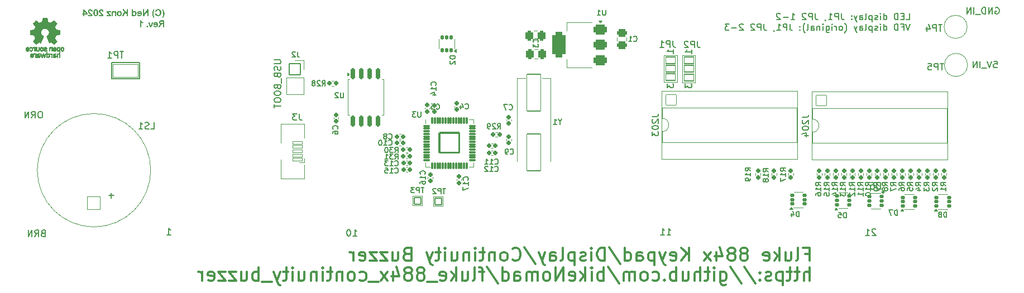
<source format=gbr>
%TF.GenerationSoftware,KiCad,Pcbnew,8.0.5*%
%TF.CreationDate,2024-09-30T13:59:48-07:00*%
%TF.ProjectId,combo_board,636f6d62-6f5f-4626-9f61-72642e6b6963,1*%
%TF.SameCoordinates,Original*%
%TF.FileFunction,Legend,Bot*%
%TF.FilePolarity,Positive*%
%FSLAX46Y46*%
G04 Gerber Fmt 4.6, Leading zero omitted, Abs format (unit mm)*
G04 Created by KiCad (PCBNEW 8.0.5) date 2024-09-30 13:59:48*
%MOMM*%
%LPD*%
G01*
G04 APERTURE LIST*
G04 Aperture macros list*
%AMRoundRect*
0 Rectangle with rounded corners*
0 $1 Rounding radius*
0 $2 $3 $4 $5 $6 $7 $8 $9 X,Y pos of 4 corners*
0 Add a 4 corners polygon primitive as box body*
4,1,4,$2,$3,$4,$5,$6,$7,$8,$9,$2,$3,0*
0 Add four circle primitives for the rounded corners*
1,1,$1+$1,$2,$3*
1,1,$1+$1,$4,$5*
1,1,$1+$1,$6,$7*
1,1,$1+$1,$8,$9*
0 Add four rect primitives between the rounded corners*
20,1,$1+$1,$2,$3,$4,$5,0*
20,1,$1+$1,$4,$5,$6,$7,0*
20,1,$1+$1,$6,$7,$8,$9,0*
20,1,$1+$1,$8,$9,$2,$3,0*%
G04 Aperture macros list end*
%ADD10C,0.150000*%
%ADD11C,0.300000*%
%ADD12C,0.120000*%
%ADD13C,0.010000*%
%ADD14O,1.802000X2.102000*%
%ADD15RoundRect,0.275500X0.275500X0.500500X-0.275500X0.500500X-0.275500X-0.500500X0.275500X-0.500500X0*%
%ADD16RoundRect,0.051000X0.750000X-0.225000X0.750000X0.225000X-0.750000X0.225000X-0.750000X-0.225000X0*%
%ADD17O,1.202000X1.902000*%
%ADD18O,1.202000X2.302000*%
%ADD19RoundRect,0.051000X0.850000X0.850000X-0.850000X0.850000X-0.850000X-0.850000X0.850000X-0.850000X0*%
%ADD20O,1.802000X1.802000*%
%ADD21RoundRect,0.165500X0.165500X0.195500X-0.165500X0.195500X-0.165500X-0.195500X0.165500X-0.195500X0*%
%ADD22RoundRect,0.165500X0.195500X-0.165500X0.195500X0.165500X-0.195500X0.165500X-0.195500X-0.165500X0*%
%ADD23RoundRect,0.400500X0.650500X0.400500X-0.650500X0.400500X-0.650500X-0.400500X0.650500X-0.400500X0*%
%ADD24RoundRect,0.525500X0.525500X1.425500X-0.525500X1.425500X-0.525500X-1.425500X0.525500X-1.425500X0*%
%ADD25RoundRect,0.175500X-0.175500X0.675500X-0.175500X-0.675500X0.175500X-0.675500X0.175500X0.675500X0*%
%ADD26RoundRect,0.165500X-0.195500X0.165500X-0.195500X-0.165500X0.195500X-0.165500X0.195500X0.165500X0*%
%ADD27RoundRect,0.160500X0.160500X0.210500X-0.160500X0.210500X-0.160500X-0.210500X0.160500X-0.210500X0*%
%ADD28RoundRect,0.165500X-0.165500X-0.195500X0.165500X-0.195500X0.165500X0.195500X-0.165500X0.195500X0*%
%ADD29RoundRect,0.160500X-0.160500X-0.210500X0.160500X-0.210500X0.160500X0.210500X-0.160500X0.210500X0*%
%ADD30RoundRect,0.275500X0.500500X-0.275500X0.500500X0.275500X-0.500500X0.275500X-0.500500X-0.275500X0*%
%ADD31RoundRect,0.075500X-0.075500X0.413000X-0.075500X-0.413000X0.075500X-0.413000X0.075500X0.413000X0*%
%ADD32RoundRect,0.075500X-0.413000X0.075500X-0.413000X-0.075500X0.413000X-0.075500X0.413000X0.075500X0*%
%ADD33RoundRect,0.148590X-1.502410X1.502410X-1.502410X-1.502410X1.502410X-1.502410X1.502410X1.502410X0*%
%ADD34RoundRect,0.051000X-1.050000X2.800000X-1.050000X-2.800000X1.050000X-2.800000X1.050000X2.800000X0*%
%ADD35RoundRect,0.160500X-0.210500X0.160500X-0.210500X-0.160500X0.210500X-0.160500X0.210500X0.160500X0*%
%ADD36RoundRect,0.125500X-0.250500X-0.125500X0.250500X-0.125500X0.250500X0.125500X-0.250500X0.125500X0*%
%ADD37RoundRect,0.051000X1.000000X-1.000000X1.000000X1.000000X-1.000000X1.000000X-1.000000X-1.000000X0*%
%ADD38C,2.102000*%
%ADD39C,3.102000*%
%ADD40RoundRect,0.051000X-0.800000X0.800000X-0.800000X-0.800000X0.800000X-0.800000X0.800000X0.800000X0*%
%ADD41O,1.702000X1.702000*%
%ADD42RoundRect,0.051000X0.500000X0.500000X-0.500000X0.500000X-0.500000X-0.500000X0.500000X-0.500000X0*%
%ADD43RoundRect,0.051000X-0.750000X0.500000X-0.750000X-0.500000X0.750000X-0.500000X0.750000X0.500000X0*%
%ADD44RoundRect,0.125500X0.125500X-0.250500X0.125500X0.250500X-0.125500X0.250500X-0.125500X-0.250500X0*%
%ADD45RoundRect,0.051000X-1.900000X-1.000000X1.900000X-1.000000X1.900000X1.000000X-1.900000X1.000000X0*%
%ADD46RoundRect,0.125500X0.250500X0.125500X-0.250500X0.125500X-0.250500X-0.125500X0.250500X-0.125500X0*%
G04 APERTURE END LIST*
D10*
G36*
X53481339Y69757596D02*
G01*
X53480225Y69809269D01*
X53476882Y69859262D01*
X53470457Y69913498D01*
X53463510Y69954212D01*
X53451875Y70005618D01*
X53437303Y70056522D01*
X53419795Y70106923D01*
X53408799Y70134707D01*
X53386701Y70184735D01*
X53364788Y70229237D01*
X53340738Y70273769D01*
X53317941Y70312760D01*
X53291340Y70354761D01*
X53262498Y70392139D01*
X53222490Y70422291D01*
X53218534Y70423647D01*
X53169032Y70429972D01*
X53165045Y70429997D01*
X53123768Y70403619D01*
X53141628Y70357045D01*
X53155519Y70326194D01*
X53176887Y70277813D01*
X53195510Y70232628D01*
X53213371Y70186298D01*
X53215115Y70181602D01*
X53231983Y70131112D01*
X53246511Y70079472D01*
X53258907Y70028639D01*
X53266406Y69994512D01*
X53275542Y69944941D01*
X53282434Y69894107D01*
X53287082Y69842011D01*
X53289487Y69788653D01*
X53289853Y69757596D01*
X53288743Y69704051D01*
X53285412Y69651769D01*
X53279860Y69600748D01*
X53272088Y69550990D01*
X53266650Y69523123D01*
X53254636Y69469649D01*
X53241798Y69419869D01*
X53226370Y69368283D01*
X53213649Y69331393D01*
X53195002Y69282134D01*
X53176307Y69236023D01*
X53155687Y69188938D01*
X53153810Y69184847D01*
X53133273Y69138698D01*
X53123768Y69112062D01*
X53165045Y69085684D01*
X53213771Y69091107D01*
X53219267Y69092767D01*
X53259724Y69122148D01*
X53262498Y69125252D01*
X53292766Y69165200D01*
X53317941Y69204142D01*
X53344105Y69249770D01*
X53367889Y69294573D01*
X53389290Y69338552D01*
X53408311Y69381707D01*
X53427036Y69430176D01*
X53443095Y69479689D01*
X53456488Y69530245D01*
X53462777Y69558783D01*
X53471750Y69611737D01*
X53477261Y69660753D01*
X53480451Y69711601D01*
X53481339Y69757596D01*
G37*
G36*
X52091109Y69708503D02*
G01*
X52097215Y69657029D01*
X52112576Y69608884D01*
X52115533Y69601769D01*
X52139735Y69555854D01*
X52170160Y69514042D01*
X52191493Y69489906D01*
X52230497Y69454717D01*
X52271865Y69426934D01*
X52318863Y69403159D01*
X52323872Y69401002D01*
X52371277Y69384590D01*
X52422817Y69373550D01*
X52472100Y69368246D01*
X52511207Y69367052D01*
X52560175Y69368507D01*
X52610788Y69373468D01*
X52657997Y69381951D01*
X52705990Y69395312D01*
X52754263Y69415135D01*
X52778653Y69428113D01*
X52821257Y69456977D01*
X52858008Y69489418D01*
X52878304Y69510911D01*
X52909311Y69552495D01*
X52936449Y69597868D01*
X52947669Y69620088D01*
X52967075Y69666467D01*
X52982428Y69715113D01*
X52990411Y69748804D01*
X52999044Y69801228D01*
X53003457Y69851275D01*
X53004577Y69893640D01*
X53002871Y69946897D01*
X52997752Y69997677D01*
X52989220Y70045980D01*
X52975291Y70098149D01*
X52968918Y70116877D01*
X52949012Y70164444D01*
X52925198Y70208469D01*
X52897477Y70248952D01*
X52865847Y70285894D01*
X52826250Y70322913D01*
X52783020Y70354561D01*
X52736159Y70380838D01*
X52708555Y70393116D01*
X52656932Y70410944D01*
X52603454Y70422938D01*
X52554361Y70428700D01*
X52516580Y70429997D01*
X52463583Y70427624D01*
X52413157Y70420507D01*
X52365302Y70408644D01*
X52313759Y70389276D01*
X52295296Y70380416D01*
X52249516Y70354114D01*
X52209384Y70324789D01*
X52170986Y70288186D01*
X52146064Y70257073D01*
X52118501Y70211840D01*
X52099972Y70163737D01*
X52093796Y70117366D01*
X52106610Y70069027D01*
X52120907Y70049955D01*
X52163274Y70023728D01*
X52186120Y70020890D01*
X52234511Y70030587D01*
X52249867Y70041406D01*
X52280365Y70082536D01*
X52295296Y70109550D01*
X52321113Y70152670D01*
X52352377Y70191451D01*
X52386643Y70221169D01*
X52432983Y70245048D01*
X52482986Y70256285D01*
X52515359Y70258050D01*
X52566236Y70253492D01*
X52618656Y70237120D01*
X52664971Y70208841D01*
X52700487Y70174330D01*
X52709776Y70162795D01*
X52738041Y70117183D01*
X52756743Y70071816D01*
X52770344Y70020663D01*
X52778845Y69963722D01*
X52782033Y69911850D01*
X52782316Y69889976D01*
X52780774Y69839984D01*
X52775232Y69787601D01*
X52764181Y69734729D01*
X52750076Y69693116D01*
X52727374Y69648308D01*
X52696506Y69608000D01*
X52659462Y69577101D01*
X52612682Y69553882D01*
X52564852Y69542013D01*
X52522198Y69538999D01*
X52471393Y69543221D01*
X52421569Y69557617D01*
X52378094Y69582230D01*
X52341003Y69616771D01*
X52310665Y69660951D01*
X52288946Y69709480D01*
X52269502Y69756459D01*
X52254996Y69779334D01*
X52211679Y69804975D01*
X52187585Y69807178D01*
X52138490Y69793786D01*
X52119685Y69778845D01*
X52094486Y69735769D01*
X52091109Y69708503D01*
G37*
G36*
X51612637Y69757596D02*
G01*
X51614063Y69700833D01*
X51618339Y69645580D01*
X51625466Y69591839D01*
X51635443Y69539610D01*
X51648272Y69488891D01*
X51653182Y69472321D01*
X51669854Y69422781D01*
X51689463Y69372899D01*
X51712009Y69322672D01*
X51737491Y69272103D01*
X51765910Y69221189D01*
X51776036Y69204142D01*
X51803427Y69161438D01*
X51833759Y69122468D01*
X51851263Y69106445D01*
X51897289Y69088137D01*
X51928199Y69085684D01*
X51970412Y69110440D01*
X51970453Y69112062D01*
X51951104Y69160310D01*
X51941144Y69181427D01*
X51920821Y69226172D01*
X51902045Y69271357D01*
X51882982Y69320835D01*
X51881060Y69326019D01*
X51864250Y69375049D01*
X51850377Y69422524D01*
X51837513Y69473662D01*
X51827083Y69521413D01*
X51818137Y69571117D01*
X51811388Y69621918D01*
X51806837Y69673819D01*
X51804482Y69726818D01*
X51804124Y69757596D01*
X51805234Y69811425D01*
X51808565Y69864132D01*
X51814116Y69915717D01*
X51821889Y69966180D01*
X51827327Y69994512D01*
X51837840Y70042430D01*
X51850743Y70093645D01*
X51864593Y70141074D01*
X51881304Y70189906D01*
X51900395Y70239604D01*
X51919200Y70285199D01*
X51939555Y70330615D01*
X51941388Y70334498D01*
X51962250Y70380462D01*
X51970453Y70403619D01*
X51928199Y70429997D01*
X51878508Y70423814D01*
X51849797Y70410457D01*
X51815043Y70373153D01*
X51787046Y70331384D01*
X51775792Y70312760D01*
X51751429Y70270361D01*
X51726890Y70224163D01*
X51704717Y70178427D01*
X51684939Y70132921D01*
X51666129Y70083279D01*
X51653914Y70046047D01*
X51639970Y69995615D01*
X51628910Y69943602D01*
X51623140Y69908050D01*
X51617160Y69857874D01*
X51613663Y69806082D01*
X51612637Y69757596D01*
G37*
G36*
X50803949Y70303479D02*
G01*
X50426106Y69729264D01*
X50426106Y70304944D01*
X50420149Y70356100D01*
X50398995Y70398245D01*
X50357569Y70425532D01*
X50325478Y70429997D01*
X50276067Y70418803D01*
X50250495Y70398245D01*
X50228178Y70353019D01*
X50222896Y70304700D01*
X50222896Y69508224D01*
X50228529Y69453217D01*
X50248763Y69406895D01*
X50289116Y69375875D01*
X50340621Y69367052D01*
X50389937Y69374351D01*
X50392889Y69375356D01*
X50435094Y69400385D01*
X50436364Y69401490D01*
X50470057Y69438420D01*
X50473244Y69442767D01*
X50502309Y69484174D01*
X50506461Y69490150D01*
X50874780Y70052153D01*
X50874780Y69491127D01*
X50881166Y69440795D01*
X50903845Y69398804D01*
X50946358Y69371517D01*
X50978094Y69367052D01*
X51027238Y69378504D01*
X51053321Y69399536D01*
X51076033Y69444891D01*
X51081409Y69492349D01*
X51081409Y70273681D01*
X51077777Y70324506D01*
X51069930Y70354526D01*
X51040454Y70396191D01*
X51023768Y70408992D01*
X50976908Y70427946D01*
X50954159Y70429997D01*
X50905165Y70421057D01*
X50903845Y70420471D01*
X50867452Y70394826D01*
X50837166Y70355571D01*
X50836189Y70354037D01*
X50809051Y70311604D01*
X50803949Y70303479D01*
G37*
G36*
X49699224Y70148602D02*
G01*
X49751183Y70145339D01*
X49800184Y70136638D01*
X49850669Y70120785D01*
X49892768Y70100998D01*
X49934062Y70073722D01*
X49970104Y70040674D01*
X49998216Y70006131D01*
X50023905Y69963452D01*
X50044110Y69915866D01*
X50045658Y69911305D01*
X50059440Y69859629D01*
X50066810Y69810246D01*
X50069267Y69758573D01*
X50067668Y69714674D01*
X50061172Y69663075D01*
X50049679Y69615112D01*
X50029291Y69562358D01*
X50001708Y69514843D01*
X49966929Y69472565D01*
X49932881Y69442168D01*
X49886764Y69412493D01*
X49834912Y69390236D01*
X49787321Y69377356D01*
X49735746Y69369628D01*
X49680188Y69367052D01*
X49636456Y69368675D01*
X49586994Y69375066D01*
X49538039Y69387568D01*
X49522854Y69392926D01*
X49477983Y69412660D01*
X49434724Y69439836D01*
X49404532Y69466159D01*
X49372442Y69506515D01*
X49364257Y69521516D01*
X49351437Y69568797D01*
X49351517Y69572769D01*
X49371953Y69618622D01*
X49375855Y69621765D01*
X49423977Y69636208D01*
X49470383Y69622286D01*
X49488986Y69605488D01*
X49527048Y69572216D01*
X49533930Y69566551D01*
X49574187Y69538022D01*
X49580560Y69534244D01*
X49626454Y69515063D01*
X49636644Y69512573D01*
X49685561Y69507736D01*
X49726073Y69512084D01*
X49773489Y69530450D01*
X49807202Y69556683D01*
X49837236Y69598350D01*
X49855371Y69645183D01*
X49861905Y69695314D01*
X49502868Y69695314D01*
X49484500Y69695673D01*
X49431710Y69701794D01*
X49383921Y69718273D01*
X49373732Y69724856D01*
X49346560Y69768057D01*
X49340446Y69818168D01*
X49340481Y69820367D01*
X49538039Y69820367D01*
X49861172Y69820367D01*
X49855784Y69854315D01*
X49838880Y69904410D01*
X49809637Y69947129D01*
X49795625Y69960146D01*
X49750238Y69984856D01*
X49699972Y69992314D01*
X49674721Y69990742D01*
X49626492Y69976556D01*
X49587131Y69947617D01*
X49565869Y69919580D01*
X49546594Y69872759D01*
X49538039Y69820367D01*
X49340481Y69820367D01*
X49340604Y69828140D01*
X49346113Y69877623D01*
X49359494Y69926485D01*
X49380746Y69974728D01*
X49391394Y69993516D01*
X49423555Y70036578D01*
X49459272Y70070562D01*
X49501402Y70100025D01*
X49538077Y70118963D01*
X49589696Y70136478D01*
X49639796Y70145591D01*
X49693866Y70148629D01*
X49699224Y70148602D01*
G37*
G36*
X48621968Y70426187D02*
G01*
X48664138Y70397757D01*
X48683576Y70355437D01*
X48689050Y70304700D01*
X48689050Y70046291D01*
X48704755Y70062411D01*
X48742848Y70093568D01*
X48786503Y70119564D01*
X48828716Y70136112D01*
X48877105Y70145791D01*
X48926454Y70148629D01*
X48978435Y70145066D01*
X49026483Y70134375D01*
X49077569Y70112895D01*
X49123302Y70081715D01*
X49158241Y70047268D01*
X49178849Y70020756D01*
X49204609Y69976366D01*
X49224187Y69926429D01*
X49237582Y69870945D01*
X49244022Y69820471D01*
X49246168Y69766145D01*
X49246147Y69760844D01*
X49243571Y69709124D01*
X49236702Y69659741D01*
X49224187Y69608120D01*
X49210180Y69568509D01*
X49188600Y69524085D01*
X49159462Y69480625D01*
X49136977Y69454949D01*
X49099527Y69422274D01*
X49057613Y69396605D01*
X49027418Y69383676D01*
X48979722Y69371208D01*
X48929141Y69367052D01*
X48882140Y69370165D01*
X48833154Y69381218D01*
X48795781Y69395877D01*
X48751577Y69422007D01*
X48722951Y69444478D01*
X48688958Y69478041D01*
X48685238Y69442347D01*
X48661939Y69396361D01*
X48641401Y69379674D01*
X48592575Y69367052D01*
X48565204Y69370515D01*
X48523210Y69396361D01*
X48502876Y69432692D01*
X48496099Y69482579D01*
X48496099Y69756864D01*
X48699309Y69756864D01*
X48700442Y69723528D01*
X48707661Y69672363D01*
X48723000Y69625461D01*
X48748363Y69582470D01*
X48785282Y69548280D01*
X48820899Y69531250D01*
X48871500Y69523367D01*
X48910583Y69528370D01*
X48956985Y69549501D01*
X48994147Y69584904D01*
X49019267Y69628392D01*
X49029311Y69656205D01*
X49039513Y69707522D01*
X49042226Y69756864D01*
X49041470Y69783073D01*
X49035425Y69831731D01*
X49020732Y69882160D01*
X48996650Y69926900D01*
X48960404Y69963981D01*
X48921918Y69984318D01*
X48872721Y69992314D01*
X48830367Y69986249D01*
X48786259Y69964714D01*
X48783802Y69962964D01*
X48748699Y69928221D01*
X48723000Y69884114D01*
X48713769Y69859909D01*
X48702640Y69809563D01*
X48699309Y69756864D01*
X48496099Y69756864D01*
X48496099Y70314470D01*
X48500250Y70355719D01*
X48521256Y70400199D01*
X48543077Y70418357D01*
X48592575Y70429997D01*
X48621968Y70426187D01*
G37*
G36*
X47744563Y70296396D02*
G01*
X47744563Y69957387D01*
X47357438Y70367471D01*
X47322336Y70401772D01*
X47306636Y70414365D01*
X47259695Y70429615D01*
X47248750Y70429997D01*
X47199059Y70420095D01*
X47172302Y70401909D01*
X47146241Y70359574D01*
X47142749Y70333032D01*
X47154900Y70285161D01*
X47185468Y70244075D01*
X47191353Y70238266D01*
X47434375Y70006724D01*
X47152519Y69600304D01*
X47124163Y69557197D01*
X47106357Y69523856D01*
X47091962Y69476611D01*
X47090725Y69458399D01*
X47105614Y69410205D01*
X47119546Y69394163D01*
X47163090Y69370864D01*
X47196727Y69367052D01*
X47246510Y69374494D01*
X47270244Y69386103D01*
X47306177Y69419293D01*
X47317627Y69435440D01*
X47343364Y69477801D01*
X47350844Y69490395D01*
X47587027Y69847478D01*
X47744563Y69698490D01*
X47744563Y69497233D01*
X47750501Y69446270D01*
X47773674Y69401354D01*
X47775582Y69399292D01*
X47818703Y69372373D01*
X47855450Y69367052D01*
X47903161Y69378459D01*
X47909672Y69381951D01*
X47945762Y69416065D01*
X47949483Y69422251D01*
X47961939Y69469634D01*
X47963964Y69519260D01*
X47964138Y69544861D01*
X47964138Y70297861D01*
X47958574Y70348678D01*
X47936861Y70394169D01*
X47935073Y70396291D01*
X47892863Y70424434D01*
X47855450Y70429997D01*
X47805698Y70419409D01*
X47775338Y70396536D01*
X47751325Y70351608D01*
X47744593Y70300531D01*
X47744563Y70296396D01*
G37*
G36*
X46639305Y70148602D02*
G01*
X46690891Y70145339D01*
X46739664Y70136638D01*
X46790062Y70120785D01*
X46832304Y70101046D01*
X46874086Y70073932D01*
X46910963Y70041162D01*
X46939838Y70006901D01*
X46966366Y69964476D01*
X46987411Y69917087D01*
X46990634Y69907993D01*
X47003634Y69860804D01*
X47011433Y69810753D01*
X47014033Y69757841D01*
X47014007Y69752451D01*
X47010945Y69700187D01*
X47002778Y69650881D01*
X46987899Y69600060D01*
X46969004Y69557298D01*
X46942654Y69514448D01*
X46910474Y69475984D01*
X46876781Y69445525D01*
X46835586Y69417475D01*
X46790062Y69395140D01*
X46785695Y69393412D01*
X46735485Y69378024D01*
X46686384Y69369795D01*
X46633991Y69367052D01*
X46628543Y69367079D01*
X46575926Y69370342D01*
X46526696Y69379043D01*
X46476454Y69394896D01*
X46434552Y69414683D01*
X46392866Y69441959D01*
X46355799Y69475007D01*
X46326408Y69509631D01*
X46299534Y69552234D01*
X46278374Y69599571D01*
X46275150Y69608689D01*
X46262150Y69655797D01*
X46254351Y69705432D01*
X46251751Y69757596D01*
X46455694Y69757596D01*
X46456880Y69724143D01*
X46463715Y69675603D01*
X46478667Y69628332D01*
X46504298Y69584917D01*
X46537743Y69552459D01*
X46581971Y69530640D01*
X46633991Y69523367D01*
X46681429Y69529485D01*
X46727536Y69551211D01*
X46729992Y69552976D01*
X46764544Y69587895D01*
X46788841Y69632055D01*
X46797216Y69656262D01*
X46807312Y69706053D01*
X46810334Y69757596D01*
X46809283Y69788528D01*
X46802585Y69837312D01*
X46788353Y69884114D01*
X46786961Y69887446D01*
X46761913Y69931192D01*
X46726559Y69964958D01*
X46683389Y69985475D01*
X46633991Y69992314D01*
X46586378Y69986327D01*
X46541442Y69965912D01*
X46504298Y69931009D01*
X46490296Y69910611D01*
X46469411Y69862373D01*
X46458732Y69810475D01*
X46455694Y69757596D01*
X46251751Y69757596D01*
X46251777Y69762986D01*
X46254868Y69815278D01*
X46263111Y69864661D01*
X46278129Y69915621D01*
X46296872Y69958593D01*
X46323054Y70001454D01*
X46355066Y70039697D01*
X46388644Y70070132D01*
X46430154Y70098100D01*
X46476454Y70120297D01*
X46480897Y70122040D01*
X46531810Y70137562D01*
X46581350Y70145862D01*
X46633991Y70148629D01*
X46639305Y70148602D01*
G37*
G36*
X45964766Y70040185D02*
G01*
X45965010Y70040185D01*
X45931175Y70075903D01*
X45889600Y70106057D01*
X45867801Y70118099D01*
X45820048Y70136703D01*
X45771869Y70146214D01*
X45729316Y70148629D01*
X45678801Y70144791D01*
X45627974Y70131848D01*
X45592784Y70116145D01*
X45551831Y70088152D01*
X45517156Y70049222D01*
X45502658Y70024554D01*
X45483882Y69977575D01*
X45477745Y69947373D01*
X45473362Y69897381D01*
X45472133Y69846998D01*
X45472128Y69843081D01*
X45472128Y69490150D01*
X45478300Y69440222D01*
X45500216Y69398559D01*
X45541604Y69371483D01*
X45572756Y69367052D01*
X45620676Y69378418D01*
X45646517Y69399292D01*
X45669229Y69444106D01*
X45674605Y69490395D01*
X45674605Y69806689D01*
X45676967Y69859802D01*
X45686034Y69911826D01*
X45698785Y69945419D01*
X45734994Y69980590D01*
X45786412Y69992130D01*
X45795261Y69992314D01*
X45843522Y69984180D01*
X45882212Y69963493D01*
X45917943Y69926805D01*
X45939853Y69884358D01*
X45948869Y69834169D01*
X45952218Y69781089D01*
X45953042Y69728287D01*
X45953042Y69490395D01*
X45959375Y69439873D01*
X45981863Y69398315D01*
X46024071Y69371448D01*
X46055624Y69367052D01*
X46104473Y69379550D01*
X46127920Y69399048D01*
X46150829Y69443510D01*
X46156252Y69489418D01*
X46156252Y70033835D01*
X46149902Y70083599D01*
X46130851Y70119564D01*
X46087035Y70145791D01*
X46061242Y70148629D01*
X46012637Y70136173D01*
X45978528Y70100807D01*
X45977711Y70099292D01*
X45965082Y70050773D01*
X45964766Y70040185D01*
G37*
G36*
X44782386Y69901700D02*
G01*
X45113824Y69538999D01*
X44764068Y69538999D01*
X44715636Y69531077D01*
X44691528Y69516529D01*
X44667575Y69473899D01*
X44666371Y69459132D01*
X44682817Y69412348D01*
X44691284Y69403933D01*
X44736285Y69384759D01*
X44764068Y69382683D01*
X45272337Y69382683D01*
X45321919Y69388851D01*
X45357822Y69407352D01*
X45383828Y69449929D01*
X45386643Y69475007D01*
X45369470Y69522477D01*
X45367103Y69525566D01*
X45335383Y69562927D01*
X45299794Y69602414D01*
X45289190Y69613981D01*
X45255339Y69650758D01*
X45219857Y69689265D01*
X45186617Y69725290D01*
X45177083Y69735614D01*
X45143190Y69772194D01*
X45108190Y69810124D01*
X45083293Y69837219D01*
X45048318Y69875875D01*
X45015330Y69913183D01*
X45011730Y69917331D01*
X44979751Y69955285D01*
X44975338Y69961051D01*
X45238876Y69961051D01*
X45288493Y69963680D01*
X45330711Y69973018D01*
X45361394Y70012952D01*
X45363440Y70036033D01*
X45349564Y70083111D01*
X45338771Y70095140D01*
X45292991Y70115608D01*
X45269651Y70117366D01*
X44838806Y70117366D01*
X44790046Y70113626D01*
X44742330Y70097827D01*
X44711531Y70058827D01*
X44707404Y70027485D01*
X44714242Y69993046D01*
X44728897Y69964226D01*
X44749902Y69938092D01*
X44782386Y69901700D01*
G37*
G36*
X43987864Y69554630D02*
G01*
X43643726Y69554630D01*
X43593778Y69548830D01*
X43556775Y69531427D01*
X43528435Y69489241D01*
X43526001Y69467924D01*
X43539877Y69420480D01*
X43550669Y69407352D01*
X43595787Y69385093D01*
X43623698Y69382683D01*
X44129281Y69382683D01*
X44178129Y69390194D01*
X44215254Y69412725D01*
X44241911Y69454571D01*
X44246273Y69483800D01*
X44234645Y69533644D01*
X44227222Y69550967D01*
X44203018Y69593784D01*
X44184968Y69615935D01*
X44145750Y69656621D01*
X44108239Y69694688D01*
X44072433Y69730138D01*
X44033603Y69767446D01*
X44019616Y69780555D01*
X43981429Y69815451D01*
X43943729Y69848027D01*
X43913859Y69870925D01*
X43874772Y69900784D01*
X43835943Y69935619D01*
X43821535Y69950548D01*
X43789295Y69990726D01*
X43765847Y70031637D01*
X43749941Y70080168D01*
X43746796Y70112481D01*
X43754620Y70161769D01*
X43766824Y70187952D01*
X43798996Y70225133D01*
X43820802Y70239487D01*
X43868522Y70255856D01*
X43895785Y70258050D01*
X43945788Y70250584D01*
X43992526Y70225126D01*
X44027503Y70186305D01*
X44030607Y70181602D01*
X44050341Y70133888D01*
X44053321Y70125426D01*
X44073311Y70079127D01*
X44091423Y70051665D01*
X44133648Y70026923D01*
X44156147Y70024798D01*
X44203557Y70037794D01*
X44218674Y70049955D01*
X44241616Y70095203D01*
X44243586Y70117854D01*
X44238152Y70168230D01*
X44223186Y70217342D01*
X44221849Y70220681D01*
X44198547Y70265567D01*
X44167112Y70306620D01*
X44156636Y70317645D01*
X44117523Y70350187D01*
X44074693Y70375289D01*
X44046727Y70387743D01*
X43998427Y70402900D01*
X43949960Y70411219D01*
X43897152Y70414339D01*
X43891632Y70414365D01*
X43840204Y70412243D01*
X43786982Y70404784D01*
X43738667Y70391953D01*
X43709183Y70380416D01*
X43665384Y70355135D01*
X43626951Y70322341D01*
X43622233Y70317401D01*
X43590673Y70277287D01*
X43566519Y70231591D01*
X43563859Y70225077D01*
X43548957Y70175217D01*
X43543179Y70123640D01*
X43543098Y70116633D01*
X43547320Y70063100D01*
X43559985Y70012716D01*
X43581094Y69965479D01*
X43586329Y69956410D01*
X43613339Y69914607D01*
X43643380Y69875732D01*
X43673768Y69844302D01*
X43711255Y69811286D01*
X43752231Y69776372D01*
X43790512Y69744302D01*
X43821290Y69718762D01*
X43863287Y69683315D01*
X43903697Y69647328D01*
X43939489Y69612608D01*
X43962707Y69586871D01*
X43987864Y69554630D01*
G37*
G36*
X43111197Y70412485D02*
G01*
X43161214Y70404127D01*
X43212993Y70386733D01*
X43260020Y70360876D01*
X43292842Y70335172D01*
X43329752Y70295358D01*
X43357565Y70253577D01*
X43380676Y70205782D01*
X43395492Y70161397D01*
X43407365Y70111528D01*
X43415603Y70061434D01*
X43419338Y70029306D01*
X43423492Y69978441D01*
X43425907Y69924368D01*
X43426594Y69873612D01*
X43425616Y69824286D01*
X43422281Y69772452D01*
X43416580Y69723158D01*
X43411555Y69693265D01*
X43400438Y69644630D01*
X43384829Y69595663D01*
X43382101Y69589007D01*
X43360740Y69544952D01*
X43331461Y69500042D01*
X43296993Y69460933D01*
X43257334Y69427624D01*
X43213568Y69401124D01*
X43167025Y69382195D01*
X43117703Y69370838D01*
X43065603Y69367052D01*
X43037011Y69368161D01*
X42987618Y69375747D01*
X42940892Y69390521D01*
X42896831Y69412481D01*
X42873715Y69427602D01*
X42835623Y69459478D01*
X42802051Y69497343D01*
X42773000Y69541197D01*
X42770658Y69545409D01*
X42748007Y69593633D01*
X42732375Y69640478D01*
X42721465Y69690185D01*
X42716040Y69727490D01*
X42711024Y69779883D01*
X42708413Y69830640D01*
X42707543Y69885335D01*
X42707595Y69898325D01*
X42707612Y69899013D01*
X42911486Y69899013D01*
X42911500Y69890835D01*
X42912371Y69836395D01*
X42914599Y69786864D01*
X42918804Y69736267D01*
X42925652Y69687010D01*
X42931660Y69658233D01*
X42947849Y69608820D01*
X42973768Y69564889D01*
X42975914Y69562334D01*
X43017008Y69532491D01*
X43067069Y69523367D01*
X43070648Y69523406D01*
X43118787Y69533320D01*
X43158660Y69563179D01*
X43174337Y69585756D01*
X43194799Y69633318D01*
X43207264Y69684079D01*
X43208181Y69689193D01*
X43215121Y69739363D01*
X43219311Y69790219D01*
X43221450Y69839551D01*
X43222163Y69893395D01*
X43222129Y69905082D01*
X43220961Y69960566D01*
X43218122Y70011137D01*
X43212512Y70065336D01*
X43202929Y70119625D01*
X43187969Y70169878D01*
X43185782Y70175303D01*
X43158429Y70220077D01*
X43116824Y70249439D01*
X43068534Y70258050D01*
X43064835Y70258012D01*
X43015411Y70248341D01*
X42975233Y70219215D01*
X42959449Y70197432D01*
X42938879Y70151420D01*
X42926385Y70102223D01*
X42919866Y70060122D01*
X42914760Y70005824D01*
X42912199Y69951396D01*
X42911486Y69899013D01*
X42707612Y69899013D01*
X42708837Y69948445D01*
X42712719Y70006951D01*
X42719189Y70060854D01*
X42728247Y70110153D01*
X42742532Y70163236D01*
X42760544Y70209690D01*
X42774590Y70237750D01*
X42801879Y70281175D01*
X42836015Y70321553D01*
X42853283Y70337825D01*
X42894172Y70367837D01*
X42939818Y70390674D01*
X42970196Y70401039D01*
X43018854Y70411034D01*
X43071221Y70414365D01*
X43111197Y70412485D01*
G37*
G36*
X42325059Y69554630D02*
G01*
X41980921Y69554630D01*
X41930973Y69548830D01*
X41893970Y69531427D01*
X41865630Y69489241D01*
X41863196Y69467924D01*
X41877072Y69420480D01*
X41887864Y69407352D01*
X41932981Y69385093D01*
X41960893Y69382683D01*
X42466475Y69382683D01*
X42515324Y69390194D01*
X42552449Y69412725D01*
X42579106Y69454571D01*
X42583468Y69483800D01*
X42571840Y69533644D01*
X42564417Y69550967D01*
X42540212Y69593784D01*
X42522163Y69615935D01*
X42482945Y69656621D01*
X42445433Y69694688D01*
X42409628Y69730138D01*
X42370797Y69767446D01*
X42356810Y69780555D01*
X42318623Y69815451D01*
X42280923Y69848027D01*
X42251053Y69870925D01*
X42211967Y69900784D01*
X42173138Y69935619D01*
X42158729Y69950548D01*
X42126489Y69990726D01*
X42103042Y70031637D01*
X42087135Y70080168D01*
X42083991Y70112481D01*
X42091815Y70161769D01*
X42104019Y70187952D01*
X42136191Y70225133D01*
X42157997Y70239487D01*
X42205716Y70255856D01*
X42232979Y70258050D01*
X42282982Y70250584D01*
X42329721Y70225126D01*
X42364697Y70186305D01*
X42367801Y70181602D01*
X42387536Y70133888D01*
X42390516Y70125426D01*
X42410506Y70079127D01*
X42428618Y70051665D01*
X42470843Y70026923D01*
X42493342Y70024798D01*
X42540751Y70037794D01*
X42555868Y70049955D01*
X42578810Y70095203D01*
X42580781Y70117854D01*
X42575347Y70168230D01*
X42560381Y70217342D01*
X42559043Y70220681D01*
X42535742Y70265567D01*
X42504306Y70306620D01*
X42493831Y70317645D01*
X42454718Y70350187D01*
X42411888Y70375289D01*
X42383921Y70387743D01*
X42335622Y70402900D01*
X42287155Y70411219D01*
X42234347Y70414339D01*
X42228827Y70414365D01*
X42177399Y70412243D01*
X42124176Y70404784D01*
X42075861Y70391953D01*
X42046378Y70380416D01*
X42002579Y70355135D01*
X41964146Y70322341D01*
X41959427Y70317401D01*
X41927868Y70277287D01*
X41903714Y70231591D01*
X41901053Y70225077D01*
X41886152Y70175217D01*
X41880374Y70123640D01*
X41880293Y70116633D01*
X41884514Y70063100D01*
X41897180Y70012716D01*
X41918289Y69965479D01*
X41923524Y69956410D01*
X41950533Y69914607D01*
X41980575Y69875732D01*
X42010963Y69844302D01*
X42048450Y69811286D01*
X42089426Y69776372D01*
X42127707Y69744302D01*
X42158485Y69718762D01*
X42200481Y69683315D01*
X42240892Y69647328D01*
X42276683Y69612608D01*
X42299902Y69586871D01*
X42325059Y69554630D01*
G37*
G36*
X41276933Y70413278D02*
G01*
X41321953Y70391651D01*
X41351091Y70360469D01*
X41382526Y70320820D01*
X41746203Y69838441D01*
X41771849Y69804979D01*
X41792365Y69776159D01*
X41807508Y69746850D01*
X41812637Y69718273D01*
X41805905Y69675511D01*
X41777466Y69633032D01*
X41770582Y69627402D01*
X41724077Y69606725D01*
X41674152Y69601525D01*
X41337096Y69601525D01*
X41337096Y69480381D01*
X41332824Y69439963D01*
X41311207Y69396117D01*
X41291532Y69379569D01*
X41243551Y69367052D01*
X41218531Y69369819D01*
X41175408Y69395384D01*
X41156174Y69430921D01*
X41149762Y69480381D01*
X41149762Y69601525D01*
X41115812Y69601525D01*
X41078420Y69604376D01*
X41032281Y69621797D01*
X41015873Y69638620D01*
X41003461Y69686766D01*
X41006895Y69717167D01*
X41038632Y69757352D01*
X41078443Y69769442D01*
X41128025Y69773472D01*
X41149762Y69773472D01*
X41337096Y69773472D01*
X41609183Y69773472D01*
X41337096Y70133242D01*
X41337096Y69773472D01*
X41149762Y69773472D01*
X41149762Y70288824D01*
X41152499Y70324991D01*
X41171220Y70374643D01*
X41212823Y70406519D01*
X41261870Y70414365D01*
X41276933Y70413278D01*
G37*
G36*
X53332971Y68718703D02*
G01*
X53385331Y68711757D01*
X53429804Y68686982D01*
X53435478Y68680748D01*
X53456315Y68636479D01*
X53461556Y68586843D01*
X53461556Y67818210D01*
X53461528Y67814270D01*
X53455223Y67765170D01*
X53432735Y67720757D01*
X53400388Y67696565D01*
X53351402Y67687052D01*
X53314776Y67692494D01*
X53272267Y67720025D01*
X53266811Y67726553D01*
X53246776Y67771525D01*
X53241737Y67820653D01*
X53241737Y68140367D01*
X53178234Y68140367D01*
X53141277Y68138375D01*
X53091284Y68126201D01*
X53059334Y68107729D01*
X53023384Y68073688D01*
X53001235Y68046015D01*
X52972201Y68003426D01*
X52945959Y67960115D01*
X52864138Y67822362D01*
X52843988Y67788955D01*
X52817732Y67747624D01*
X52810962Y67738290D01*
X52775478Y67704393D01*
X52762273Y67696806D01*
X52713684Y67687052D01*
X52707976Y67687161D01*
X52659218Y67699508D01*
X52657747Y67700296D01*
X52621605Y67733458D01*
X52607683Y67777422D01*
X52612513Y67803915D01*
X52629665Y67850939D01*
X52643401Y67881660D01*
X52665984Y67925446D01*
X52690969Y67968420D01*
X52716491Y68008181D01*
X52747099Y68050320D01*
X52780362Y68090785D01*
X52789676Y68101260D01*
X52827257Y68138962D01*
X52867313Y68168210D01*
X52827411Y68178557D01*
X52779150Y68197188D01*
X52731608Y68224754D01*
X52691214Y68259313D01*
X52665613Y68291074D01*
X52641938Y68338264D01*
X52629619Y68386212D01*
X52626766Y68423444D01*
X52848018Y68423444D01*
X52850933Y68392540D01*
X52872686Y68347485D01*
X52898853Y68326661D01*
X52945959Y68308406D01*
X52964944Y68304422D01*
X53015854Y68298331D01*
X53066859Y68296682D01*
X53241737Y68296682D01*
X53241737Y68546787D01*
X53061242Y68546787D01*
X53024846Y68546297D01*
X52975024Y68543306D01*
X52923489Y68532865D01*
X52904686Y68523737D01*
X52868046Y68489878D01*
X52858364Y68472971D01*
X52848018Y68423444D01*
X52626766Y68423444D01*
X52625512Y68439808D01*
X52625589Y68446656D01*
X52631027Y68496612D01*
X52645052Y68544100D01*
X52647565Y68550220D01*
X52670913Y68593143D01*
X52702205Y68630806D01*
X52742383Y68663779D01*
X52788178Y68687959D01*
X52827877Y68702624D01*
X52878060Y68712628D01*
X52897339Y68714703D01*
X52947669Y68717875D01*
X52996762Y68718734D01*
X53328688Y68718734D01*
X53332971Y68718703D01*
G37*
G36*
X52149468Y68468602D02*
G01*
X52201427Y68465339D01*
X52250428Y68456638D01*
X52300914Y68440785D01*
X52343012Y68420998D01*
X52384307Y68393722D01*
X52420348Y68360674D01*
X52448460Y68326131D01*
X52474149Y68283452D01*
X52494354Y68235866D01*
X52495902Y68231305D01*
X52509684Y68179629D01*
X52517054Y68130246D01*
X52519511Y68078573D01*
X52517912Y68034674D01*
X52511416Y67983075D01*
X52499923Y67935112D01*
X52479535Y67882358D01*
X52451952Y67834843D01*
X52417173Y67792565D01*
X52383125Y67762168D01*
X52337009Y67732493D01*
X52285157Y67710236D01*
X52237565Y67697356D01*
X52185990Y67689628D01*
X52130432Y67687052D01*
X52086700Y67688675D01*
X52037238Y67695066D01*
X51988283Y67707568D01*
X51973098Y67712926D01*
X51928227Y67732660D01*
X51884968Y67759836D01*
X51854776Y67786159D01*
X51822686Y67826515D01*
X51814502Y67841516D01*
X51801681Y67888797D01*
X51801761Y67892769D01*
X51822198Y67938622D01*
X51826100Y67941765D01*
X51874221Y67956208D01*
X51920628Y67942286D01*
X51939231Y67925488D01*
X51977292Y67892216D01*
X51984174Y67886551D01*
X52024431Y67858022D01*
X52030804Y67854244D01*
X52076699Y67835063D01*
X52086888Y67832573D01*
X52135806Y67827736D01*
X52176317Y67832084D01*
X52223733Y67850450D01*
X52257446Y67876683D01*
X52287480Y67918350D01*
X52305615Y67965183D01*
X52312149Y68015314D01*
X51953112Y68015314D01*
X51934744Y68015673D01*
X51881954Y68021794D01*
X51834166Y68038273D01*
X51823976Y68044856D01*
X51796804Y68088057D01*
X51790690Y68138168D01*
X51790725Y68140367D01*
X51988283Y68140367D01*
X52311416Y68140367D01*
X52306028Y68174315D01*
X52289124Y68224410D01*
X52259881Y68267129D01*
X52245869Y68280146D01*
X52200482Y68304856D01*
X52150216Y68312314D01*
X52124965Y68310742D01*
X52076736Y68296556D01*
X52037376Y68267617D01*
X52016113Y68239580D01*
X51996839Y68192759D01*
X51988283Y68140367D01*
X51790725Y68140367D01*
X51790848Y68148140D01*
X51796358Y68197623D01*
X51809738Y68246485D01*
X51830990Y68294728D01*
X51841638Y68313516D01*
X51873800Y68356578D01*
X51909516Y68390562D01*
X51951646Y68420025D01*
X51988321Y68438963D01*
X52039940Y68456478D01*
X52090040Y68465591D01*
X52144110Y68468629D01*
X52149468Y68468602D01*
G37*
G36*
X51540341Y68345531D02*
G01*
X51395994Y67936912D01*
X51239923Y68364582D01*
X51220078Y68412087D01*
X51200111Y68444205D01*
X51155616Y68467460D01*
X51138562Y68468629D01*
X51090370Y68456161D01*
X51072128Y68442251D01*
X51046937Y68399790D01*
X51044773Y68380702D01*
X51049658Y68349927D01*
X51060160Y68317931D01*
X51073349Y68284714D01*
X51253356Y67836040D01*
X51271631Y67790416D01*
X51273140Y67786703D01*
X51295242Y67743045D01*
X51300983Y67734435D01*
X51338360Y67700541D01*
X51339818Y67699753D01*
X51387903Y67687250D01*
X51395994Y67687052D01*
X51444410Y67695467D01*
X51463893Y67706591D01*
X51498061Y67743270D01*
X51501263Y67748845D01*
X51521928Y67793553D01*
X51540097Y67836040D01*
X51718639Y68280074D01*
X51731339Y68313291D01*
X51742575Y68347973D01*
X51747215Y68379480D01*
X51734515Y68421734D01*
X51699344Y68455440D01*
X51650739Y68468629D01*
X51601691Y68458296D01*
X51581130Y68439320D01*
X51558848Y68395339D01*
X51541697Y68349541D01*
X51540341Y68345531D01*
G37*
G36*
X50867208Y67687052D02*
G01*
X50917140Y67697298D01*
X50946343Y67716117D01*
X50974078Y67758811D01*
X50979560Y67797450D01*
X50968366Y67845845D01*
X50947808Y67873898D01*
X50904733Y67900613D01*
X50869406Y67905894D01*
X50821330Y67895924D01*
X50790027Y67874386D01*
X50762496Y67832063D01*
X50757055Y67797450D01*
X50766360Y67749088D01*
X50790027Y67716605D01*
X50833143Y67691929D01*
X50867208Y67687052D01*
G37*
G36*
X49964487Y67805998D02*
G01*
X49964487Y68413186D01*
X50003939Y68382217D01*
X50048812Y68349312D01*
X50096142Y68318343D01*
X50142374Y68293954D01*
X50191632Y68281051D01*
X50239024Y68298142D01*
X50248541Y68306940D01*
X50271439Y68350309D01*
X50272965Y68366780D01*
X50259639Y68414270D01*
X50249274Y68424665D01*
X50206665Y68450998D01*
X50168918Y68470095D01*
X50125364Y68492660D01*
X50083089Y68518458D01*
X50040860Y68550424D01*
X50037759Y68553137D01*
X50002451Y68587438D01*
X49970165Y68624761D01*
X49950321Y68651323D01*
X49921630Y68691434D01*
X49899030Y68720199D01*
X49850181Y68734365D01*
X49802503Y68719819D01*
X49785945Y68703591D01*
X49765375Y68656727D01*
X49762009Y68620548D01*
X49762009Y67833109D01*
X49765590Y67783473D01*
X49781504Y67733265D01*
X49819299Y67696181D01*
X49863859Y67687052D01*
X49911520Y67697815D01*
X49936887Y67717582D01*
X49959932Y67763481D01*
X49964487Y67805998D01*
G37*
X179499411Y70655245D02*
X179594649Y70702864D01*
X179594649Y70702864D02*
X179737506Y70702864D01*
X179737506Y70702864D02*
X179880363Y70655245D01*
X179880363Y70655245D02*
X179975601Y70560007D01*
X179975601Y70560007D02*
X180023220Y70464769D01*
X180023220Y70464769D02*
X180070839Y70274293D01*
X180070839Y70274293D02*
X180070839Y70131436D01*
X180070839Y70131436D02*
X180023220Y69940960D01*
X180023220Y69940960D02*
X179975601Y69845722D01*
X179975601Y69845722D02*
X179880363Y69750483D01*
X179880363Y69750483D02*
X179737506Y69702864D01*
X179737506Y69702864D02*
X179642268Y69702864D01*
X179642268Y69702864D02*
X179499411Y69750483D01*
X179499411Y69750483D02*
X179451792Y69798103D01*
X179451792Y69798103D02*
X179451792Y70131436D01*
X179451792Y70131436D02*
X179642268Y70131436D01*
X179023220Y69702864D02*
X179023220Y70702864D01*
X179023220Y70702864D02*
X178451792Y69702864D01*
X178451792Y69702864D02*
X178451792Y70702864D01*
X177975601Y69702864D02*
X177975601Y70702864D01*
X177975601Y70702864D02*
X177737506Y70702864D01*
X177737506Y70702864D02*
X177594649Y70655245D01*
X177594649Y70655245D02*
X177499411Y70560007D01*
X177499411Y70560007D02*
X177451792Y70464769D01*
X177451792Y70464769D02*
X177404173Y70274293D01*
X177404173Y70274293D02*
X177404173Y70131436D01*
X177404173Y70131436D02*
X177451792Y69940960D01*
X177451792Y69940960D02*
X177499411Y69845722D01*
X177499411Y69845722D02*
X177594649Y69750483D01*
X177594649Y69750483D02*
X177737506Y69702864D01*
X177737506Y69702864D02*
X177975601Y69702864D01*
X177213697Y69607626D02*
X176451792Y69607626D01*
X176213696Y69702864D02*
X176213696Y70702864D01*
X175737506Y69702864D02*
X175737506Y70702864D01*
X175737506Y70702864D02*
X175166078Y69702864D01*
X175166078Y69702864D02*
X175166078Y70702864D01*
D11*
X150615470Y33287981D02*
X151282137Y33287981D01*
X151282137Y32240362D02*
X151282137Y34240362D01*
X151282137Y34240362D02*
X150329756Y34240362D01*
X149282137Y32240362D02*
X149472613Y32335600D01*
X149472613Y32335600D02*
X149567851Y32526077D01*
X149567851Y32526077D02*
X149567851Y34240362D01*
X147663089Y33573696D02*
X147663089Y32240362D01*
X148520232Y33573696D02*
X148520232Y32526077D01*
X148520232Y32526077D02*
X148424994Y32335600D01*
X148424994Y32335600D02*
X148234518Y32240362D01*
X148234518Y32240362D02*
X147948803Y32240362D01*
X147948803Y32240362D02*
X147758327Y32335600D01*
X147758327Y32335600D02*
X147663089Y32430839D01*
X146710708Y32240362D02*
X146710708Y34240362D01*
X146520232Y33002267D02*
X145948803Y32240362D01*
X145948803Y33573696D02*
X146710708Y32811791D01*
X144329755Y32335600D02*
X144520231Y32240362D01*
X144520231Y32240362D02*
X144901184Y32240362D01*
X144901184Y32240362D02*
X145091660Y32335600D01*
X145091660Y32335600D02*
X145186898Y32526077D01*
X145186898Y32526077D02*
X145186898Y33287981D01*
X145186898Y33287981D02*
X145091660Y33478458D01*
X145091660Y33478458D02*
X144901184Y33573696D01*
X144901184Y33573696D02*
X144520231Y33573696D01*
X144520231Y33573696D02*
X144329755Y33478458D01*
X144329755Y33478458D02*
X144234517Y33287981D01*
X144234517Y33287981D02*
X144234517Y33097505D01*
X144234517Y33097505D02*
X145186898Y32907029D01*
X141567850Y33383220D02*
X141758326Y33478458D01*
X141758326Y33478458D02*
X141853564Y33573696D01*
X141853564Y33573696D02*
X141948802Y33764172D01*
X141948802Y33764172D02*
X141948802Y33859410D01*
X141948802Y33859410D02*
X141853564Y34049886D01*
X141853564Y34049886D02*
X141758326Y34145124D01*
X141758326Y34145124D02*
X141567850Y34240362D01*
X141567850Y34240362D02*
X141186897Y34240362D01*
X141186897Y34240362D02*
X140996421Y34145124D01*
X140996421Y34145124D02*
X140901183Y34049886D01*
X140901183Y34049886D02*
X140805945Y33859410D01*
X140805945Y33859410D02*
X140805945Y33764172D01*
X140805945Y33764172D02*
X140901183Y33573696D01*
X140901183Y33573696D02*
X140996421Y33478458D01*
X140996421Y33478458D02*
X141186897Y33383220D01*
X141186897Y33383220D02*
X141567850Y33383220D01*
X141567850Y33383220D02*
X141758326Y33287981D01*
X141758326Y33287981D02*
X141853564Y33192743D01*
X141853564Y33192743D02*
X141948802Y33002267D01*
X141948802Y33002267D02*
X141948802Y32621315D01*
X141948802Y32621315D02*
X141853564Y32430839D01*
X141853564Y32430839D02*
X141758326Y32335600D01*
X141758326Y32335600D02*
X141567850Y32240362D01*
X141567850Y32240362D02*
X141186897Y32240362D01*
X141186897Y32240362D02*
X140996421Y32335600D01*
X140996421Y32335600D02*
X140901183Y32430839D01*
X140901183Y32430839D02*
X140805945Y32621315D01*
X140805945Y32621315D02*
X140805945Y33002267D01*
X140805945Y33002267D02*
X140901183Y33192743D01*
X140901183Y33192743D02*
X140996421Y33287981D01*
X140996421Y33287981D02*
X141186897Y33383220D01*
X139663088Y33383220D02*
X139853564Y33478458D01*
X139853564Y33478458D02*
X139948802Y33573696D01*
X139948802Y33573696D02*
X140044040Y33764172D01*
X140044040Y33764172D02*
X140044040Y33859410D01*
X140044040Y33859410D02*
X139948802Y34049886D01*
X139948802Y34049886D02*
X139853564Y34145124D01*
X139853564Y34145124D02*
X139663088Y34240362D01*
X139663088Y34240362D02*
X139282135Y34240362D01*
X139282135Y34240362D02*
X139091659Y34145124D01*
X139091659Y34145124D02*
X138996421Y34049886D01*
X138996421Y34049886D02*
X138901183Y33859410D01*
X138901183Y33859410D02*
X138901183Y33764172D01*
X138901183Y33764172D02*
X138996421Y33573696D01*
X138996421Y33573696D02*
X139091659Y33478458D01*
X139091659Y33478458D02*
X139282135Y33383220D01*
X139282135Y33383220D02*
X139663088Y33383220D01*
X139663088Y33383220D02*
X139853564Y33287981D01*
X139853564Y33287981D02*
X139948802Y33192743D01*
X139948802Y33192743D02*
X140044040Y33002267D01*
X140044040Y33002267D02*
X140044040Y32621315D01*
X140044040Y32621315D02*
X139948802Y32430839D01*
X139948802Y32430839D02*
X139853564Y32335600D01*
X139853564Y32335600D02*
X139663088Y32240362D01*
X139663088Y32240362D02*
X139282135Y32240362D01*
X139282135Y32240362D02*
X139091659Y32335600D01*
X139091659Y32335600D02*
X138996421Y32430839D01*
X138996421Y32430839D02*
X138901183Y32621315D01*
X138901183Y32621315D02*
X138901183Y33002267D01*
X138901183Y33002267D02*
X138996421Y33192743D01*
X138996421Y33192743D02*
X139091659Y33287981D01*
X139091659Y33287981D02*
X139282135Y33383220D01*
X137186897Y33573696D02*
X137186897Y32240362D01*
X137663088Y34335600D02*
X138139278Y32907029D01*
X138139278Y32907029D02*
X136901183Y32907029D01*
X136329754Y32240362D02*
X135282135Y33573696D01*
X136329754Y33573696D02*
X135282135Y32240362D01*
X132996420Y32240362D02*
X132996420Y34240362D01*
X131853563Y32240362D02*
X132710706Y33383220D01*
X131853563Y34240362D02*
X132996420Y33097505D01*
X130234515Y32335600D02*
X130424991Y32240362D01*
X130424991Y32240362D02*
X130805944Y32240362D01*
X130805944Y32240362D02*
X130996420Y32335600D01*
X130996420Y32335600D02*
X131091658Y32526077D01*
X131091658Y32526077D02*
X131091658Y33287981D01*
X131091658Y33287981D02*
X130996420Y33478458D01*
X130996420Y33478458D02*
X130805944Y33573696D01*
X130805944Y33573696D02*
X130424991Y33573696D01*
X130424991Y33573696D02*
X130234515Y33478458D01*
X130234515Y33478458D02*
X130139277Y33287981D01*
X130139277Y33287981D02*
X130139277Y33097505D01*
X130139277Y33097505D02*
X131091658Y32907029D01*
X129472610Y33573696D02*
X128996420Y32240362D01*
X128520229Y33573696D02*
X128996420Y32240362D01*
X128996420Y32240362D02*
X129186896Y31764172D01*
X129186896Y31764172D02*
X129282134Y31668934D01*
X129282134Y31668934D02*
X129472610Y31573696D01*
X127758324Y33573696D02*
X127758324Y31573696D01*
X127758324Y33478458D02*
X127567848Y33573696D01*
X127567848Y33573696D02*
X127186895Y33573696D01*
X127186895Y33573696D02*
X126996419Y33478458D01*
X126996419Y33478458D02*
X126901181Y33383220D01*
X126901181Y33383220D02*
X126805943Y33192743D01*
X126805943Y33192743D02*
X126805943Y32621315D01*
X126805943Y32621315D02*
X126901181Y32430839D01*
X126901181Y32430839D02*
X126996419Y32335600D01*
X126996419Y32335600D02*
X127186895Y32240362D01*
X127186895Y32240362D02*
X127567848Y32240362D01*
X127567848Y32240362D02*
X127758324Y32335600D01*
X125091657Y32240362D02*
X125091657Y33287981D01*
X125091657Y33287981D02*
X125186895Y33478458D01*
X125186895Y33478458D02*
X125377371Y33573696D01*
X125377371Y33573696D02*
X125758324Y33573696D01*
X125758324Y33573696D02*
X125948800Y33478458D01*
X125091657Y32335600D02*
X125282133Y32240362D01*
X125282133Y32240362D02*
X125758324Y32240362D01*
X125758324Y32240362D02*
X125948800Y32335600D01*
X125948800Y32335600D02*
X126044038Y32526077D01*
X126044038Y32526077D02*
X126044038Y32716553D01*
X126044038Y32716553D02*
X125948800Y32907029D01*
X125948800Y32907029D02*
X125758324Y33002267D01*
X125758324Y33002267D02*
X125282133Y33002267D01*
X125282133Y33002267D02*
X125091657Y33097505D01*
X123282133Y32240362D02*
X123282133Y34240362D01*
X123282133Y32335600D02*
X123472609Y32240362D01*
X123472609Y32240362D02*
X123853562Y32240362D01*
X123853562Y32240362D02*
X124044038Y32335600D01*
X124044038Y32335600D02*
X124139276Y32430839D01*
X124139276Y32430839D02*
X124234514Y32621315D01*
X124234514Y32621315D02*
X124234514Y33192743D01*
X124234514Y33192743D02*
X124139276Y33383220D01*
X124139276Y33383220D02*
X124044038Y33478458D01*
X124044038Y33478458D02*
X123853562Y33573696D01*
X123853562Y33573696D02*
X123472609Y33573696D01*
X123472609Y33573696D02*
X123282133Y33478458D01*
X120901181Y34335600D02*
X122615466Y31764172D01*
X120234514Y32240362D02*
X120234514Y34240362D01*
X120234514Y34240362D02*
X119758324Y34240362D01*
X119758324Y34240362D02*
X119472609Y34145124D01*
X119472609Y34145124D02*
X119282133Y33954648D01*
X119282133Y33954648D02*
X119186895Y33764172D01*
X119186895Y33764172D02*
X119091657Y33383220D01*
X119091657Y33383220D02*
X119091657Y33097505D01*
X119091657Y33097505D02*
X119186895Y32716553D01*
X119186895Y32716553D02*
X119282133Y32526077D01*
X119282133Y32526077D02*
X119472609Y32335600D01*
X119472609Y32335600D02*
X119758324Y32240362D01*
X119758324Y32240362D02*
X120234514Y32240362D01*
X118234514Y32240362D02*
X118234514Y33573696D01*
X118234514Y34240362D02*
X118329752Y34145124D01*
X118329752Y34145124D02*
X118234514Y34049886D01*
X118234514Y34049886D02*
X118139276Y34145124D01*
X118139276Y34145124D02*
X118234514Y34240362D01*
X118234514Y34240362D02*
X118234514Y34049886D01*
X117377371Y32335600D02*
X117186895Y32240362D01*
X117186895Y32240362D02*
X116805943Y32240362D01*
X116805943Y32240362D02*
X116615466Y32335600D01*
X116615466Y32335600D02*
X116520228Y32526077D01*
X116520228Y32526077D02*
X116520228Y32621315D01*
X116520228Y32621315D02*
X116615466Y32811791D01*
X116615466Y32811791D02*
X116805943Y32907029D01*
X116805943Y32907029D02*
X117091657Y32907029D01*
X117091657Y32907029D02*
X117282133Y33002267D01*
X117282133Y33002267D02*
X117377371Y33192743D01*
X117377371Y33192743D02*
X117377371Y33287981D01*
X117377371Y33287981D02*
X117282133Y33478458D01*
X117282133Y33478458D02*
X117091657Y33573696D01*
X117091657Y33573696D02*
X116805943Y33573696D01*
X116805943Y33573696D02*
X116615466Y33478458D01*
X115663085Y33573696D02*
X115663085Y31573696D01*
X115663085Y33478458D02*
X115472609Y33573696D01*
X115472609Y33573696D02*
X115091656Y33573696D01*
X115091656Y33573696D02*
X114901180Y33478458D01*
X114901180Y33478458D02*
X114805942Y33383220D01*
X114805942Y33383220D02*
X114710704Y33192743D01*
X114710704Y33192743D02*
X114710704Y32621315D01*
X114710704Y32621315D02*
X114805942Y32430839D01*
X114805942Y32430839D02*
X114901180Y32335600D01*
X114901180Y32335600D02*
X115091656Y32240362D01*
X115091656Y32240362D02*
X115472609Y32240362D01*
X115472609Y32240362D02*
X115663085Y32335600D01*
X113567847Y32240362D02*
X113758323Y32335600D01*
X113758323Y32335600D02*
X113853561Y32526077D01*
X113853561Y32526077D02*
X113853561Y34240362D01*
X111948799Y32240362D02*
X111948799Y33287981D01*
X111948799Y33287981D02*
X112044037Y33478458D01*
X112044037Y33478458D02*
X112234513Y33573696D01*
X112234513Y33573696D02*
X112615466Y33573696D01*
X112615466Y33573696D02*
X112805942Y33478458D01*
X111948799Y32335600D02*
X112139275Y32240362D01*
X112139275Y32240362D02*
X112615466Y32240362D01*
X112615466Y32240362D02*
X112805942Y32335600D01*
X112805942Y32335600D02*
X112901180Y32526077D01*
X112901180Y32526077D02*
X112901180Y32716553D01*
X112901180Y32716553D02*
X112805942Y32907029D01*
X112805942Y32907029D02*
X112615466Y33002267D01*
X112615466Y33002267D02*
X112139275Y33002267D01*
X112139275Y33002267D02*
X111948799Y33097505D01*
X111186894Y33573696D02*
X110710704Y32240362D01*
X110234513Y33573696D02*
X110710704Y32240362D01*
X110710704Y32240362D02*
X110901180Y31764172D01*
X110901180Y31764172D02*
X110996418Y31668934D01*
X110996418Y31668934D02*
X111186894Y31573696D01*
X108044037Y34335600D02*
X109758322Y31764172D01*
X106234513Y32430839D02*
X106329751Y32335600D01*
X106329751Y32335600D02*
X106615465Y32240362D01*
X106615465Y32240362D02*
X106805941Y32240362D01*
X106805941Y32240362D02*
X107091656Y32335600D01*
X107091656Y32335600D02*
X107282132Y32526077D01*
X107282132Y32526077D02*
X107377370Y32716553D01*
X107377370Y32716553D02*
X107472608Y33097505D01*
X107472608Y33097505D02*
X107472608Y33383220D01*
X107472608Y33383220D02*
X107377370Y33764172D01*
X107377370Y33764172D02*
X107282132Y33954648D01*
X107282132Y33954648D02*
X107091656Y34145124D01*
X107091656Y34145124D02*
X106805941Y34240362D01*
X106805941Y34240362D02*
X106615465Y34240362D01*
X106615465Y34240362D02*
X106329751Y34145124D01*
X106329751Y34145124D02*
X106234513Y34049886D01*
X105091656Y32240362D02*
X105282132Y32335600D01*
X105282132Y32335600D02*
X105377370Y32430839D01*
X105377370Y32430839D02*
X105472608Y32621315D01*
X105472608Y32621315D02*
X105472608Y33192743D01*
X105472608Y33192743D02*
X105377370Y33383220D01*
X105377370Y33383220D02*
X105282132Y33478458D01*
X105282132Y33478458D02*
X105091656Y33573696D01*
X105091656Y33573696D02*
X104805941Y33573696D01*
X104805941Y33573696D02*
X104615465Y33478458D01*
X104615465Y33478458D02*
X104520227Y33383220D01*
X104520227Y33383220D02*
X104424989Y33192743D01*
X104424989Y33192743D02*
X104424989Y32621315D01*
X104424989Y32621315D02*
X104520227Y32430839D01*
X104520227Y32430839D02*
X104615465Y32335600D01*
X104615465Y32335600D02*
X104805941Y32240362D01*
X104805941Y32240362D02*
X105091656Y32240362D01*
X103567846Y33573696D02*
X103567846Y32240362D01*
X103567846Y33383220D02*
X103472608Y33478458D01*
X103472608Y33478458D02*
X103282132Y33573696D01*
X103282132Y33573696D02*
X102996417Y33573696D01*
X102996417Y33573696D02*
X102805941Y33478458D01*
X102805941Y33478458D02*
X102710703Y33287981D01*
X102710703Y33287981D02*
X102710703Y32240362D01*
X102044036Y33573696D02*
X101282132Y33573696D01*
X101758322Y34240362D02*
X101758322Y32526077D01*
X101758322Y32526077D02*
X101663084Y32335600D01*
X101663084Y32335600D02*
X101472608Y32240362D01*
X101472608Y32240362D02*
X101282132Y32240362D01*
X100615465Y32240362D02*
X100615465Y33573696D01*
X100615465Y34240362D02*
X100710703Y34145124D01*
X100710703Y34145124D02*
X100615465Y34049886D01*
X100615465Y34049886D02*
X100520227Y34145124D01*
X100520227Y34145124D02*
X100615465Y34240362D01*
X100615465Y34240362D02*
X100615465Y34049886D01*
X99663084Y33573696D02*
X99663084Y32240362D01*
X99663084Y33383220D02*
X99567846Y33478458D01*
X99567846Y33478458D02*
X99377370Y33573696D01*
X99377370Y33573696D02*
X99091655Y33573696D01*
X99091655Y33573696D02*
X98901179Y33478458D01*
X98901179Y33478458D02*
X98805941Y33287981D01*
X98805941Y33287981D02*
X98805941Y32240362D01*
X96996417Y33573696D02*
X96996417Y32240362D01*
X97853560Y33573696D02*
X97853560Y32526077D01*
X97853560Y32526077D02*
X97758322Y32335600D01*
X97758322Y32335600D02*
X97567846Y32240362D01*
X97567846Y32240362D02*
X97282131Y32240362D01*
X97282131Y32240362D02*
X97091655Y32335600D01*
X97091655Y32335600D02*
X96996417Y32430839D01*
X96044036Y32240362D02*
X96044036Y33573696D01*
X96044036Y34240362D02*
X96139274Y34145124D01*
X96139274Y34145124D02*
X96044036Y34049886D01*
X96044036Y34049886D02*
X95948798Y34145124D01*
X95948798Y34145124D02*
X96044036Y34240362D01*
X96044036Y34240362D02*
X96044036Y34049886D01*
X95377369Y33573696D02*
X94615465Y33573696D01*
X95091655Y34240362D02*
X95091655Y32526077D01*
X95091655Y32526077D02*
X94996417Y32335600D01*
X94996417Y32335600D02*
X94805941Y32240362D01*
X94805941Y32240362D02*
X94615465Y32240362D01*
X94139274Y33573696D02*
X93663084Y32240362D01*
X93186893Y33573696D02*
X93663084Y32240362D01*
X93663084Y32240362D02*
X93853560Y31764172D01*
X93853560Y31764172D02*
X93948798Y31668934D01*
X93948798Y31668934D02*
X94139274Y31573696D01*
X90234511Y33287981D02*
X89948797Y33192743D01*
X89948797Y33192743D02*
X89853559Y33097505D01*
X89853559Y33097505D02*
X89758321Y32907029D01*
X89758321Y32907029D02*
X89758321Y32621315D01*
X89758321Y32621315D02*
X89853559Y32430839D01*
X89853559Y32430839D02*
X89948797Y32335600D01*
X89948797Y32335600D02*
X90139273Y32240362D01*
X90139273Y32240362D02*
X90901178Y32240362D01*
X90901178Y32240362D02*
X90901178Y34240362D01*
X90901178Y34240362D02*
X90234511Y34240362D01*
X90234511Y34240362D02*
X90044035Y34145124D01*
X90044035Y34145124D02*
X89948797Y34049886D01*
X89948797Y34049886D02*
X89853559Y33859410D01*
X89853559Y33859410D02*
X89853559Y33668934D01*
X89853559Y33668934D02*
X89948797Y33478458D01*
X89948797Y33478458D02*
X90044035Y33383220D01*
X90044035Y33383220D02*
X90234511Y33287981D01*
X90234511Y33287981D02*
X90901178Y33287981D01*
X88044035Y33573696D02*
X88044035Y32240362D01*
X88901178Y33573696D02*
X88901178Y32526077D01*
X88901178Y32526077D02*
X88805940Y32335600D01*
X88805940Y32335600D02*
X88615464Y32240362D01*
X88615464Y32240362D02*
X88329749Y32240362D01*
X88329749Y32240362D02*
X88139273Y32335600D01*
X88139273Y32335600D02*
X88044035Y32430839D01*
X87282130Y33573696D02*
X86234511Y33573696D01*
X86234511Y33573696D02*
X87282130Y32240362D01*
X87282130Y32240362D02*
X86234511Y32240362D01*
X85663082Y33573696D02*
X84615463Y33573696D01*
X84615463Y33573696D02*
X85663082Y32240362D01*
X85663082Y32240362D02*
X84615463Y32240362D01*
X83091653Y32335600D02*
X83282129Y32240362D01*
X83282129Y32240362D02*
X83663082Y32240362D01*
X83663082Y32240362D02*
X83853558Y32335600D01*
X83853558Y32335600D02*
X83948796Y32526077D01*
X83948796Y32526077D02*
X83948796Y33287981D01*
X83948796Y33287981D02*
X83853558Y33478458D01*
X83853558Y33478458D02*
X83663082Y33573696D01*
X83663082Y33573696D02*
X83282129Y33573696D01*
X83282129Y33573696D02*
X83091653Y33478458D01*
X83091653Y33478458D02*
X82996415Y33287981D01*
X82996415Y33287981D02*
X82996415Y33097505D01*
X82996415Y33097505D02*
X83948796Y32907029D01*
X82139272Y32240362D02*
X82139272Y33573696D01*
X82139272Y33192743D02*
X82044034Y33383220D01*
X82044034Y33383220D02*
X81948796Y33478458D01*
X81948796Y33478458D02*
X81758320Y33573696D01*
X81758320Y33573696D02*
X81567843Y33573696D01*
D10*
X34742744Y54912864D02*
X34552268Y54912864D01*
X34552268Y54912864D02*
X34457030Y54865245D01*
X34457030Y54865245D02*
X34361792Y54770007D01*
X34361792Y54770007D02*
X34314173Y54579531D01*
X34314173Y54579531D02*
X34314173Y54246198D01*
X34314173Y54246198D02*
X34361792Y54055722D01*
X34361792Y54055722D02*
X34457030Y53960483D01*
X34457030Y53960483D02*
X34552268Y53912864D01*
X34552268Y53912864D02*
X34742744Y53912864D01*
X34742744Y53912864D02*
X34837982Y53960483D01*
X34837982Y53960483D02*
X34933220Y54055722D01*
X34933220Y54055722D02*
X34980839Y54246198D01*
X34980839Y54246198D02*
X34980839Y54579531D01*
X34980839Y54579531D02*
X34933220Y54770007D01*
X34933220Y54770007D02*
X34837982Y54865245D01*
X34837982Y54865245D02*
X34742744Y54912864D01*
X33314173Y53912864D02*
X33647506Y54389055D01*
X33885601Y53912864D02*
X33885601Y54912864D01*
X33885601Y54912864D02*
X33504649Y54912864D01*
X33504649Y54912864D02*
X33409411Y54865245D01*
X33409411Y54865245D02*
X33361792Y54817626D01*
X33361792Y54817626D02*
X33314173Y54722388D01*
X33314173Y54722388D02*
X33314173Y54579531D01*
X33314173Y54579531D02*
X33361792Y54484293D01*
X33361792Y54484293D02*
X33409411Y54436674D01*
X33409411Y54436674D02*
X33504649Y54389055D01*
X33504649Y54389055D02*
X33885601Y54389055D01*
X32885601Y53912864D02*
X32885601Y54912864D01*
X32885601Y54912864D02*
X32314173Y53912864D01*
X32314173Y53912864D02*
X32314173Y54912864D01*
X179237030Y62532864D02*
X179713220Y62532864D01*
X179713220Y62532864D02*
X179760839Y62056674D01*
X179760839Y62056674D02*
X179713220Y62104293D01*
X179713220Y62104293D02*
X179617982Y62151912D01*
X179617982Y62151912D02*
X179379887Y62151912D01*
X179379887Y62151912D02*
X179284649Y62104293D01*
X179284649Y62104293D02*
X179237030Y62056674D01*
X179237030Y62056674D02*
X179189411Y61961436D01*
X179189411Y61961436D02*
X179189411Y61723341D01*
X179189411Y61723341D02*
X179237030Y61628103D01*
X179237030Y61628103D02*
X179284649Y61580483D01*
X179284649Y61580483D02*
X179379887Y61532864D01*
X179379887Y61532864D02*
X179617982Y61532864D01*
X179617982Y61532864D02*
X179713220Y61580483D01*
X179713220Y61580483D02*
X179760839Y61628103D01*
X178903696Y62532864D02*
X178570363Y61532864D01*
X178570363Y61532864D02*
X178237030Y62532864D01*
X178141792Y61437626D02*
X177379887Y61437626D01*
X177141791Y61532864D02*
X177141791Y62532864D01*
X176665601Y61532864D02*
X176665601Y62532864D01*
X176665601Y62532864D02*
X176094173Y61532864D01*
X176094173Y61532864D02*
X176094173Y62532864D01*
X82079411Y36002864D02*
X82650839Y36002864D01*
X82365125Y36002864D02*
X82365125Y37002864D01*
X82365125Y37002864D02*
X82460363Y36860007D01*
X82460363Y36860007D02*
X82555601Y36764769D01*
X82555601Y36764769D02*
X82650839Y36717150D01*
X81460363Y37002864D02*
X81365125Y37002864D01*
X81365125Y37002864D02*
X81269887Y36955245D01*
X81269887Y36955245D02*
X81222268Y36907626D01*
X81222268Y36907626D02*
X81174649Y36812388D01*
X81174649Y36812388D02*
X81127030Y36621912D01*
X81127030Y36621912D02*
X81127030Y36383817D01*
X81127030Y36383817D02*
X81174649Y36193341D01*
X81174649Y36193341D02*
X81222268Y36098103D01*
X81222268Y36098103D02*
X81269887Y36050483D01*
X81269887Y36050483D02*
X81365125Y36002864D01*
X81365125Y36002864D02*
X81460363Y36002864D01*
X81460363Y36002864D02*
X81555601Y36050483D01*
X81555601Y36050483D02*
X81603220Y36098103D01*
X81603220Y36098103D02*
X81650839Y36193341D01*
X81650839Y36193341D02*
X81698458Y36383817D01*
X81698458Y36383817D02*
X81698458Y36621912D01*
X81698458Y36621912D02*
X81650839Y36812388D01*
X81650839Y36812388D02*
X81603220Y36907626D01*
X81603220Y36907626D02*
X81555601Y36955245D01*
X81555601Y36955245D02*
X81460363Y37002864D01*
X129689411Y36152864D02*
X130260839Y36152864D01*
X129975125Y36152864D02*
X129975125Y37152864D01*
X129975125Y37152864D02*
X130070363Y37010007D01*
X130070363Y37010007D02*
X130165601Y36914769D01*
X130165601Y36914769D02*
X130260839Y36867150D01*
X128737030Y36152864D02*
X129308458Y36152864D01*
X129022744Y36152864D02*
X129022744Y37152864D01*
X129022744Y37152864D02*
X129117982Y37010007D01*
X129117982Y37010007D02*
X129213220Y36914769D01*
X129213220Y36914769D02*
X129308458Y36867150D01*
D11*
X151296441Y29233045D02*
X151296441Y31233045D01*
X150439298Y29233045D02*
X150439298Y30280664D01*
X150439298Y30280664D02*
X150534536Y30471141D01*
X150534536Y30471141D02*
X150725012Y30566379D01*
X150725012Y30566379D02*
X151010727Y30566379D01*
X151010727Y30566379D02*
X151201203Y30471141D01*
X151201203Y30471141D02*
X151296441Y30375903D01*
X149772631Y30566379D02*
X149010727Y30566379D01*
X149486917Y31233045D02*
X149486917Y29518760D01*
X149486917Y29518760D02*
X149391679Y29328283D01*
X149391679Y29328283D02*
X149201203Y29233045D01*
X149201203Y29233045D02*
X149010727Y29233045D01*
X148629774Y30566379D02*
X147867870Y30566379D01*
X148344060Y31233045D02*
X148344060Y29518760D01*
X148344060Y29518760D02*
X148248822Y29328283D01*
X148248822Y29328283D02*
X148058346Y29233045D01*
X148058346Y29233045D02*
X147867870Y29233045D01*
X147201203Y30566379D02*
X147201203Y28566379D01*
X147201203Y30471141D02*
X147010727Y30566379D01*
X147010727Y30566379D02*
X146629774Y30566379D01*
X146629774Y30566379D02*
X146439298Y30471141D01*
X146439298Y30471141D02*
X146344060Y30375903D01*
X146344060Y30375903D02*
X146248822Y30185426D01*
X146248822Y30185426D02*
X146248822Y29613998D01*
X146248822Y29613998D02*
X146344060Y29423522D01*
X146344060Y29423522D02*
X146439298Y29328283D01*
X146439298Y29328283D02*
X146629774Y29233045D01*
X146629774Y29233045D02*
X147010727Y29233045D01*
X147010727Y29233045D02*
X147201203Y29328283D01*
X145486917Y29328283D02*
X145296441Y29233045D01*
X145296441Y29233045D02*
X144915489Y29233045D01*
X144915489Y29233045D02*
X144725012Y29328283D01*
X144725012Y29328283D02*
X144629774Y29518760D01*
X144629774Y29518760D02*
X144629774Y29613998D01*
X144629774Y29613998D02*
X144725012Y29804474D01*
X144725012Y29804474D02*
X144915489Y29899712D01*
X144915489Y29899712D02*
X145201203Y29899712D01*
X145201203Y29899712D02*
X145391679Y29994950D01*
X145391679Y29994950D02*
X145486917Y30185426D01*
X145486917Y30185426D02*
X145486917Y30280664D01*
X145486917Y30280664D02*
X145391679Y30471141D01*
X145391679Y30471141D02*
X145201203Y30566379D01*
X145201203Y30566379D02*
X144915489Y30566379D01*
X144915489Y30566379D02*
X144725012Y30471141D01*
X143772631Y29423522D02*
X143677393Y29328283D01*
X143677393Y29328283D02*
X143772631Y29233045D01*
X143772631Y29233045D02*
X143867869Y29328283D01*
X143867869Y29328283D02*
X143772631Y29423522D01*
X143772631Y29423522D02*
X143772631Y29233045D01*
X143772631Y30471141D02*
X143677393Y30375903D01*
X143677393Y30375903D02*
X143772631Y30280664D01*
X143772631Y30280664D02*
X143867869Y30375903D01*
X143867869Y30375903D02*
X143772631Y30471141D01*
X143772631Y30471141D02*
X143772631Y30280664D01*
X141391679Y31328283D02*
X143105964Y28756855D01*
X139296441Y31328283D02*
X141010726Y28756855D01*
X137772631Y30566379D02*
X137772631Y28947331D01*
X137772631Y28947331D02*
X137867869Y28756855D01*
X137867869Y28756855D02*
X137963107Y28661617D01*
X137963107Y28661617D02*
X138153584Y28566379D01*
X138153584Y28566379D02*
X138439298Y28566379D01*
X138439298Y28566379D02*
X138629774Y28661617D01*
X137772631Y29328283D02*
X137963107Y29233045D01*
X137963107Y29233045D02*
X138344060Y29233045D01*
X138344060Y29233045D02*
X138534536Y29328283D01*
X138534536Y29328283D02*
X138629774Y29423522D01*
X138629774Y29423522D02*
X138725012Y29613998D01*
X138725012Y29613998D02*
X138725012Y30185426D01*
X138725012Y30185426D02*
X138629774Y30375903D01*
X138629774Y30375903D02*
X138534536Y30471141D01*
X138534536Y30471141D02*
X138344060Y30566379D01*
X138344060Y30566379D02*
X137963107Y30566379D01*
X137963107Y30566379D02*
X137772631Y30471141D01*
X136820250Y29233045D02*
X136820250Y30566379D01*
X136820250Y31233045D02*
X136915488Y31137807D01*
X136915488Y31137807D02*
X136820250Y31042569D01*
X136820250Y31042569D02*
X136725012Y31137807D01*
X136725012Y31137807D02*
X136820250Y31233045D01*
X136820250Y31233045D02*
X136820250Y31042569D01*
X136153583Y30566379D02*
X135391679Y30566379D01*
X135867869Y31233045D02*
X135867869Y29518760D01*
X135867869Y29518760D02*
X135772631Y29328283D01*
X135772631Y29328283D02*
X135582155Y29233045D01*
X135582155Y29233045D02*
X135391679Y29233045D01*
X134725012Y29233045D02*
X134725012Y31233045D01*
X133867869Y29233045D02*
X133867869Y30280664D01*
X133867869Y30280664D02*
X133963107Y30471141D01*
X133963107Y30471141D02*
X134153583Y30566379D01*
X134153583Y30566379D02*
X134439298Y30566379D01*
X134439298Y30566379D02*
X134629774Y30471141D01*
X134629774Y30471141D02*
X134725012Y30375903D01*
X132058345Y30566379D02*
X132058345Y29233045D01*
X132915488Y30566379D02*
X132915488Y29518760D01*
X132915488Y29518760D02*
X132820250Y29328283D01*
X132820250Y29328283D02*
X132629774Y29233045D01*
X132629774Y29233045D02*
X132344059Y29233045D01*
X132344059Y29233045D02*
X132153583Y29328283D01*
X132153583Y29328283D02*
X132058345Y29423522D01*
X131105964Y29233045D02*
X131105964Y31233045D01*
X131105964Y30471141D02*
X130915488Y30566379D01*
X130915488Y30566379D02*
X130534535Y30566379D01*
X130534535Y30566379D02*
X130344059Y30471141D01*
X130344059Y30471141D02*
X130248821Y30375903D01*
X130248821Y30375903D02*
X130153583Y30185426D01*
X130153583Y30185426D02*
X130153583Y29613998D01*
X130153583Y29613998D02*
X130248821Y29423522D01*
X130248821Y29423522D02*
X130344059Y29328283D01*
X130344059Y29328283D02*
X130534535Y29233045D01*
X130534535Y29233045D02*
X130915488Y29233045D01*
X130915488Y29233045D02*
X131105964Y29328283D01*
X129296440Y29423522D02*
X129201202Y29328283D01*
X129201202Y29328283D02*
X129296440Y29233045D01*
X129296440Y29233045D02*
X129391678Y29328283D01*
X129391678Y29328283D02*
X129296440Y29423522D01*
X129296440Y29423522D02*
X129296440Y29233045D01*
X127486916Y29328283D02*
X127677392Y29233045D01*
X127677392Y29233045D02*
X128058345Y29233045D01*
X128058345Y29233045D02*
X128248821Y29328283D01*
X128248821Y29328283D02*
X128344059Y29423522D01*
X128344059Y29423522D02*
X128439297Y29613998D01*
X128439297Y29613998D02*
X128439297Y30185426D01*
X128439297Y30185426D02*
X128344059Y30375903D01*
X128344059Y30375903D02*
X128248821Y30471141D01*
X128248821Y30471141D02*
X128058345Y30566379D01*
X128058345Y30566379D02*
X127677392Y30566379D01*
X127677392Y30566379D02*
X127486916Y30471141D01*
X126344059Y29233045D02*
X126534535Y29328283D01*
X126534535Y29328283D02*
X126629773Y29423522D01*
X126629773Y29423522D02*
X126725011Y29613998D01*
X126725011Y29613998D02*
X126725011Y30185426D01*
X126725011Y30185426D02*
X126629773Y30375903D01*
X126629773Y30375903D02*
X126534535Y30471141D01*
X126534535Y30471141D02*
X126344059Y30566379D01*
X126344059Y30566379D02*
X126058344Y30566379D01*
X126058344Y30566379D02*
X125867868Y30471141D01*
X125867868Y30471141D02*
X125772630Y30375903D01*
X125772630Y30375903D02*
X125677392Y30185426D01*
X125677392Y30185426D02*
X125677392Y29613998D01*
X125677392Y29613998D02*
X125772630Y29423522D01*
X125772630Y29423522D02*
X125867868Y29328283D01*
X125867868Y29328283D02*
X126058344Y29233045D01*
X126058344Y29233045D02*
X126344059Y29233045D01*
X124820249Y29233045D02*
X124820249Y30566379D01*
X124820249Y30375903D02*
X124725011Y30471141D01*
X124725011Y30471141D02*
X124534535Y30566379D01*
X124534535Y30566379D02*
X124248820Y30566379D01*
X124248820Y30566379D02*
X124058344Y30471141D01*
X124058344Y30471141D02*
X123963106Y30280664D01*
X123963106Y30280664D02*
X123963106Y29233045D01*
X123963106Y30280664D02*
X123867868Y30471141D01*
X123867868Y30471141D02*
X123677392Y30566379D01*
X123677392Y30566379D02*
X123391678Y30566379D01*
X123391678Y30566379D02*
X123201201Y30471141D01*
X123201201Y30471141D02*
X123105963Y30280664D01*
X123105963Y30280664D02*
X123105963Y29233045D01*
X120725011Y31328283D02*
X122439296Y28756855D01*
X120058344Y29233045D02*
X120058344Y31233045D01*
X120058344Y30471141D02*
X119867868Y30566379D01*
X119867868Y30566379D02*
X119486915Y30566379D01*
X119486915Y30566379D02*
X119296439Y30471141D01*
X119296439Y30471141D02*
X119201201Y30375903D01*
X119201201Y30375903D02*
X119105963Y30185426D01*
X119105963Y30185426D02*
X119105963Y29613998D01*
X119105963Y29613998D02*
X119201201Y29423522D01*
X119201201Y29423522D02*
X119296439Y29328283D01*
X119296439Y29328283D02*
X119486915Y29233045D01*
X119486915Y29233045D02*
X119867868Y29233045D01*
X119867868Y29233045D02*
X120058344Y29328283D01*
X118248820Y29233045D02*
X118248820Y30566379D01*
X118248820Y31233045D02*
X118344058Y31137807D01*
X118344058Y31137807D02*
X118248820Y31042569D01*
X118248820Y31042569D02*
X118153582Y31137807D01*
X118153582Y31137807D02*
X118248820Y31233045D01*
X118248820Y31233045D02*
X118248820Y31042569D01*
X117296439Y29233045D02*
X117296439Y31233045D01*
X117105963Y29994950D02*
X116534534Y29233045D01*
X116534534Y30566379D02*
X117296439Y29804474D01*
X114915486Y29328283D02*
X115105962Y29233045D01*
X115105962Y29233045D02*
X115486915Y29233045D01*
X115486915Y29233045D02*
X115677391Y29328283D01*
X115677391Y29328283D02*
X115772629Y29518760D01*
X115772629Y29518760D02*
X115772629Y30280664D01*
X115772629Y30280664D02*
X115677391Y30471141D01*
X115677391Y30471141D02*
X115486915Y30566379D01*
X115486915Y30566379D02*
X115105962Y30566379D01*
X115105962Y30566379D02*
X114915486Y30471141D01*
X114915486Y30471141D02*
X114820248Y30280664D01*
X114820248Y30280664D02*
X114820248Y30090188D01*
X114820248Y30090188D02*
X115772629Y29899712D01*
X113963105Y29233045D02*
X113963105Y31233045D01*
X113963105Y31233045D02*
X112820248Y29233045D01*
X112820248Y29233045D02*
X112820248Y31233045D01*
X111582153Y29233045D02*
X111772629Y29328283D01*
X111772629Y29328283D02*
X111867867Y29423522D01*
X111867867Y29423522D02*
X111963105Y29613998D01*
X111963105Y29613998D02*
X111963105Y30185426D01*
X111963105Y30185426D02*
X111867867Y30375903D01*
X111867867Y30375903D02*
X111772629Y30471141D01*
X111772629Y30471141D02*
X111582153Y30566379D01*
X111582153Y30566379D02*
X111296438Y30566379D01*
X111296438Y30566379D02*
X111105962Y30471141D01*
X111105962Y30471141D02*
X111010724Y30375903D01*
X111010724Y30375903D02*
X110915486Y30185426D01*
X110915486Y30185426D02*
X110915486Y29613998D01*
X110915486Y29613998D02*
X111010724Y29423522D01*
X111010724Y29423522D02*
X111105962Y29328283D01*
X111105962Y29328283D02*
X111296438Y29233045D01*
X111296438Y29233045D02*
X111582153Y29233045D01*
X110058343Y29233045D02*
X110058343Y30566379D01*
X110058343Y30375903D02*
X109963105Y30471141D01*
X109963105Y30471141D02*
X109772629Y30566379D01*
X109772629Y30566379D02*
X109486914Y30566379D01*
X109486914Y30566379D02*
X109296438Y30471141D01*
X109296438Y30471141D02*
X109201200Y30280664D01*
X109201200Y30280664D02*
X109201200Y29233045D01*
X109201200Y30280664D02*
X109105962Y30471141D01*
X109105962Y30471141D02*
X108915486Y30566379D01*
X108915486Y30566379D02*
X108629772Y30566379D01*
X108629772Y30566379D02*
X108439295Y30471141D01*
X108439295Y30471141D02*
X108344057Y30280664D01*
X108344057Y30280664D02*
X108344057Y29233045D01*
X106534533Y29233045D02*
X106534533Y30280664D01*
X106534533Y30280664D02*
X106629771Y30471141D01*
X106629771Y30471141D02*
X106820247Y30566379D01*
X106820247Y30566379D02*
X107201200Y30566379D01*
X107201200Y30566379D02*
X107391676Y30471141D01*
X106534533Y29328283D02*
X106725009Y29233045D01*
X106725009Y29233045D02*
X107201200Y29233045D01*
X107201200Y29233045D02*
X107391676Y29328283D01*
X107391676Y29328283D02*
X107486914Y29518760D01*
X107486914Y29518760D02*
X107486914Y29709236D01*
X107486914Y29709236D02*
X107391676Y29899712D01*
X107391676Y29899712D02*
X107201200Y29994950D01*
X107201200Y29994950D02*
X106725009Y29994950D01*
X106725009Y29994950D02*
X106534533Y30090188D01*
X104725009Y29233045D02*
X104725009Y31233045D01*
X104725009Y29328283D02*
X104915485Y29233045D01*
X104915485Y29233045D02*
X105296438Y29233045D01*
X105296438Y29233045D02*
X105486914Y29328283D01*
X105486914Y29328283D02*
X105582152Y29423522D01*
X105582152Y29423522D02*
X105677390Y29613998D01*
X105677390Y29613998D02*
X105677390Y30185426D01*
X105677390Y30185426D02*
X105582152Y30375903D01*
X105582152Y30375903D02*
X105486914Y30471141D01*
X105486914Y30471141D02*
X105296438Y30566379D01*
X105296438Y30566379D02*
X104915485Y30566379D01*
X104915485Y30566379D02*
X104725009Y30471141D01*
X102344057Y31328283D02*
X104058342Y28756855D01*
X101963104Y30566379D02*
X101201200Y30566379D01*
X101677390Y29233045D02*
X101677390Y30947331D01*
X101677390Y30947331D02*
X101582152Y31137807D01*
X101582152Y31137807D02*
X101391676Y31233045D01*
X101391676Y31233045D02*
X101201200Y31233045D01*
X100248819Y29233045D02*
X100439295Y29328283D01*
X100439295Y29328283D02*
X100534533Y29518760D01*
X100534533Y29518760D02*
X100534533Y31233045D01*
X98629771Y30566379D02*
X98629771Y29233045D01*
X99486914Y30566379D02*
X99486914Y29518760D01*
X99486914Y29518760D02*
X99391676Y29328283D01*
X99391676Y29328283D02*
X99201200Y29233045D01*
X99201200Y29233045D02*
X98915485Y29233045D01*
X98915485Y29233045D02*
X98725009Y29328283D01*
X98725009Y29328283D02*
X98629771Y29423522D01*
X97677390Y29233045D02*
X97677390Y31233045D01*
X97486914Y29994950D02*
X96915485Y29233045D01*
X96915485Y30566379D02*
X97677390Y29804474D01*
X95296437Y29328283D02*
X95486913Y29233045D01*
X95486913Y29233045D02*
X95867866Y29233045D01*
X95867866Y29233045D02*
X96058342Y29328283D01*
X96058342Y29328283D02*
X96153580Y29518760D01*
X96153580Y29518760D02*
X96153580Y30280664D01*
X96153580Y30280664D02*
X96058342Y30471141D01*
X96058342Y30471141D02*
X95867866Y30566379D01*
X95867866Y30566379D02*
X95486913Y30566379D01*
X95486913Y30566379D02*
X95296437Y30471141D01*
X95296437Y30471141D02*
X95201199Y30280664D01*
X95201199Y30280664D02*
X95201199Y30090188D01*
X95201199Y30090188D02*
X96153580Y29899712D01*
X94820247Y29042569D02*
X93296437Y29042569D01*
X92534532Y30375903D02*
X92725008Y30471141D01*
X92725008Y30471141D02*
X92820246Y30566379D01*
X92820246Y30566379D02*
X92915484Y30756855D01*
X92915484Y30756855D02*
X92915484Y30852093D01*
X92915484Y30852093D02*
X92820246Y31042569D01*
X92820246Y31042569D02*
X92725008Y31137807D01*
X92725008Y31137807D02*
X92534532Y31233045D01*
X92534532Y31233045D02*
X92153579Y31233045D01*
X92153579Y31233045D02*
X91963103Y31137807D01*
X91963103Y31137807D02*
X91867865Y31042569D01*
X91867865Y31042569D02*
X91772627Y30852093D01*
X91772627Y30852093D02*
X91772627Y30756855D01*
X91772627Y30756855D02*
X91867865Y30566379D01*
X91867865Y30566379D02*
X91963103Y30471141D01*
X91963103Y30471141D02*
X92153579Y30375903D01*
X92153579Y30375903D02*
X92534532Y30375903D01*
X92534532Y30375903D02*
X92725008Y30280664D01*
X92725008Y30280664D02*
X92820246Y30185426D01*
X92820246Y30185426D02*
X92915484Y29994950D01*
X92915484Y29994950D02*
X92915484Y29613998D01*
X92915484Y29613998D02*
X92820246Y29423522D01*
X92820246Y29423522D02*
X92725008Y29328283D01*
X92725008Y29328283D02*
X92534532Y29233045D01*
X92534532Y29233045D02*
X92153579Y29233045D01*
X92153579Y29233045D02*
X91963103Y29328283D01*
X91963103Y29328283D02*
X91867865Y29423522D01*
X91867865Y29423522D02*
X91772627Y29613998D01*
X91772627Y29613998D02*
X91772627Y29994950D01*
X91772627Y29994950D02*
X91867865Y30185426D01*
X91867865Y30185426D02*
X91963103Y30280664D01*
X91963103Y30280664D02*
X92153579Y30375903D01*
X90629770Y30375903D02*
X90820246Y30471141D01*
X90820246Y30471141D02*
X90915484Y30566379D01*
X90915484Y30566379D02*
X91010722Y30756855D01*
X91010722Y30756855D02*
X91010722Y30852093D01*
X91010722Y30852093D02*
X90915484Y31042569D01*
X90915484Y31042569D02*
X90820246Y31137807D01*
X90820246Y31137807D02*
X90629770Y31233045D01*
X90629770Y31233045D02*
X90248817Y31233045D01*
X90248817Y31233045D02*
X90058341Y31137807D01*
X90058341Y31137807D02*
X89963103Y31042569D01*
X89963103Y31042569D02*
X89867865Y30852093D01*
X89867865Y30852093D02*
X89867865Y30756855D01*
X89867865Y30756855D02*
X89963103Y30566379D01*
X89963103Y30566379D02*
X90058341Y30471141D01*
X90058341Y30471141D02*
X90248817Y30375903D01*
X90248817Y30375903D02*
X90629770Y30375903D01*
X90629770Y30375903D02*
X90820246Y30280664D01*
X90820246Y30280664D02*
X90915484Y30185426D01*
X90915484Y30185426D02*
X91010722Y29994950D01*
X91010722Y29994950D02*
X91010722Y29613998D01*
X91010722Y29613998D02*
X90915484Y29423522D01*
X90915484Y29423522D02*
X90820246Y29328283D01*
X90820246Y29328283D02*
X90629770Y29233045D01*
X90629770Y29233045D02*
X90248817Y29233045D01*
X90248817Y29233045D02*
X90058341Y29328283D01*
X90058341Y29328283D02*
X89963103Y29423522D01*
X89963103Y29423522D02*
X89867865Y29613998D01*
X89867865Y29613998D02*
X89867865Y29994950D01*
X89867865Y29994950D02*
X89963103Y30185426D01*
X89963103Y30185426D02*
X90058341Y30280664D01*
X90058341Y30280664D02*
X90248817Y30375903D01*
X88153579Y30566379D02*
X88153579Y29233045D01*
X88629770Y31328283D02*
X89105960Y29899712D01*
X89105960Y29899712D02*
X87867865Y29899712D01*
X87296436Y29233045D02*
X86248817Y30566379D01*
X87296436Y30566379D02*
X86248817Y29233045D01*
X85963103Y29042569D02*
X84439293Y29042569D01*
X83105959Y29328283D02*
X83296435Y29233045D01*
X83296435Y29233045D02*
X83677388Y29233045D01*
X83677388Y29233045D02*
X83867864Y29328283D01*
X83867864Y29328283D02*
X83963102Y29423522D01*
X83963102Y29423522D02*
X84058340Y29613998D01*
X84058340Y29613998D02*
X84058340Y30185426D01*
X84058340Y30185426D02*
X83963102Y30375903D01*
X83963102Y30375903D02*
X83867864Y30471141D01*
X83867864Y30471141D02*
X83677388Y30566379D01*
X83677388Y30566379D02*
X83296435Y30566379D01*
X83296435Y30566379D02*
X83105959Y30471141D01*
X81963102Y29233045D02*
X82153578Y29328283D01*
X82153578Y29328283D02*
X82248816Y29423522D01*
X82248816Y29423522D02*
X82344054Y29613998D01*
X82344054Y29613998D02*
X82344054Y30185426D01*
X82344054Y30185426D02*
X82248816Y30375903D01*
X82248816Y30375903D02*
X82153578Y30471141D01*
X82153578Y30471141D02*
X81963102Y30566379D01*
X81963102Y30566379D02*
X81677387Y30566379D01*
X81677387Y30566379D02*
X81486911Y30471141D01*
X81486911Y30471141D02*
X81391673Y30375903D01*
X81391673Y30375903D02*
X81296435Y30185426D01*
X81296435Y30185426D02*
X81296435Y29613998D01*
X81296435Y29613998D02*
X81391673Y29423522D01*
X81391673Y29423522D02*
X81486911Y29328283D01*
X81486911Y29328283D02*
X81677387Y29233045D01*
X81677387Y29233045D02*
X81963102Y29233045D01*
X80439292Y30566379D02*
X80439292Y29233045D01*
X80439292Y30375903D02*
X80344054Y30471141D01*
X80344054Y30471141D02*
X80153578Y30566379D01*
X80153578Y30566379D02*
X79867863Y30566379D01*
X79867863Y30566379D02*
X79677387Y30471141D01*
X79677387Y30471141D02*
X79582149Y30280664D01*
X79582149Y30280664D02*
X79582149Y29233045D01*
X78915482Y30566379D02*
X78153578Y30566379D01*
X78629768Y31233045D02*
X78629768Y29518760D01*
X78629768Y29518760D02*
X78534530Y29328283D01*
X78534530Y29328283D02*
X78344054Y29233045D01*
X78344054Y29233045D02*
X78153578Y29233045D01*
X77486911Y29233045D02*
X77486911Y30566379D01*
X77486911Y31233045D02*
X77582149Y31137807D01*
X77582149Y31137807D02*
X77486911Y31042569D01*
X77486911Y31042569D02*
X77391673Y31137807D01*
X77391673Y31137807D02*
X77486911Y31233045D01*
X77486911Y31233045D02*
X77486911Y31042569D01*
X76534530Y30566379D02*
X76534530Y29233045D01*
X76534530Y30375903D02*
X76439292Y30471141D01*
X76439292Y30471141D02*
X76248816Y30566379D01*
X76248816Y30566379D02*
X75963101Y30566379D01*
X75963101Y30566379D02*
X75772625Y30471141D01*
X75772625Y30471141D02*
X75677387Y30280664D01*
X75677387Y30280664D02*
X75677387Y29233045D01*
X73867863Y30566379D02*
X73867863Y29233045D01*
X74725006Y30566379D02*
X74725006Y29518760D01*
X74725006Y29518760D02*
X74629768Y29328283D01*
X74629768Y29328283D02*
X74439292Y29233045D01*
X74439292Y29233045D02*
X74153577Y29233045D01*
X74153577Y29233045D02*
X73963101Y29328283D01*
X73963101Y29328283D02*
X73867863Y29423522D01*
X72915482Y29233045D02*
X72915482Y30566379D01*
X72915482Y31233045D02*
X73010720Y31137807D01*
X73010720Y31137807D02*
X72915482Y31042569D01*
X72915482Y31042569D02*
X72820244Y31137807D01*
X72820244Y31137807D02*
X72915482Y31233045D01*
X72915482Y31233045D02*
X72915482Y31042569D01*
X72248815Y30566379D02*
X71486911Y30566379D01*
X71963101Y31233045D02*
X71963101Y29518760D01*
X71963101Y29518760D02*
X71867863Y29328283D01*
X71867863Y29328283D02*
X71677387Y29233045D01*
X71677387Y29233045D02*
X71486911Y29233045D01*
X71010720Y30566379D02*
X70534530Y29233045D01*
X70058339Y30566379D02*
X70534530Y29233045D01*
X70534530Y29233045D02*
X70725006Y28756855D01*
X70725006Y28756855D02*
X70820244Y28661617D01*
X70820244Y28661617D02*
X71010720Y28566379D01*
X69772625Y29042569D02*
X68248815Y29042569D01*
X67772624Y29233045D02*
X67772624Y31233045D01*
X67772624Y30471141D02*
X67582148Y30566379D01*
X67582148Y30566379D02*
X67201195Y30566379D01*
X67201195Y30566379D02*
X67010719Y30471141D01*
X67010719Y30471141D02*
X66915481Y30375903D01*
X66915481Y30375903D02*
X66820243Y30185426D01*
X66820243Y30185426D02*
X66820243Y29613998D01*
X66820243Y29613998D02*
X66915481Y29423522D01*
X66915481Y29423522D02*
X67010719Y29328283D01*
X67010719Y29328283D02*
X67201195Y29233045D01*
X67201195Y29233045D02*
X67582148Y29233045D01*
X67582148Y29233045D02*
X67772624Y29328283D01*
X65105957Y30566379D02*
X65105957Y29233045D01*
X65963100Y30566379D02*
X65963100Y29518760D01*
X65963100Y29518760D02*
X65867862Y29328283D01*
X65867862Y29328283D02*
X65677386Y29233045D01*
X65677386Y29233045D02*
X65391671Y29233045D01*
X65391671Y29233045D02*
X65201195Y29328283D01*
X65201195Y29328283D02*
X65105957Y29423522D01*
X64344052Y30566379D02*
X63296433Y30566379D01*
X63296433Y30566379D02*
X64344052Y29233045D01*
X64344052Y29233045D02*
X63296433Y29233045D01*
X62725004Y30566379D02*
X61677385Y30566379D01*
X61677385Y30566379D02*
X62725004Y29233045D01*
X62725004Y29233045D02*
X61677385Y29233045D01*
X60153575Y29328283D02*
X60344051Y29233045D01*
X60344051Y29233045D02*
X60725004Y29233045D01*
X60725004Y29233045D02*
X60915480Y29328283D01*
X60915480Y29328283D02*
X61010718Y29518760D01*
X61010718Y29518760D02*
X61010718Y30280664D01*
X61010718Y30280664D02*
X60915480Y30471141D01*
X60915480Y30471141D02*
X60725004Y30566379D01*
X60725004Y30566379D02*
X60344051Y30566379D01*
X60344051Y30566379D02*
X60153575Y30471141D01*
X60153575Y30471141D02*
X60058337Y30280664D01*
X60058337Y30280664D02*
X60058337Y30090188D01*
X60058337Y30090188D02*
X61010718Y29899712D01*
X59201194Y29233045D02*
X59201194Y30566379D01*
X59201194Y30185426D02*
X59105956Y30375903D01*
X59105956Y30375903D02*
X59010718Y30471141D01*
X59010718Y30471141D02*
X58820242Y30566379D01*
X58820242Y30566379D02*
X58629765Y30566379D01*
D10*
X161320839Y37007626D02*
X161273220Y37055245D01*
X161273220Y37055245D02*
X161177982Y37102864D01*
X161177982Y37102864D02*
X160939887Y37102864D01*
X160939887Y37102864D02*
X160844649Y37055245D01*
X160844649Y37055245D02*
X160797030Y37007626D01*
X160797030Y37007626D02*
X160749411Y36912388D01*
X160749411Y36912388D02*
X160749411Y36817150D01*
X160749411Y36817150D02*
X160797030Y36674293D01*
X160797030Y36674293D02*
X161368458Y36102864D01*
X161368458Y36102864D02*
X160749411Y36102864D01*
X159797030Y36102864D02*
X160368458Y36102864D01*
X160082744Y36102864D02*
X160082744Y37102864D01*
X160082744Y37102864D02*
X160177982Y36960007D01*
X160177982Y36960007D02*
X160273220Y36864769D01*
X160273220Y36864769D02*
X160368458Y36817150D01*
X70119819Y62715904D02*
X70929342Y62715904D01*
X70929342Y62715904D02*
X71024580Y62668285D01*
X71024580Y62668285D02*
X71072200Y62620666D01*
X71072200Y62620666D02*
X71119819Y62525428D01*
X71119819Y62525428D02*
X71119819Y62334952D01*
X71119819Y62334952D02*
X71072200Y62239714D01*
X71072200Y62239714D02*
X71024580Y62192095D01*
X71024580Y62192095D02*
X70929342Y62144476D01*
X70929342Y62144476D02*
X70119819Y62144476D01*
X71072200Y61715904D02*
X71119819Y61573047D01*
X71119819Y61573047D02*
X71119819Y61334952D01*
X71119819Y61334952D02*
X71072200Y61239714D01*
X71072200Y61239714D02*
X71024580Y61192095D01*
X71024580Y61192095D02*
X70929342Y61144476D01*
X70929342Y61144476D02*
X70834104Y61144476D01*
X70834104Y61144476D02*
X70738866Y61192095D01*
X70738866Y61192095D02*
X70691247Y61239714D01*
X70691247Y61239714D02*
X70643628Y61334952D01*
X70643628Y61334952D02*
X70596009Y61525428D01*
X70596009Y61525428D02*
X70548390Y61620666D01*
X70548390Y61620666D02*
X70500771Y61668285D01*
X70500771Y61668285D02*
X70405533Y61715904D01*
X70405533Y61715904D02*
X70310295Y61715904D01*
X70310295Y61715904D02*
X70215057Y61668285D01*
X70215057Y61668285D02*
X70167438Y61620666D01*
X70167438Y61620666D02*
X70119819Y61525428D01*
X70119819Y61525428D02*
X70119819Y61287333D01*
X70119819Y61287333D02*
X70167438Y61144476D01*
X70596009Y60382571D02*
X70643628Y60239714D01*
X70643628Y60239714D02*
X70691247Y60192095D01*
X70691247Y60192095D02*
X70786485Y60144476D01*
X70786485Y60144476D02*
X70929342Y60144476D01*
X70929342Y60144476D02*
X71024580Y60192095D01*
X71024580Y60192095D02*
X71072200Y60239714D01*
X71072200Y60239714D02*
X71119819Y60334952D01*
X71119819Y60334952D02*
X71119819Y60715904D01*
X71119819Y60715904D02*
X70119819Y60715904D01*
X70119819Y60715904D02*
X70119819Y60382571D01*
X70119819Y60382571D02*
X70167438Y60287333D01*
X70167438Y60287333D02*
X70215057Y60239714D01*
X70215057Y60239714D02*
X70310295Y60192095D01*
X70310295Y60192095D02*
X70405533Y60192095D01*
X70405533Y60192095D02*
X70500771Y60239714D01*
X70500771Y60239714D02*
X70548390Y60287333D01*
X70548390Y60287333D02*
X70596009Y60382571D01*
X70596009Y60382571D02*
X70596009Y60715904D01*
X71215057Y59953999D02*
X71215057Y59192095D01*
X70596009Y58620666D02*
X70643628Y58477809D01*
X70643628Y58477809D02*
X70691247Y58430190D01*
X70691247Y58430190D02*
X70786485Y58382571D01*
X70786485Y58382571D02*
X70929342Y58382571D01*
X70929342Y58382571D02*
X71024580Y58430190D01*
X71024580Y58430190D02*
X71072200Y58477809D01*
X71072200Y58477809D02*
X71119819Y58573047D01*
X71119819Y58573047D02*
X71119819Y58953999D01*
X71119819Y58953999D02*
X70119819Y58953999D01*
X70119819Y58953999D02*
X70119819Y58620666D01*
X70119819Y58620666D02*
X70167438Y58525428D01*
X70167438Y58525428D02*
X70215057Y58477809D01*
X70215057Y58477809D02*
X70310295Y58430190D01*
X70310295Y58430190D02*
X70405533Y58430190D01*
X70405533Y58430190D02*
X70500771Y58477809D01*
X70500771Y58477809D02*
X70548390Y58525428D01*
X70548390Y58525428D02*
X70596009Y58620666D01*
X70596009Y58620666D02*
X70596009Y58953999D01*
X70119819Y57763523D02*
X70119819Y57573047D01*
X70119819Y57573047D02*
X70167438Y57477809D01*
X70167438Y57477809D02*
X70262676Y57382571D01*
X70262676Y57382571D02*
X70453152Y57334952D01*
X70453152Y57334952D02*
X70786485Y57334952D01*
X70786485Y57334952D02*
X70976961Y57382571D01*
X70976961Y57382571D02*
X71072200Y57477809D01*
X71072200Y57477809D02*
X71119819Y57573047D01*
X71119819Y57573047D02*
X71119819Y57763523D01*
X71119819Y57763523D02*
X71072200Y57858761D01*
X71072200Y57858761D02*
X70976961Y57953999D01*
X70976961Y57953999D02*
X70786485Y58001618D01*
X70786485Y58001618D02*
X70453152Y58001618D01*
X70453152Y58001618D02*
X70262676Y57953999D01*
X70262676Y57953999D02*
X70167438Y57858761D01*
X70167438Y57858761D02*
X70119819Y57763523D01*
X70119819Y56715904D02*
X70119819Y56525428D01*
X70119819Y56525428D02*
X70167438Y56430190D01*
X70167438Y56430190D02*
X70262676Y56334952D01*
X70262676Y56334952D02*
X70453152Y56287333D01*
X70453152Y56287333D02*
X70786485Y56287333D01*
X70786485Y56287333D02*
X70976961Y56334952D01*
X70976961Y56334952D02*
X71072200Y56430190D01*
X71072200Y56430190D02*
X71119819Y56525428D01*
X71119819Y56525428D02*
X71119819Y56715904D01*
X71119819Y56715904D02*
X71072200Y56811142D01*
X71072200Y56811142D02*
X70976961Y56906380D01*
X70976961Y56906380D02*
X70786485Y56953999D01*
X70786485Y56953999D02*
X70453152Y56953999D01*
X70453152Y56953999D02*
X70262676Y56906380D01*
X70262676Y56906380D02*
X70167438Y56811142D01*
X70167438Y56811142D02*
X70119819Y56715904D01*
X70119819Y56001618D02*
X70119819Y55430190D01*
X71119819Y55715904D02*
X70119819Y55715904D01*
X53849411Y36202864D02*
X54420839Y36202864D01*
X54135125Y36202864D02*
X54135125Y37202864D01*
X54135125Y37202864D02*
X54230363Y37060007D01*
X54230363Y37060007D02*
X54325601Y36964769D01*
X54325601Y36964769D02*
X54420839Y36917150D01*
X35069887Y36446674D02*
X34927030Y36399055D01*
X34927030Y36399055D02*
X34879411Y36351436D01*
X34879411Y36351436D02*
X34831792Y36256198D01*
X34831792Y36256198D02*
X34831792Y36113341D01*
X34831792Y36113341D02*
X34879411Y36018103D01*
X34879411Y36018103D02*
X34927030Y35970483D01*
X34927030Y35970483D02*
X35022268Y35922864D01*
X35022268Y35922864D02*
X35403220Y35922864D01*
X35403220Y35922864D02*
X35403220Y36922864D01*
X35403220Y36922864D02*
X35069887Y36922864D01*
X35069887Y36922864D02*
X34974649Y36875245D01*
X34974649Y36875245D02*
X34927030Y36827626D01*
X34927030Y36827626D02*
X34879411Y36732388D01*
X34879411Y36732388D02*
X34879411Y36637150D01*
X34879411Y36637150D02*
X34927030Y36541912D01*
X34927030Y36541912D02*
X34974649Y36494293D01*
X34974649Y36494293D02*
X35069887Y36446674D01*
X35069887Y36446674D02*
X35403220Y36446674D01*
X33831792Y35922864D02*
X34165125Y36399055D01*
X34403220Y35922864D02*
X34403220Y36922864D01*
X34403220Y36922864D02*
X34022268Y36922864D01*
X34022268Y36922864D02*
X33927030Y36875245D01*
X33927030Y36875245D02*
X33879411Y36827626D01*
X33879411Y36827626D02*
X33831792Y36732388D01*
X33831792Y36732388D02*
X33831792Y36589531D01*
X33831792Y36589531D02*
X33879411Y36494293D01*
X33879411Y36494293D02*
X33927030Y36446674D01*
X33927030Y36446674D02*
X34022268Y36399055D01*
X34022268Y36399055D02*
X34403220Y36399055D01*
X33403220Y35922864D02*
X33403220Y36922864D01*
X33403220Y36922864D02*
X32831792Y35922864D01*
X32831792Y35922864D02*
X32831792Y36922864D01*
X165957030Y68802808D02*
X166433220Y68802808D01*
X166433220Y68802808D02*
X166433220Y69802808D01*
X165623696Y69326618D02*
X165290363Y69326618D01*
X165147506Y68802808D02*
X165623696Y68802808D01*
X165623696Y68802808D02*
X165623696Y69802808D01*
X165623696Y69802808D02*
X165147506Y69802808D01*
X164718934Y68802808D02*
X164718934Y69802808D01*
X164718934Y69802808D02*
X164480839Y69802808D01*
X164480839Y69802808D02*
X164337982Y69755189D01*
X164337982Y69755189D02*
X164242744Y69659951D01*
X164242744Y69659951D02*
X164195125Y69564713D01*
X164195125Y69564713D02*
X164147506Y69374237D01*
X164147506Y69374237D02*
X164147506Y69231380D01*
X164147506Y69231380D02*
X164195125Y69040904D01*
X164195125Y69040904D02*
X164242744Y68945666D01*
X164242744Y68945666D02*
X164337982Y68850427D01*
X164337982Y68850427D02*
X164480839Y68802808D01*
X164480839Y68802808D02*
X164718934Y68802808D01*
X162528458Y68802808D02*
X162528458Y69802808D01*
X162528458Y68850427D02*
X162623696Y68802808D01*
X162623696Y68802808D02*
X162814172Y68802808D01*
X162814172Y68802808D02*
X162909410Y68850427D01*
X162909410Y68850427D02*
X162957029Y68898047D01*
X162957029Y68898047D02*
X163004648Y68993285D01*
X163004648Y68993285D02*
X163004648Y69278999D01*
X163004648Y69278999D02*
X162957029Y69374237D01*
X162957029Y69374237D02*
X162909410Y69421856D01*
X162909410Y69421856D02*
X162814172Y69469475D01*
X162814172Y69469475D02*
X162623696Y69469475D01*
X162623696Y69469475D02*
X162528458Y69421856D01*
X162052267Y68802808D02*
X162052267Y69469475D01*
X162052267Y69802808D02*
X162099886Y69755189D01*
X162099886Y69755189D02*
X162052267Y69707570D01*
X162052267Y69707570D02*
X162004648Y69755189D01*
X162004648Y69755189D02*
X162052267Y69802808D01*
X162052267Y69802808D02*
X162052267Y69707570D01*
X161623696Y68850427D02*
X161528458Y68802808D01*
X161528458Y68802808D02*
X161337982Y68802808D01*
X161337982Y68802808D02*
X161242744Y68850427D01*
X161242744Y68850427D02*
X161195125Y68945666D01*
X161195125Y68945666D02*
X161195125Y68993285D01*
X161195125Y68993285D02*
X161242744Y69088523D01*
X161242744Y69088523D02*
X161337982Y69136142D01*
X161337982Y69136142D02*
X161480839Y69136142D01*
X161480839Y69136142D02*
X161576077Y69183761D01*
X161576077Y69183761D02*
X161623696Y69278999D01*
X161623696Y69278999D02*
X161623696Y69326618D01*
X161623696Y69326618D02*
X161576077Y69421856D01*
X161576077Y69421856D02*
X161480839Y69469475D01*
X161480839Y69469475D02*
X161337982Y69469475D01*
X161337982Y69469475D02*
X161242744Y69421856D01*
X160766553Y69469475D02*
X160766553Y68469475D01*
X160766553Y69421856D02*
X160671315Y69469475D01*
X160671315Y69469475D02*
X160480839Y69469475D01*
X160480839Y69469475D02*
X160385601Y69421856D01*
X160385601Y69421856D02*
X160337982Y69374237D01*
X160337982Y69374237D02*
X160290363Y69278999D01*
X160290363Y69278999D02*
X160290363Y68993285D01*
X160290363Y68993285D02*
X160337982Y68898047D01*
X160337982Y68898047D02*
X160385601Y68850427D01*
X160385601Y68850427D02*
X160480839Y68802808D01*
X160480839Y68802808D02*
X160671315Y68802808D01*
X160671315Y68802808D02*
X160766553Y68850427D01*
X159718934Y68802808D02*
X159814172Y68850427D01*
X159814172Y68850427D02*
X159861791Y68945666D01*
X159861791Y68945666D02*
X159861791Y69802808D01*
X158909410Y68802808D02*
X158909410Y69326618D01*
X158909410Y69326618D02*
X158957029Y69421856D01*
X158957029Y69421856D02*
X159052267Y69469475D01*
X159052267Y69469475D02*
X159242743Y69469475D01*
X159242743Y69469475D02*
X159337981Y69421856D01*
X158909410Y68850427D02*
X159004648Y68802808D01*
X159004648Y68802808D02*
X159242743Y68802808D01*
X159242743Y68802808D02*
X159337981Y68850427D01*
X159337981Y68850427D02*
X159385600Y68945666D01*
X159385600Y68945666D02*
X159385600Y69040904D01*
X159385600Y69040904D02*
X159337981Y69136142D01*
X159337981Y69136142D02*
X159242743Y69183761D01*
X159242743Y69183761D02*
X159004648Y69183761D01*
X159004648Y69183761D02*
X158909410Y69231380D01*
X158528457Y69469475D02*
X158290362Y68802808D01*
X158052267Y69469475D02*
X158290362Y68802808D01*
X158290362Y68802808D02*
X158385600Y68564713D01*
X158385600Y68564713D02*
X158433219Y68517094D01*
X158433219Y68517094D02*
X158528457Y68469475D01*
X157671314Y68898047D02*
X157623695Y68850427D01*
X157623695Y68850427D02*
X157671314Y68802808D01*
X157671314Y68802808D02*
X157718933Y68850427D01*
X157718933Y68850427D02*
X157671314Y68898047D01*
X157671314Y68898047D02*
X157671314Y68802808D01*
X157671314Y69421856D02*
X157623695Y69374237D01*
X157623695Y69374237D02*
X157671314Y69326618D01*
X157671314Y69326618D02*
X157718933Y69374237D01*
X157718933Y69374237D02*
X157671314Y69421856D01*
X157671314Y69421856D02*
X157671314Y69326618D01*
X156147505Y69802808D02*
X156147505Y69088523D01*
X156147505Y69088523D02*
X156195124Y68945666D01*
X156195124Y68945666D02*
X156290362Y68850427D01*
X156290362Y68850427D02*
X156433219Y68802808D01*
X156433219Y68802808D02*
X156528457Y68802808D01*
X155671314Y68802808D02*
X155671314Y69802808D01*
X155671314Y69802808D02*
X155290362Y69802808D01*
X155290362Y69802808D02*
X155195124Y69755189D01*
X155195124Y69755189D02*
X155147505Y69707570D01*
X155147505Y69707570D02*
X155099886Y69612332D01*
X155099886Y69612332D02*
X155099886Y69469475D01*
X155099886Y69469475D02*
X155147505Y69374237D01*
X155147505Y69374237D02*
X155195124Y69326618D01*
X155195124Y69326618D02*
X155290362Y69278999D01*
X155290362Y69278999D02*
X155671314Y69278999D01*
X154147505Y68802808D02*
X154718933Y68802808D01*
X154433219Y68802808D02*
X154433219Y69802808D01*
X154433219Y69802808D02*
X154528457Y69659951D01*
X154528457Y69659951D02*
X154623695Y69564713D01*
X154623695Y69564713D02*
X154718933Y69517094D01*
X153671314Y68850427D02*
X153671314Y68802808D01*
X153671314Y68802808D02*
X153718933Y68707570D01*
X153718933Y68707570D02*
X153766552Y68659951D01*
X152195124Y69802808D02*
X152195124Y69088523D01*
X152195124Y69088523D02*
X152242743Y68945666D01*
X152242743Y68945666D02*
X152337981Y68850427D01*
X152337981Y68850427D02*
X152480838Y68802808D01*
X152480838Y68802808D02*
X152576076Y68802808D01*
X151718933Y68802808D02*
X151718933Y69802808D01*
X151718933Y69802808D02*
X151337981Y69802808D01*
X151337981Y69802808D02*
X151242743Y69755189D01*
X151242743Y69755189D02*
X151195124Y69707570D01*
X151195124Y69707570D02*
X151147505Y69612332D01*
X151147505Y69612332D02*
X151147505Y69469475D01*
X151147505Y69469475D02*
X151195124Y69374237D01*
X151195124Y69374237D02*
X151242743Y69326618D01*
X151242743Y69326618D02*
X151337981Y69278999D01*
X151337981Y69278999D02*
X151718933Y69278999D01*
X150766552Y69707570D02*
X150718933Y69755189D01*
X150718933Y69755189D02*
X150623695Y69802808D01*
X150623695Y69802808D02*
X150385600Y69802808D01*
X150385600Y69802808D02*
X150290362Y69755189D01*
X150290362Y69755189D02*
X150242743Y69707570D01*
X150242743Y69707570D02*
X150195124Y69612332D01*
X150195124Y69612332D02*
X150195124Y69517094D01*
X150195124Y69517094D02*
X150242743Y69374237D01*
X150242743Y69374237D02*
X150814171Y68802808D01*
X150814171Y68802808D02*
X150195124Y68802808D01*
X148480838Y68802808D02*
X149052266Y68802808D01*
X148766552Y68802808D02*
X148766552Y69802808D01*
X148766552Y69802808D02*
X148861790Y69659951D01*
X148861790Y69659951D02*
X148957028Y69564713D01*
X148957028Y69564713D02*
X149052266Y69517094D01*
X148052266Y69183761D02*
X147290362Y69183761D01*
X146861790Y69707570D02*
X146814171Y69755189D01*
X146814171Y69755189D02*
X146718933Y69802808D01*
X146718933Y69802808D02*
X146480838Y69802808D01*
X146480838Y69802808D02*
X146385600Y69755189D01*
X146385600Y69755189D02*
X146337981Y69707570D01*
X146337981Y69707570D02*
X146290362Y69612332D01*
X146290362Y69612332D02*
X146290362Y69517094D01*
X146290362Y69517094D02*
X146337981Y69374237D01*
X146337981Y69374237D02*
X146909409Y68802808D01*
X146909409Y68802808D02*
X146290362Y68802808D01*
X166576077Y68192864D02*
X166242744Y67192864D01*
X166242744Y67192864D02*
X165909411Y68192864D01*
X165242744Y67716674D02*
X165576077Y67716674D01*
X165576077Y67192864D02*
X165576077Y68192864D01*
X165576077Y68192864D02*
X165099887Y68192864D01*
X164718934Y67192864D02*
X164718934Y68192864D01*
X164718934Y68192864D02*
X164480839Y68192864D01*
X164480839Y68192864D02*
X164337982Y68145245D01*
X164337982Y68145245D02*
X164242744Y68050007D01*
X164242744Y68050007D02*
X164195125Y67954769D01*
X164195125Y67954769D02*
X164147506Y67764293D01*
X164147506Y67764293D02*
X164147506Y67621436D01*
X164147506Y67621436D02*
X164195125Y67430960D01*
X164195125Y67430960D02*
X164242744Y67335722D01*
X164242744Y67335722D02*
X164337982Y67240483D01*
X164337982Y67240483D02*
X164480839Y67192864D01*
X164480839Y67192864D02*
X164718934Y67192864D01*
X162528458Y67192864D02*
X162528458Y68192864D01*
X162528458Y67240483D02*
X162623696Y67192864D01*
X162623696Y67192864D02*
X162814172Y67192864D01*
X162814172Y67192864D02*
X162909410Y67240483D01*
X162909410Y67240483D02*
X162957029Y67288103D01*
X162957029Y67288103D02*
X163004648Y67383341D01*
X163004648Y67383341D02*
X163004648Y67669055D01*
X163004648Y67669055D02*
X162957029Y67764293D01*
X162957029Y67764293D02*
X162909410Y67811912D01*
X162909410Y67811912D02*
X162814172Y67859531D01*
X162814172Y67859531D02*
X162623696Y67859531D01*
X162623696Y67859531D02*
X162528458Y67811912D01*
X162052267Y67192864D02*
X162052267Y67859531D01*
X162052267Y68192864D02*
X162099886Y68145245D01*
X162099886Y68145245D02*
X162052267Y68097626D01*
X162052267Y68097626D02*
X162004648Y68145245D01*
X162004648Y68145245D02*
X162052267Y68192864D01*
X162052267Y68192864D02*
X162052267Y68097626D01*
X161623696Y67240483D02*
X161528458Y67192864D01*
X161528458Y67192864D02*
X161337982Y67192864D01*
X161337982Y67192864D02*
X161242744Y67240483D01*
X161242744Y67240483D02*
X161195125Y67335722D01*
X161195125Y67335722D02*
X161195125Y67383341D01*
X161195125Y67383341D02*
X161242744Y67478579D01*
X161242744Y67478579D02*
X161337982Y67526198D01*
X161337982Y67526198D02*
X161480839Y67526198D01*
X161480839Y67526198D02*
X161576077Y67573817D01*
X161576077Y67573817D02*
X161623696Y67669055D01*
X161623696Y67669055D02*
X161623696Y67716674D01*
X161623696Y67716674D02*
X161576077Y67811912D01*
X161576077Y67811912D02*
X161480839Y67859531D01*
X161480839Y67859531D02*
X161337982Y67859531D01*
X161337982Y67859531D02*
X161242744Y67811912D01*
X160766553Y67859531D02*
X160766553Y66859531D01*
X160766553Y67811912D02*
X160671315Y67859531D01*
X160671315Y67859531D02*
X160480839Y67859531D01*
X160480839Y67859531D02*
X160385601Y67811912D01*
X160385601Y67811912D02*
X160337982Y67764293D01*
X160337982Y67764293D02*
X160290363Y67669055D01*
X160290363Y67669055D02*
X160290363Y67383341D01*
X160290363Y67383341D02*
X160337982Y67288103D01*
X160337982Y67288103D02*
X160385601Y67240483D01*
X160385601Y67240483D02*
X160480839Y67192864D01*
X160480839Y67192864D02*
X160671315Y67192864D01*
X160671315Y67192864D02*
X160766553Y67240483D01*
X159718934Y67192864D02*
X159814172Y67240483D01*
X159814172Y67240483D02*
X159861791Y67335722D01*
X159861791Y67335722D02*
X159861791Y68192864D01*
X158909410Y67192864D02*
X158909410Y67716674D01*
X158909410Y67716674D02*
X158957029Y67811912D01*
X158957029Y67811912D02*
X159052267Y67859531D01*
X159052267Y67859531D02*
X159242743Y67859531D01*
X159242743Y67859531D02*
X159337981Y67811912D01*
X158909410Y67240483D02*
X159004648Y67192864D01*
X159004648Y67192864D02*
X159242743Y67192864D01*
X159242743Y67192864D02*
X159337981Y67240483D01*
X159337981Y67240483D02*
X159385600Y67335722D01*
X159385600Y67335722D02*
X159385600Y67430960D01*
X159385600Y67430960D02*
X159337981Y67526198D01*
X159337981Y67526198D02*
X159242743Y67573817D01*
X159242743Y67573817D02*
X159004648Y67573817D01*
X159004648Y67573817D02*
X158909410Y67621436D01*
X158528457Y67859531D02*
X158290362Y67192864D01*
X158052267Y67859531D02*
X158290362Y67192864D01*
X158290362Y67192864D02*
X158385600Y66954769D01*
X158385600Y66954769D02*
X158433219Y66907150D01*
X158433219Y66907150D02*
X158528457Y66859531D01*
X156623695Y66811912D02*
X156671314Y66859531D01*
X156671314Y66859531D02*
X156766552Y67002388D01*
X156766552Y67002388D02*
X156814171Y67097626D01*
X156814171Y67097626D02*
X156861790Y67240483D01*
X156861790Y67240483D02*
X156909409Y67478579D01*
X156909409Y67478579D02*
X156909409Y67669055D01*
X156909409Y67669055D02*
X156861790Y67907150D01*
X156861790Y67907150D02*
X156814171Y68050007D01*
X156814171Y68050007D02*
X156766552Y68145245D01*
X156766552Y68145245D02*
X156671314Y68288103D01*
X156671314Y68288103D02*
X156623695Y68335722D01*
X156099885Y67192864D02*
X156195123Y67240483D01*
X156195123Y67240483D02*
X156242742Y67288103D01*
X156242742Y67288103D02*
X156290361Y67383341D01*
X156290361Y67383341D02*
X156290361Y67669055D01*
X156290361Y67669055D02*
X156242742Y67764293D01*
X156242742Y67764293D02*
X156195123Y67811912D01*
X156195123Y67811912D02*
X156099885Y67859531D01*
X156099885Y67859531D02*
X155957028Y67859531D01*
X155957028Y67859531D02*
X155861790Y67811912D01*
X155861790Y67811912D02*
X155814171Y67764293D01*
X155814171Y67764293D02*
X155766552Y67669055D01*
X155766552Y67669055D02*
X155766552Y67383341D01*
X155766552Y67383341D02*
X155814171Y67288103D01*
X155814171Y67288103D02*
X155861790Y67240483D01*
X155861790Y67240483D02*
X155957028Y67192864D01*
X155957028Y67192864D02*
X156099885Y67192864D01*
X155337980Y67192864D02*
X155337980Y67859531D01*
X155337980Y67669055D02*
X155290361Y67764293D01*
X155290361Y67764293D02*
X155242742Y67811912D01*
X155242742Y67811912D02*
X155147504Y67859531D01*
X155147504Y67859531D02*
X155052266Y67859531D01*
X154718932Y67192864D02*
X154718932Y67859531D01*
X154718932Y68192864D02*
X154766551Y68145245D01*
X154766551Y68145245D02*
X154718932Y68097626D01*
X154718932Y68097626D02*
X154671313Y68145245D01*
X154671313Y68145245D02*
X154718932Y68192864D01*
X154718932Y68192864D02*
X154718932Y68097626D01*
X153814171Y67859531D02*
X153814171Y67050007D01*
X153814171Y67050007D02*
X153861790Y66954769D01*
X153861790Y66954769D02*
X153909409Y66907150D01*
X153909409Y66907150D02*
X154004647Y66859531D01*
X154004647Y66859531D02*
X154147504Y66859531D01*
X154147504Y66859531D02*
X154242742Y66907150D01*
X153814171Y67240483D02*
X153909409Y67192864D01*
X153909409Y67192864D02*
X154099885Y67192864D01*
X154099885Y67192864D02*
X154195123Y67240483D01*
X154195123Y67240483D02*
X154242742Y67288103D01*
X154242742Y67288103D02*
X154290361Y67383341D01*
X154290361Y67383341D02*
X154290361Y67669055D01*
X154290361Y67669055D02*
X154242742Y67764293D01*
X154242742Y67764293D02*
X154195123Y67811912D01*
X154195123Y67811912D02*
X154099885Y67859531D01*
X154099885Y67859531D02*
X153909409Y67859531D01*
X153909409Y67859531D02*
X153814171Y67811912D01*
X153337980Y67192864D02*
X153337980Y67859531D01*
X153337980Y68192864D02*
X153385599Y68145245D01*
X153385599Y68145245D02*
X153337980Y68097626D01*
X153337980Y68097626D02*
X153290361Y68145245D01*
X153290361Y68145245D02*
X153337980Y68192864D01*
X153337980Y68192864D02*
X153337980Y68097626D01*
X152861790Y67859531D02*
X152861790Y67192864D01*
X152861790Y67764293D02*
X152814171Y67811912D01*
X152814171Y67811912D02*
X152718933Y67859531D01*
X152718933Y67859531D02*
X152576076Y67859531D01*
X152576076Y67859531D02*
X152480838Y67811912D01*
X152480838Y67811912D02*
X152433219Y67716674D01*
X152433219Y67716674D02*
X152433219Y67192864D01*
X151528457Y67192864D02*
X151528457Y67716674D01*
X151528457Y67716674D02*
X151576076Y67811912D01*
X151576076Y67811912D02*
X151671314Y67859531D01*
X151671314Y67859531D02*
X151861790Y67859531D01*
X151861790Y67859531D02*
X151957028Y67811912D01*
X151528457Y67240483D02*
X151623695Y67192864D01*
X151623695Y67192864D02*
X151861790Y67192864D01*
X151861790Y67192864D02*
X151957028Y67240483D01*
X151957028Y67240483D02*
X152004647Y67335722D01*
X152004647Y67335722D02*
X152004647Y67430960D01*
X152004647Y67430960D02*
X151957028Y67526198D01*
X151957028Y67526198D02*
X151861790Y67573817D01*
X151861790Y67573817D02*
X151623695Y67573817D01*
X151623695Y67573817D02*
X151528457Y67621436D01*
X150909409Y67192864D02*
X151004647Y67240483D01*
X151004647Y67240483D02*
X151052266Y67335722D01*
X151052266Y67335722D02*
X151052266Y68192864D01*
X150623694Y66811912D02*
X150576075Y66859531D01*
X150576075Y66859531D02*
X150480837Y67002388D01*
X150480837Y67002388D02*
X150433218Y67097626D01*
X150433218Y67097626D02*
X150385599Y67240483D01*
X150385599Y67240483D02*
X150337980Y67478579D01*
X150337980Y67478579D02*
X150337980Y67669055D01*
X150337980Y67669055D02*
X150385599Y67907150D01*
X150385599Y67907150D02*
X150433218Y68050007D01*
X150433218Y68050007D02*
X150480837Y68145245D01*
X150480837Y68145245D02*
X150576075Y68288103D01*
X150576075Y68288103D02*
X150623694Y68335722D01*
X149861789Y67288103D02*
X149814170Y67240483D01*
X149814170Y67240483D02*
X149861789Y67192864D01*
X149861789Y67192864D02*
X149909408Y67240483D01*
X149909408Y67240483D02*
X149861789Y67288103D01*
X149861789Y67288103D02*
X149861789Y67192864D01*
X149861789Y67811912D02*
X149814170Y67764293D01*
X149814170Y67764293D02*
X149861789Y67716674D01*
X149861789Y67716674D02*
X149909408Y67764293D01*
X149909408Y67764293D02*
X149861789Y67811912D01*
X149861789Y67811912D02*
X149861789Y67716674D01*
X148337980Y68192864D02*
X148337980Y67478579D01*
X148337980Y67478579D02*
X148385599Y67335722D01*
X148385599Y67335722D02*
X148480837Y67240483D01*
X148480837Y67240483D02*
X148623694Y67192864D01*
X148623694Y67192864D02*
X148718932Y67192864D01*
X147861789Y67192864D02*
X147861789Y68192864D01*
X147861789Y68192864D02*
X147480837Y68192864D01*
X147480837Y68192864D02*
X147385599Y68145245D01*
X147385599Y68145245D02*
X147337980Y68097626D01*
X147337980Y68097626D02*
X147290361Y68002388D01*
X147290361Y68002388D02*
X147290361Y67859531D01*
X147290361Y67859531D02*
X147337980Y67764293D01*
X147337980Y67764293D02*
X147385599Y67716674D01*
X147385599Y67716674D02*
X147480837Y67669055D01*
X147480837Y67669055D02*
X147861789Y67669055D01*
X146337980Y67192864D02*
X146909408Y67192864D01*
X146623694Y67192864D02*
X146623694Y68192864D01*
X146623694Y68192864D02*
X146718932Y68050007D01*
X146718932Y68050007D02*
X146814170Y67954769D01*
X146814170Y67954769D02*
X146909408Y67907150D01*
X145861789Y67240483D02*
X145861789Y67192864D01*
X145861789Y67192864D02*
X145909408Y67097626D01*
X145909408Y67097626D02*
X145957027Y67050007D01*
X144385599Y68192864D02*
X144385599Y67478579D01*
X144385599Y67478579D02*
X144433218Y67335722D01*
X144433218Y67335722D02*
X144528456Y67240483D01*
X144528456Y67240483D02*
X144671313Y67192864D01*
X144671313Y67192864D02*
X144766551Y67192864D01*
X143909408Y67192864D02*
X143909408Y68192864D01*
X143909408Y68192864D02*
X143528456Y68192864D01*
X143528456Y68192864D02*
X143433218Y68145245D01*
X143433218Y68145245D02*
X143385599Y68097626D01*
X143385599Y68097626D02*
X143337980Y68002388D01*
X143337980Y68002388D02*
X143337980Y67859531D01*
X143337980Y67859531D02*
X143385599Y67764293D01*
X143385599Y67764293D02*
X143433218Y67716674D01*
X143433218Y67716674D02*
X143528456Y67669055D01*
X143528456Y67669055D02*
X143909408Y67669055D01*
X142957027Y68097626D02*
X142909408Y68145245D01*
X142909408Y68145245D02*
X142814170Y68192864D01*
X142814170Y68192864D02*
X142576075Y68192864D01*
X142576075Y68192864D02*
X142480837Y68145245D01*
X142480837Y68145245D02*
X142433218Y68097626D01*
X142433218Y68097626D02*
X142385599Y68002388D01*
X142385599Y68002388D02*
X142385599Y67907150D01*
X142385599Y67907150D02*
X142433218Y67764293D01*
X142433218Y67764293D02*
X143004646Y67192864D01*
X143004646Y67192864D02*
X142385599Y67192864D01*
X141242741Y68097626D02*
X141195122Y68145245D01*
X141195122Y68145245D02*
X141099884Y68192864D01*
X141099884Y68192864D02*
X140861789Y68192864D01*
X140861789Y68192864D02*
X140766551Y68145245D01*
X140766551Y68145245D02*
X140718932Y68097626D01*
X140718932Y68097626D02*
X140671313Y68002388D01*
X140671313Y68002388D02*
X140671313Y67907150D01*
X140671313Y67907150D02*
X140718932Y67764293D01*
X140718932Y67764293D02*
X141290360Y67192864D01*
X141290360Y67192864D02*
X140671313Y67192864D01*
X140242741Y67573817D02*
X139480837Y67573817D01*
X139099884Y68192864D02*
X138480837Y68192864D01*
X138480837Y68192864D02*
X138814170Y67811912D01*
X138814170Y67811912D02*
X138671313Y67811912D01*
X138671313Y67811912D02*
X138576075Y67764293D01*
X138576075Y67764293D02*
X138528456Y67716674D01*
X138528456Y67716674D02*
X138480837Y67621436D01*
X138480837Y67621436D02*
X138480837Y67383341D01*
X138480837Y67383341D02*
X138528456Y67288103D01*
X138528456Y67288103D02*
X138576075Y67240483D01*
X138576075Y67240483D02*
X138671313Y67192864D01*
X138671313Y67192864D02*
X138957027Y67192864D01*
X138957027Y67192864D02*
X139052265Y67240483D01*
X139052265Y67240483D02*
X139099884Y67288103D01*
X73943333Y54567864D02*
X73943333Y53853579D01*
X73943333Y53853579D02*
X73990952Y53710722D01*
X73990952Y53710722D02*
X74086190Y53615483D01*
X74086190Y53615483D02*
X74229047Y53567864D01*
X74229047Y53567864D02*
X74324285Y53567864D01*
X73562380Y54567864D02*
X72943333Y54567864D01*
X72943333Y54567864D02*
X73276666Y54186912D01*
X73276666Y54186912D02*
X73133809Y54186912D01*
X73133809Y54186912D02*
X73038571Y54139293D01*
X73038571Y54139293D02*
X72990952Y54091674D01*
X72990952Y54091674D02*
X72943333Y53996436D01*
X72943333Y53996436D02*
X72943333Y53758341D01*
X72943333Y53758341D02*
X72990952Y53663103D01*
X72990952Y53663103D02*
X73038571Y53615483D01*
X73038571Y53615483D02*
X73133809Y53567864D01*
X73133809Y53567864D02*
X73419523Y53567864D01*
X73419523Y53567864D02*
X73514761Y53615483D01*
X73514761Y53615483D02*
X73562380Y53663103D01*
X73646666Y63950388D02*
X73646666Y63378960D01*
X73646666Y63378960D02*
X73684761Y63264674D01*
X73684761Y63264674D02*
X73760952Y63188483D01*
X73760952Y63188483D02*
X73875237Y63150388D01*
X73875237Y63150388D02*
X73951428Y63150388D01*
X73303809Y63874198D02*
X73265713Y63912293D01*
X73265713Y63912293D02*
X73189523Y63950388D01*
X73189523Y63950388D02*
X72999047Y63950388D01*
X72999047Y63950388D02*
X72922856Y63912293D01*
X72922856Y63912293D02*
X72884761Y63874198D01*
X72884761Y63874198D02*
X72846666Y63798007D01*
X72846666Y63798007D02*
X72846666Y63721817D01*
X72846666Y63721817D02*
X72884761Y63607531D01*
X72884761Y63607531D02*
X73341904Y63150388D01*
X73341904Y63150388D02*
X72846666Y63150388D01*
X88423085Y45631996D02*
X88461181Y45593900D01*
X88461181Y45593900D02*
X88575466Y45555805D01*
X88575466Y45555805D02*
X88651657Y45555805D01*
X88651657Y45555805D02*
X88765943Y45593900D01*
X88765943Y45593900D02*
X88842133Y45670091D01*
X88842133Y45670091D02*
X88880228Y45746281D01*
X88880228Y45746281D02*
X88918324Y45898662D01*
X88918324Y45898662D02*
X88918324Y46012948D01*
X88918324Y46012948D02*
X88880228Y46165329D01*
X88880228Y46165329D02*
X88842133Y46241520D01*
X88842133Y46241520D02*
X88765943Y46317710D01*
X88765943Y46317710D02*
X88651657Y46355805D01*
X88651657Y46355805D02*
X88575466Y46355805D01*
X88575466Y46355805D02*
X88461181Y46317710D01*
X88461181Y46317710D02*
X88423085Y46279615D01*
X87661181Y45555805D02*
X88118324Y45555805D01*
X87889752Y45555805D02*
X87889752Y46355805D01*
X87889752Y46355805D02*
X87965943Y46241520D01*
X87965943Y46241520D02*
X88042133Y46165329D01*
X88042133Y46165329D02*
X88118324Y46127234D01*
X86937371Y46355805D02*
X87318323Y46355805D01*
X87318323Y46355805D02*
X87356419Y45974853D01*
X87356419Y45974853D02*
X87318323Y46012948D01*
X87318323Y46012948D02*
X87242133Y46051043D01*
X87242133Y46051043D02*
X87051657Y46051043D01*
X87051657Y46051043D02*
X86975466Y46012948D01*
X86975466Y46012948D02*
X86937371Y45974853D01*
X86937371Y45974853D02*
X86899276Y45898662D01*
X86899276Y45898662D02*
X86899276Y45708186D01*
X86899276Y45708186D02*
X86937371Y45631996D01*
X86937371Y45631996D02*
X86975466Y45593900D01*
X86975466Y45593900D02*
X87051657Y45555805D01*
X87051657Y45555805D02*
X87242133Y45555805D01*
X87242133Y45555805D02*
X87318323Y45593900D01*
X87318323Y45593900D02*
X87356419Y45631996D01*
X88423085Y46731996D02*
X88461181Y46693900D01*
X88461181Y46693900D02*
X88575466Y46655805D01*
X88575466Y46655805D02*
X88651657Y46655805D01*
X88651657Y46655805D02*
X88765943Y46693900D01*
X88765943Y46693900D02*
X88842133Y46770091D01*
X88842133Y46770091D02*
X88880228Y46846281D01*
X88880228Y46846281D02*
X88918324Y46998662D01*
X88918324Y46998662D02*
X88918324Y47112948D01*
X88918324Y47112948D02*
X88880228Y47265329D01*
X88880228Y47265329D02*
X88842133Y47341520D01*
X88842133Y47341520D02*
X88765943Y47417710D01*
X88765943Y47417710D02*
X88651657Y47455805D01*
X88651657Y47455805D02*
X88575466Y47455805D01*
X88575466Y47455805D02*
X88461181Y47417710D01*
X88461181Y47417710D02*
X88423085Y47379615D01*
X87661181Y46655805D02*
X88118324Y46655805D01*
X87889752Y46655805D02*
X87889752Y47455805D01*
X87889752Y47455805D02*
X87965943Y47341520D01*
X87965943Y47341520D02*
X88042133Y47265329D01*
X88042133Y47265329D02*
X88118324Y47227234D01*
X87394514Y47455805D02*
X86899276Y47455805D01*
X86899276Y47455805D02*
X87165942Y47151043D01*
X87165942Y47151043D02*
X87051657Y47151043D01*
X87051657Y47151043D02*
X86975466Y47112948D01*
X86975466Y47112948D02*
X86937371Y47074853D01*
X86937371Y47074853D02*
X86899276Y46998662D01*
X86899276Y46998662D02*
X86899276Y46808186D01*
X86899276Y46808186D02*
X86937371Y46731996D01*
X86937371Y46731996D02*
X86975466Y46693900D01*
X86975466Y46693900D02*
X87051657Y46655805D01*
X87051657Y46655805D02*
X87280228Y46655805D01*
X87280228Y46655805D02*
X87356419Y46693900D01*
X87356419Y46693900D02*
X87394514Y46731996D01*
X99093332Y55366579D02*
X99131428Y55328483D01*
X99131428Y55328483D02*
X99245713Y55290388D01*
X99245713Y55290388D02*
X99321904Y55290388D01*
X99321904Y55290388D02*
X99436190Y55328483D01*
X99436190Y55328483D02*
X99512380Y55404674D01*
X99512380Y55404674D02*
X99550475Y55480864D01*
X99550475Y55480864D02*
X99588571Y55633245D01*
X99588571Y55633245D02*
X99588571Y55747531D01*
X99588571Y55747531D02*
X99550475Y55899912D01*
X99550475Y55899912D02*
X99512380Y55976103D01*
X99512380Y55976103D02*
X99436190Y56052293D01*
X99436190Y56052293D02*
X99321904Y56090388D01*
X99321904Y56090388D02*
X99245713Y56090388D01*
X99245713Y56090388D02*
X99131428Y56052293D01*
X99131428Y56052293D02*
X99093332Y56014198D01*
X98407618Y55823722D02*
X98407618Y55290388D01*
X98598094Y56128483D02*
X98788571Y55557055D01*
X98788571Y55557055D02*
X98293332Y55557055D01*
X79724904Y52251433D02*
X79763000Y52289529D01*
X79763000Y52289529D02*
X79801095Y52403814D01*
X79801095Y52403814D02*
X79801095Y52480005D01*
X79801095Y52480005D02*
X79763000Y52594291D01*
X79763000Y52594291D02*
X79686809Y52670481D01*
X79686809Y52670481D02*
X79610619Y52708576D01*
X79610619Y52708576D02*
X79458238Y52746672D01*
X79458238Y52746672D02*
X79343952Y52746672D01*
X79343952Y52746672D02*
X79191571Y52708576D01*
X79191571Y52708576D02*
X79115380Y52670481D01*
X79115380Y52670481D02*
X79039190Y52594291D01*
X79039190Y52594291D02*
X79001095Y52480005D01*
X79001095Y52480005D02*
X79001095Y52403814D01*
X79001095Y52403814D02*
X79039190Y52289529D01*
X79039190Y52289529D02*
X79077285Y52251433D01*
X79001095Y51565719D02*
X79001095Y51718100D01*
X79001095Y51718100D02*
X79039190Y51794291D01*
X79039190Y51794291D02*
X79077285Y51832386D01*
X79077285Y51832386D02*
X79191571Y51908576D01*
X79191571Y51908576D02*
X79343952Y51946672D01*
X79343952Y51946672D02*
X79648714Y51946672D01*
X79648714Y51946672D02*
X79724904Y51908576D01*
X79724904Y51908576D02*
X79763000Y51870481D01*
X79763000Y51870481D02*
X79801095Y51794291D01*
X79801095Y51794291D02*
X79801095Y51641910D01*
X79801095Y51641910D02*
X79763000Y51565719D01*
X79763000Y51565719D02*
X79724904Y51527624D01*
X79724904Y51527624D02*
X79648714Y51489529D01*
X79648714Y51489529D02*
X79458238Y51489529D01*
X79458238Y51489529D02*
X79382047Y51527624D01*
X79382047Y51527624D02*
X79343952Y51565719D01*
X79343952Y51565719D02*
X79305857Y51641910D01*
X79305857Y51641910D02*
X79305857Y51794291D01*
X79305857Y51794291D02*
X79343952Y51870481D01*
X79343952Y51870481D02*
X79382047Y51908576D01*
X79382047Y51908576D02*
X79458238Y51946672D01*
X120369523Y70310388D02*
X120369523Y69662769D01*
X120369523Y69662769D02*
X120331428Y69586579D01*
X120331428Y69586579D02*
X120293333Y69548483D01*
X120293333Y69548483D02*
X120217142Y69510388D01*
X120217142Y69510388D02*
X120064761Y69510388D01*
X120064761Y69510388D02*
X119988571Y69548483D01*
X119988571Y69548483D02*
X119950476Y69586579D01*
X119950476Y69586579D02*
X119912380Y69662769D01*
X119912380Y69662769D02*
X119912380Y70310388D01*
X119112381Y69510388D02*
X119569524Y69510388D01*
X119340952Y69510388D02*
X119340952Y70310388D01*
X119340952Y70310388D02*
X119417143Y70196103D01*
X119417143Y70196103D02*
X119493333Y70119912D01*
X119493333Y70119912D02*
X119569524Y70081817D01*
X80639523Y57748855D02*
X80639523Y57101236D01*
X80639523Y57101236D02*
X80601428Y57025046D01*
X80601428Y57025046D02*
X80563333Y56986950D01*
X80563333Y56986950D02*
X80487142Y56948855D01*
X80487142Y56948855D02*
X80334761Y56948855D01*
X80334761Y56948855D02*
X80258571Y56986950D01*
X80258571Y56986950D02*
X80220476Y57025046D01*
X80220476Y57025046D02*
X80182380Y57101236D01*
X80182380Y57101236D02*
X80182380Y57748855D01*
X79839524Y57672665D02*
X79801428Y57710760D01*
X79801428Y57710760D02*
X79725238Y57748855D01*
X79725238Y57748855D02*
X79534762Y57748855D01*
X79534762Y57748855D02*
X79458571Y57710760D01*
X79458571Y57710760D02*
X79420476Y57672665D01*
X79420476Y57672665D02*
X79382381Y57596474D01*
X79382381Y57596474D02*
X79382381Y57520284D01*
X79382381Y57520284D02*
X79420476Y57405998D01*
X79420476Y57405998D02*
X79877619Y56948855D01*
X79877619Y56948855D02*
X79382381Y56948855D01*
X105893332Y48495046D02*
X105931428Y48456950D01*
X105931428Y48456950D02*
X106045713Y48418855D01*
X106045713Y48418855D02*
X106121904Y48418855D01*
X106121904Y48418855D02*
X106236190Y48456950D01*
X106236190Y48456950D02*
X106312380Y48533141D01*
X106312380Y48533141D02*
X106350475Y48609331D01*
X106350475Y48609331D02*
X106388571Y48761712D01*
X106388571Y48761712D02*
X106388571Y48875998D01*
X106388571Y48875998D02*
X106350475Y49028379D01*
X106350475Y49028379D02*
X106312380Y49104570D01*
X106312380Y49104570D02*
X106236190Y49180760D01*
X106236190Y49180760D02*
X106121904Y49218855D01*
X106121904Y49218855D02*
X106045713Y49218855D01*
X106045713Y49218855D02*
X105931428Y49180760D01*
X105931428Y49180760D02*
X105893332Y49142665D01*
X105512380Y48418855D02*
X105359999Y48418855D01*
X105359999Y48418855D02*
X105283809Y48456950D01*
X105283809Y48456950D02*
X105245713Y48495046D01*
X105245713Y48495046D02*
X105169523Y48609331D01*
X105169523Y48609331D02*
X105131428Y48761712D01*
X105131428Y48761712D02*
X105131428Y49066474D01*
X105131428Y49066474D02*
X105169523Y49142665D01*
X105169523Y49142665D02*
X105207618Y49180760D01*
X105207618Y49180760D02*
X105283809Y49218855D01*
X105283809Y49218855D02*
X105436190Y49218855D01*
X105436190Y49218855D02*
X105512380Y49180760D01*
X105512380Y49180760D02*
X105550475Y49142665D01*
X105550475Y49142665D02*
X105588571Y49066474D01*
X105588571Y49066474D02*
X105588571Y48875998D01*
X105588571Y48875998D02*
X105550475Y48799808D01*
X105550475Y48799808D02*
X105512380Y48761712D01*
X105512380Y48761712D02*
X105436190Y48723617D01*
X105436190Y48723617D02*
X105283809Y48723617D01*
X105283809Y48723617D02*
X105207618Y48761712D01*
X105207618Y48761712D02*
X105169523Y48799808D01*
X105169523Y48799808D02*
X105131428Y48875998D01*
X77373085Y58805805D02*
X77639752Y59186758D01*
X77830228Y58805805D02*
X77830228Y59605805D01*
X77830228Y59605805D02*
X77525466Y59605805D01*
X77525466Y59605805D02*
X77449276Y59567710D01*
X77449276Y59567710D02*
X77411181Y59529615D01*
X77411181Y59529615D02*
X77373085Y59453424D01*
X77373085Y59453424D02*
X77373085Y59339139D01*
X77373085Y59339139D02*
X77411181Y59262948D01*
X77411181Y59262948D02*
X77449276Y59224853D01*
X77449276Y59224853D02*
X77525466Y59186758D01*
X77525466Y59186758D02*
X77830228Y59186758D01*
X77068324Y59529615D02*
X77030228Y59567710D01*
X77030228Y59567710D02*
X76954038Y59605805D01*
X76954038Y59605805D02*
X76763562Y59605805D01*
X76763562Y59605805D02*
X76687371Y59567710D01*
X76687371Y59567710D02*
X76649276Y59529615D01*
X76649276Y59529615D02*
X76611181Y59453424D01*
X76611181Y59453424D02*
X76611181Y59377234D01*
X76611181Y59377234D02*
X76649276Y59262948D01*
X76649276Y59262948D02*
X77106419Y58805805D01*
X77106419Y58805805D02*
X76611181Y58805805D01*
X76154038Y59262948D02*
X76230228Y59301043D01*
X76230228Y59301043D02*
X76268323Y59339139D01*
X76268323Y59339139D02*
X76306419Y59415329D01*
X76306419Y59415329D02*
X76306419Y59453424D01*
X76306419Y59453424D02*
X76268323Y59529615D01*
X76268323Y59529615D02*
X76230228Y59567710D01*
X76230228Y59567710D02*
X76154038Y59605805D01*
X76154038Y59605805D02*
X76001657Y59605805D01*
X76001657Y59605805D02*
X75925466Y59567710D01*
X75925466Y59567710D02*
X75887371Y59529615D01*
X75887371Y59529615D02*
X75849276Y59453424D01*
X75849276Y59453424D02*
X75849276Y59415329D01*
X75849276Y59415329D02*
X75887371Y59339139D01*
X75887371Y59339139D02*
X75925466Y59301043D01*
X75925466Y59301043D02*
X76001657Y59262948D01*
X76001657Y59262948D02*
X76154038Y59262948D01*
X76154038Y59262948D02*
X76230228Y59224853D01*
X76230228Y59224853D02*
X76268323Y59186758D01*
X76268323Y59186758D02*
X76306419Y59110567D01*
X76306419Y59110567D02*
X76306419Y58958186D01*
X76306419Y58958186D02*
X76268323Y58881996D01*
X76268323Y58881996D02*
X76230228Y58843900D01*
X76230228Y58843900D02*
X76154038Y58805805D01*
X76154038Y58805805D02*
X76001657Y58805805D01*
X76001657Y58805805D02*
X75925466Y58843900D01*
X75925466Y58843900D02*
X75887371Y58881996D01*
X75887371Y58881996D02*
X75849276Y58958186D01*
X75849276Y58958186D02*
X75849276Y59110567D01*
X75849276Y59110567D02*
X75887371Y59186758D01*
X75887371Y59186758D02*
X75925466Y59224853D01*
X75925466Y59224853D02*
X76001657Y59262948D01*
X87504285Y49835046D02*
X87542381Y49796950D01*
X87542381Y49796950D02*
X87656666Y49758855D01*
X87656666Y49758855D02*
X87732857Y49758855D01*
X87732857Y49758855D02*
X87847143Y49796950D01*
X87847143Y49796950D02*
X87923333Y49873141D01*
X87923333Y49873141D02*
X87961428Y49949331D01*
X87961428Y49949331D02*
X87999524Y50101712D01*
X87999524Y50101712D02*
X87999524Y50215998D01*
X87999524Y50215998D02*
X87961428Y50368379D01*
X87961428Y50368379D02*
X87923333Y50444570D01*
X87923333Y50444570D02*
X87847143Y50520760D01*
X87847143Y50520760D02*
X87732857Y50558855D01*
X87732857Y50558855D02*
X87656666Y50558855D01*
X87656666Y50558855D02*
X87542381Y50520760D01*
X87542381Y50520760D02*
X87504285Y50482665D01*
X86742381Y49758855D02*
X87199524Y49758855D01*
X86970952Y49758855D02*
X86970952Y50558855D01*
X86970952Y50558855D02*
X87047143Y50444570D01*
X87047143Y50444570D02*
X87123333Y50368379D01*
X87123333Y50368379D02*
X87199524Y50330284D01*
X86247142Y50558855D02*
X86170952Y50558855D01*
X86170952Y50558855D02*
X86094761Y50520760D01*
X86094761Y50520760D02*
X86056666Y50482665D01*
X86056666Y50482665D02*
X86018571Y50406474D01*
X86018571Y50406474D02*
X85980476Y50254093D01*
X85980476Y50254093D02*
X85980476Y50063617D01*
X85980476Y50063617D02*
X86018571Y49911236D01*
X86018571Y49911236D02*
X86056666Y49835046D01*
X86056666Y49835046D02*
X86094761Y49796950D01*
X86094761Y49796950D02*
X86170952Y49758855D01*
X86170952Y49758855D02*
X86247142Y49758855D01*
X86247142Y49758855D02*
X86323333Y49796950D01*
X86323333Y49796950D02*
X86361428Y49835046D01*
X86361428Y49835046D02*
X86399523Y49911236D01*
X86399523Y49911236D02*
X86437619Y50063617D01*
X86437619Y50063617D02*
X86437619Y50254093D01*
X86437619Y50254093D02*
X86399523Y50406474D01*
X86399523Y50406474D02*
X86361428Y50482665D01*
X86361428Y50482665D02*
X86323333Y50520760D01*
X86323333Y50520760D02*
X86247142Y50558855D01*
X99494904Y44482386D02*
X99533000Y44520482D01*
X99533000Y44520482D02*
X99571095Y44634767D01*
X99571095Y44634767D02*
X99571095Y44710958D01*
X99571095Y44710958D02*
X99533000Y44825244D01*
X99533000Y44825244D02*
X99456809Y44901434D01*
X99456809Y44901434D02*
X99380619Y44939529D01*
X99380619Y44939529D02*
X99228238Y44977625D01*
X99228238Y44977625D02*
X99113952Y44977625D01*
X99113952Y44977625D02*
X98961571Y44939529D01*
X98961571Y44939529D02*
X98885380Y44901434D01*
X98885380Y44901434D02*
X98809190Y44825244D01*
X98809190Y44825244D02*
X98771095Y44710958D01*
X98771095Y44710958D02*
X98771095Y44634767D01*
X98771095Y44634767D02*
X98809190Y44520482D01*
X98809190Y44520482D02*
X98847285Y44482386D01*
X99571095Y43720482D02*
X99571095Y44177625D01*
X99571095Y43949053D02*
X98771095Y43949053D01*
X98771095Y43949053D02*
X98885380Y44025244D01*
X98885380Y44025244D02*
X98961571Y44101434D01*
X98961571Y44101434D02*
X98999666Y44177625D01*
X98771095Y43453815D02*
X98771095Y42920481D01*
X98771095Y42920481D02*
X99571095Y43263339D01*
X103594285Y46955046D02*
X103632381Y46916950D01*
X103632381Y46916950D02*
X103746666Y46878855D01*
X103746666Y46878855D02*
X103822857Y46878855D01*
X103822857Y46878855D02*
X103937143Y46916950D01*
X103937143Y46916950D02*
X104013333Y46993141D01*
X104013333Y46993141D02*
X104051428Y47069331D01*
X104051428Y47069331D02*
X104089524Y47221712D01*
X104089524Y47221712D02*
X104089524Y47335998D01*
X104089524Y47335998D02*
X104051428Y47488379D01*
X104051428Y47488379D02*
X104013333Y47564570D01*
X104013333Y47564570D02*
X103937143Y47640760D01*
X103937143Y47640760D02*
X103822857Y47678855D01*
X103822857Y47678855D02*
X103746666Y47678855D01*
X103746666Y47678855D02*
X103632381Y47640760D01*
X103632381Y47640760D02*
X103594285Y47602665D01*
X102832381Y46878855D02*
X103289524Y46878855D01*
X103060952Y46878855D02*
X103060952Y47678855D01*
X103060952Y47678855D02*
X103137143Y47564570D01*
X103137143Y47564570D02*
X103213333Y47488379D01*
X103213333Y47488379D02*
X103289524Y47450284D01*
X102070476Y46878855D02*
X102527619Y46878855D01*
X102299047Y46878855D02*
X102299047Y47678855D01*
X102299047Y47678855D02*
X102375238Y47564570D01*
X102375238Y47564570D02*
X102451428Y47488379D01*
X102451428Y47488379D02*
X102527619Y47450284D01*
X88423085Y48655805D02*
X88689752Y49036758D01*
X88880228Y48655805D02*
X88880228Y49455805D01*
X88880228Y49455805D02*
X88575466Y49455805D01*
X88575466Y49455805D02*
X88499276Y49417710D01*
X88499276Y49417710D02*
X88461181Y49379615D01*
X88461181Y49379615D02*
X88423085Y49303424D01*
X88423085Y49303424D02*
X88423085Y49189139D01*
X88423085Y49189139D02*
X88461181Y49112948D01*
X88461181Y49112948D02*
X88499276Y49074853D01*
X88499276Y49074853D02*
X88575466Y49036758D01*
X88575466Y49036758D02*
X88880228Y49036758D01*
X88156419Y49455805D02*
X87661181Y49455805D01*
X87661181Y49455805D02*
X87927847Y49151043D01*
X87927847Y49151043D02*
X87813562Y49151043D01*
X87813562Y49151043D02*
X87737371Y49112948D01*
X87737371Y49112948D02*
X87699276Y49074853D01*
X87699276Y49074853D02*
X87661181Y48998662D01*
X87661181Y48998662D02*
X87661181Y48808186D01*
X87661181Y48808186D02*
X87699276Y48731996D01*
X87699276Y48731996D02*
X87737371Y48693900D01*
X87737371Y48693900D02*
X87813562Y48655805D01*
X87813562Y48655805D02*
X88042133Y48655805D01*
X88042133Y48655805D02*
X88118324Y48693900D01*
X88118324Y48693900D02*
X88156419Y48731996D01*
X87165942Y49455805D02*
X87089752Y49455805D01*
X87089752Y49455805D02*
X87013561Y49417710D01*
X87013561Y49417710D02*
X86975466Y49379615D01*
X86975466Y49379615D02*
X86937371Y49303424D01*
X86937371Y49303424D02*
X86899276Y49151043D01*
X86899276Y49151043D02*
X86899276Y48960567D01*
X86899276Y48960567D02*
X86937371Y48808186D01*
X86937371Y48808186D02*
X86975466Y48731996D01*
X86975466Y48731996D02*
X87013561Y48693900D01*
X87013561Y48693900D02*
X87089752Y48655805D01*
X87089752Y48655805D02*
X87165942Y48655805D01*
X87165942Y48655805D02*
X87242133Y48693900D01*
X87242133Y48693900D02*
X87280228Y48731996D01*
X87280228Y48731996D02*
X87318323Y48808186D01*
X87318323Y48808186D02*
X87356419Y48960567D01*
X87356419Y48960567D02*
X87356419Y49151043D01*
X87356419Y49151043D02*
X87318323Y49303424D01*
X87318323Y49303424D02*
X87280228Y49379615D01*
X87280228Y49379615D02*
X87242133Y49417710D01*
X87242133Y49417710D02*
X87165942Y49455805D01*
X103594285Y45855046D02*
X103632381Y45816950D01*
X103632381Y45816950D02*
X103746666Y45778855D01*
X103746666Y45778855D02*
X103822857Y45778855D01*
X103822857Y45778855D02*
X103937143Y45816950D01*
X103937143Y45816950D02*
X104013333Y45893141D01*
X104013333Y45893141D02*
X104051428Y45969331D01*
X104051428Y45969331D02*
X104089524Y46121712D01*
X104089524Y46121712D02*
X104089524Y46235998D01*
X104089524Y46235998D02*
X104051428Y46388379D01*
X104051428Y46388379D02*
X104013333Y46464570D01*
X104013333Y46464570D02*
X103937143Y46540760D01*
X103937143Y46540760D02*
X103822857Y46578855D01*
X103822857Y46578855D02*
X103746666Y46578855D01*
X103746666Y46578855D02*
X103632381Y46540760D01*
X103632381Y46540760D02*
X103594285Y46502665D01*
X102832381Y45778855D02*
X103289524Y45778855D01*
X103060952Y45778855D02*
X103060952Y46578855D01*
X103060952Y46578855D02*
X103137143Y46464570D01*
X103137143Y46464570D02*
X103213333Y46388379D01*
X103213333Y46388379D02*
X103289524Y46350284D01*
X102527619Y46502665D02*
X102489523Y46540760D01*
X102489523Y46540760D02*
X102413333Y46578855D01*
X102413333Y46578855D02*
X102222857Y46578855D01*
X102222857Y46578855D02*
X102146666Y46540760D01*
X102146666Y46540760D02*
X102108571Y46502665D01*
X102108571Y46502665D02*
X102070476Y46426474D01*
X102070476Y46426474D02*
X102070476Y46350284D01*
X102070476Y46350284D02*
X102108571Y46235998D01*
X102108571Y46235998D02*
X102565714Y45778855D01*
X102565714Y45778855D02*
X102070476Y45778855D01*
X124633332Y65589079D02*
X124671428Y65550983D01*
X124671428Y65550983D02*
X124785713Y65512888D01*
X124785713Y65512888D02*
X124861904Y65512888D01*
X124861904Y65512888D02*
X124976190Y65550983D01*
X124976190Y65550983D02*
X125052380Y65627174D01*
X125052380Y65627174D02*
X125090475Y65703364D01*
X125090475Y65703364D02*
X125128571Y65855745D01*
X125128571Y65855745D02*
X125128571Y65970031D01*
X125128571Y65970031D02*
X125090475Y66122412D01*
X125090475Y66122412D02*
X125052380Y66198603D01*
X125052380Y66198603D02*
X124976190Y66274793D01*
X124976190Y66274793D02*
X124861904Y66312888D01*
X124861904Y66312888D02*
X124785713Y66312888D01*
X124785713Y66312888D02*
X124671428Y66274793D01*
X124671428Y66274793D02*
X124633332Y66236698D01*
X123871428Y65512888D02*
X124328571Y65512888D01*
X124099999Y65512888D02*
X124099999Y66312888D01*
X124099999Y66312888D02*
X124176190Y66198603D01*
X124176190Y66198603D02*
X124252380Y66122412D01*
X124252380Y66122412D02*
X124328571Y66084317D01*
X94693332Y55305046D02*
X94731428Y55266950D01*
X94731428Y55266950D02*
X94845713Y55228855D01*
X94845713Y55228855D02*
X94921904Y55228855D01*
X94921904Y55228855D02*
X95036190Y55266950D01*
X95036190Y55266950D02*
X95112380Y55343141D01*
X95112380Y55343141D02*
X95150475Y55419331D01*
X95150475Y55419331D02*
X95188571Y55571712D01*
X95188571Y55571712D02*
X95188571Y55685998D01*
X95188571Y55685998D02*
X95150475Y55838379D01*
X95150475Y55838379D02*
X95112380Y55914570D01*
X95112380Y55914570D02*
X95036190Y55990760D01*
X95036190Y55990760D02*
X94921904Y56028855D01*
X94921904Y56028855D02*
X94845713Y56028855D01*
X94845713Y56028855D02*
X94731428Y55990760D01*
X94731428Y55990760D02*
X94693332Y55952665D01*
X93969523Y56028855D02*
X94350475Y56028855D01*
X94350475Y56028855D02*
X94388571Y55647903D01*
X94388571Y55647903D02*
X94350475Y55685998D01*
X94350475Y55685998D02*
X94274285Y55724093D01*
X94274285Y55724093D02*
X94083809Y55724093D01*
X94083809Y55724093D02*
X94007618Y55685998D01*
X94007618Y55685998D02*
X93969523Y55647903D01*
X93969523Y55647903D02*
X93931428Y55571712D01*
X93931428Y55571712D02*
X93931428Y55381236D01*
X93931428Y55381236D02*
X93969523Y55305046D01*
X93969523Y55305046D02*
X94007618Y55266950D01*
X94007618Y55266950D02*
X94083809Y55228855D01*
X94083809Y55228855D02*
X94274285Y55228855D01*
X94274285Y55228855D02*
X94350475Y55266950D01*
X94350475Y55266950D02*
X94388571Y55305046D01*
X92976104Y45396969D02*
X93014200Y45435065D01*
X93014200Y45435065D02*
X93052295Y45549350D01*
X93052295Y45549350D02*
X93052295Y45625541D01*
X93052295Y45625541D02*
X93014200Y45739827D01*
X93014200Y45739827D02*
X92938009Y45816017D01*
X92938009Y45816017D02*
X92861819Y45854112D01*
X92861819Y45854112D02*
X92709438Y45892208D01*
X92709438Y45892208D02*
X92595152Y45892208D01*
X92595152Y45892208D02*
X92442771Y45854112D01*
X92442771Y45854112D02*
X92366580Y45816017D01*
X92366580Y45816017D02*
X92290390Y45739827D01*
X92290390Y45739827D02*
X92252295Y45625541D01*
X92252295Y45625541D02*
X92252295Y45549350D01*
X92252295Y45549350D02*
X92290390Y45435065D01*
X92290390Y45435065D02*
X92328485Y45396969D01*
X93052295Y44635065D02*
X93052295Y45092208D01*
X93052295Y44863636D02*
X92252295Y44863636D01*
X92252295Y44863636D02*
X92366580Y44939827D01*
X92366580Y44939827D02*
X92442771Y45016017D01*
X92442771Y45016017D02*
X92480866Y45092208D01*
X92252295Y43949350D02*
X92252295Y44101731D01*
X92252295Y44101731D02*
X92290390Y44177922D01*
X92290390Y44177922D02*
X92328485Y44216017D01*
X92328485Y44216017D02*
X92442771Y44292207D01*
X92442771Y44292207D02*
X92595152Y44330303D01*
X92595152Y44330303D02*
X92899914Y44330303D01*
X92899914Y44330303D02*
X92976104Y44292207D01*
X92976104Y44292207D02*
X93014200Y44254112D01*
X93014200Y44254112D02*
X93052295Y44177922D01*
X93052295Y44177922D02*
X93052295Y44025541D01*
X93052295Y44025541D02*
X93014200Y43949350D01*
X93014200Y43949350D02*
X92976104Y43911255D01*
X92976104Y43911255D02*
X92899914Y43873160D01*
X92899914Y43873160D02*
X92709438Y43873160D01*
X92709438Y43873160D02*
X92633247Y43911255D01*
X92633247Y43911255D02*
X92595152Y43949350D01*
X92595152Y43949350D02*
X92557057Y44025541D01*
X92557057Y44025541D02*
X92557057Y44177922D01*
X92557057Y44177922D02*
X92595152Y44254112D01*
X92595152Y44254112D02*
X92633247Y44292207D01*
X92633247Y44292207D02*
X92709438Y44330303D01*
X92348323Y54855805D02*
X92348323Y54208186D01*
X92348323Y54208186D02*
X92310228Y54131996D01*
X92310228Y54131996D02*
X92272133Y54093900D01*
X92272133Y54093900D02*
X92195942Y54055805D01*
X92195942Y54055805D02*
X92043561Y54055805D01*
X92043561Y54055805D02*
X91967371Y54093900D01*
X91967371Y54093900D02*
X91929276Y54131996D01*
X91929276Y54131996D02*
X91891180Y54208186D01*
X91891180Y54208186D02*
X91891180Y54855805D01*
X91586419Y54855805D02*
X91091181Y54855805D01*
X91091181Y54855805D02*
X91357847Y54551043D01*
X91357847Y54551043D02*
X91243562Y54551043D01*
X91243562Y54551043D02*
X91167371Y54512948D01*
X91167371Y54512948D02*
X91129276Y54474853D01*
X91129276Y54474853D02*
X91091181Y54398662D01*
X91091181Y54398662D02*
X91091181Y54208186D01*
X91091181Y54208186D02*
X91129276Y54131996D01*
X91129276Y54131996D02*
X91167371Y54093900D01*
X91167371Y54093900D02*
X91243562Y54055805D01*
X91243562Y54055805D02*
X91472133Y54055805D01*
X91472133Y54055805D02*
X91548324Y54093900D01*
X91548324Y54093900D02*
X91586419Y54131996D01*
X105743332Y55215046D02*
X105781428Y55176950D01*
X105781428Y55176950D02*
X105895713Y55138855D01*
X105895713Y55138855D02*
X105971904Y55138855D01*
X105971904Y55138855D02*
X106086190Y55176950D01*
X106086190Y55176950D02*
X106162380Y55253141D01*
X106162380Y55253141D02*
X106200475Y55329331D01*
X106200475Y55329331D02*
X106238571Y55481712D01*
X106238571Y55481712D02*
X106238571Y55595998D01*
X106238571Y55595998D02*
X106200475Y55748379D01*
X106200475Y55748379D02*
X106162380Y55824570D01*
X106162380Y55824570D02*
X106086190Y55900760D01*
X106086190Y55900760D02*
X105971904Y55938855D01*
X105971904Y55938855D02*
X105895713Y55938855D01*
X105895713Y55938855D02*
X105781428Y55900760D01*
X105781428Y55900760D02*
X105743332Y55862665D01*
X105476666Y55938855D02*
X104943332Y55938855D01*
X104943332Y55938855D02*
X105286190Y55138855D01*
X88423085Y47655805D02*
X88689752Y48036758D01*
X88880228Y47655805D02*
X88880228Y48455805D01*
X88880228Y48455805D02*
X88575466Y48455805D01*
X88575466Y48455805D02*
X88499276Y48417710D01*
X88499276Y48417710D02*
X88461181Y48379615D01*
X88461181Y48379615D02*
X88423085Y48303424D01*
X88423085Y48303424D02*
X88423085Y48189139D01*
X88423085Y48189139D02*
X88461181Y48112948D01*
X88461181Y48112948D02*
X88499276Y48074853D01*
X88499276Y48074853D02*
X88575466Y48036758D01*
X88575466Y48036758D02*
X88880228Y48036758D01*
X88156419Y48455805D02*
X87661181Y48455805D01*
X87661181Y48455805D02*
X87927847Y48151043D01*
X87927847Y48151043D02*
X87813562Y48151043D01*
X87813562Y48151043D02*
X87737371Y48112948D01*
X87737371Y48112948D02*
X87699276Y48074853D01*
X87699276Y48074853D02*
X87661181Y47998662D01*
X87661181Y47998662D02*
X87661181Y47808186D01*
X87661181Y47808186D02*
X87699276Y47731996D01*
X87699276Y47731996D02*
X87737371Y47693900D01*
X87737371Y47693900D02*
X87813562Y47655805D01*
X87813562Y47655805D02*
X88042133Y47655805D01*
X88042133Y47655805D02*
X88118324Y47693900D01*
X88118324Y47693900D02*
X88156419Y47731996D01*
X86899276Y47655805D02*
X87356419Y47655805D01*
X87127847Y47655805D02*
X87127847Y48455805D01*
X87127847Y48455805D02*
X87204038Y48341520D01*
X87204038Y48341520D02*
X87280228Y48265329D01*
X87280228Y48265329D02*
X87356419Y48227234D01*
X87504285Y50800446D02*
X87542381Y50762350D01*
X87542381Y50762350D02*
X87656666Y50724255D01*
X87656666Y50724255D02*
X87732857Y50724255D01*
X87732857Y50724255D02*
X87847143Y50762350D01*
X87847143Y50762350D02*
X87923333Y50838541D01*
X87923333Y50838541D02*
X87961428Y50914731D01*
X87961428Y50914731D02*
X87999524Y51067112D01*
X87999524Y51067112D02*
X87999524Y51181398D01*
X87999524Y51181398D02*
X87961428Y51333779D01*
X87961428Y51333779D02*
X87923333Y51409970D01*
X87923333Y51409970D02*
X87847143Y51486160D01*
X87847143Y51486160D02*
X87732857Y51524255D01*
X87732857Y51524255D02*
X87656666Y51524255D01*
X87656666Y51524255D02*
X87542381Y51486160D01*
X87542381Y51486160D02*
X87504285Y51448065D01*
X87047143Y51181398D02*
X87123333Y51219493D01*
X87123333Y51219493D02*
X87161428Y51257589D01*
X87161428Y51257589D02*
X87199524Y51333779D01*
X87199524Y51333779D02*
X87199524Y51371874D01*
X87199524Y51371874D02*
X87161428Y51448065D01*
X87161428Y51448065D02*
X87123333Y51486160D01*
X87123333Y51486160D02*
X87047143Y51524255D01*
X87047143Y51524255D02*
X86894762Y51524255D01*
X86894762Y51524255D02*
X86818571Y51486160D01*
X86818571Y51486160D02*
X86780476Y51448065D01*
X86780476Y51448065D02*
X86742381Y51371874D01*
X86742381Y51371874D02*
X86742381Y51333779D01*
X86742381Y51333779D02*
X86780476Y51257589D01*
X86780476Y51257589D02*
X86818571Y51219493D01*
X86818571Y51219493D02*
X86894762Y51181398D01*
X86894762Y51181398D02*
X87047143Y51181398D01*
X87047143Y51181398D02*
X87123333Y51143303D01*
X87123333Y51143303D02*
X87161428Y51105208D01*
X87161428Y51105208D02*
X87199524Y51029017D01*
X87199524Y51029017D02*
X87199524Y50876636D01*
X87199524Y50876636D02*
X87161428Y50800446D01*
X87161428Y50800446D02*
X87123333Y50762350D01*
X87123333Y50762350D02*
X87047143Y50724255D01*
X87047143Y50724255D02*
X86894762Y50724255D01*
X86894762Y50724255D02*
X86818571Y50762350D01*
X86818571Y50762350D02*
X86780476Y50800446D01*
X86780476Y50800446D02*
X86742381Y50876636D01*
X86742381Y50876636D02*
X86742381Y51029017D01*
X86742381Y51029017D02*
X86780476Y51105208D01*
X86780476Y51105208D02*
X86818571Y51143303D01*
X86818571Y51143303D02*
X86894762Y51181398D01*
X94616104Y58881969D02*
X94654200Y58920065D01*
X94654200Y58920065D02*
X94692295Y59034350D01*
X94692295Y59034350D02*
X94692295Y59110541D01*
X94692295Y59110541D02*
X94654200Y59224827D01*
X94654200Y59224827D02*
X94578009Y59301017D01*
X94578009Y59301017D02*
X94501819Y59339112D01*
X94501819Y59339112D02*
X94349438Y59377208D01*
X94349438Y59377208D02*
X94235152Y59377208D01*
X94235152Y59377208D02*
X94082771Y59339112D01*
X94082771Y59339112D02*
X94006580Y59301017D01*
X94006580Y59301017D02*
X93930390Y59224827D01*
X93930390Y59224827D02*
X93892295Y59110541D01*
X93892295Y59110541D02*
X93892295Y59034350D01*
X93892295Y59034350D02*
X93930390Y58920065D01*
X93930390Y58920065D02*
X93968485Y58881969D01*
X94692295Y58120065D02*
X94692295Y58577208D01*
X94692295Y58348636D02*
X93892295Y58348636D01*
X93892295Y58348636D02*
X94006580Y58424827D01*
X94006580Y58424827D02*
X94082771Y58501017D01*
X94082771Y58501017D02*
X94120866Y58577208D01*
X94158961Y57434350D02*
X94692295Y57434350D01*
X93854200Y57624826D02*
X94425628Y57815303D01*
X94425628Y57815303D02*
X94425628Y57320064D01*
X103954285Y52258855D02*
X104220952Y52639808D01*
X104411428Y52258855D02*
X104411428Y53058855D01*
X104411428Y53058855D02*
X104106666Y53058855D01*
X104106666Y53058855D02*
X104030476Y53020760D01*
X104030476Y53020760D02*
X103992381Y52982665D01*
X103992381Y52982665D02*
X103954285Y52906474D01*
X103954285Y52906474D02*
X103954285Y52792189D01*
X103954285Y52792189D02*
X103992381Y52715998D01*
X103992381Y52715998D02*
X104030476Y52677903D01*
X104030476Y52677903D02*
X104106666Y52639808D01*
X104106666Y52639808D02*
X104411428Y52639808D01*
X103649524Y52982665D02*
X103611428Y53020760D01*
X103611428Y53020760D02*
X103535238Y53058855D01*
X103535238Y53058855D02*
X103344762Y53058855D01*
X103344762Y53058855D02*
X103268571Y53020760D01*
X103268571Y53020760D02*
X103230476Y52982665D01*
X103230476Y52982665D02*
X103192381Y52906474D01*
X103192381Y52906474D02*
X103192381Y52830284D01*
X103192381Y52830284D02*
X103230476Y52715998D01*
X103230476Y52715998D02*
X103687619Y52258855D01*
X103687619Y52258855D02*
X103192381Y52258855D01*
X102811428Y52258855D02*
X102659047Y52258855D01*
X102659047Y52258855D02*
X102582857Y52296950D01*
X102582857Y52296950D02*
X102544761Y52335046D01*
X102544761Y52335046D02*
X102468571Y52449331D01*
X102468571Y52449331D02*
X102430476Y52601712D01*
X102430476Y52601712D02*
X102430476Y52906474D01*
X102430476Y52906474D02*
X102468571Y52982665D01*
X102468571Y52982665D02*
X102506666Y53020760D01*
X102506666Y53020760D02*
X102582857Y53058855D01*
X102582857Y53058855D02*
X102735238Y53058855D01*
X102735238Y53058855D02*
X102811428Y53020760D01*
X102811428Y53020760D02*
X102849523Y52982665D01*
X102849523Y52982665D02*
X102887619Y52906474D01*
X102887619Y52906474D02*
X102887619Y52715998D01*
X102887619Y52715998D02*
X102849523Y52639808D01*
X102849523Y52639808D02*
X102811428Y52601712D01*
X102811428Y52601712D02*
X102735238Y52563617D01*
X102735238Y52563617D02*
X102582857Y52563617D01*
X102582857Y52563617D02*
X102506666Y52601712D01*
X102506666Y52601712D02*
X102468571Y52639808D01*
X102468571Y52639808D02*
X102430476Y52715998D01*
X113434951Y53339308D02*
X113434951Y52958355D01*
X113701618Y53758355D02*
X113434951Y53339308D01*
X113434951Y53339308D02*
X113168285Y53758355D01*
X112482571Y52958355D02*
X112939714Y52958355D01*
X112711142Y52958355D02*
X112711142Y53758355D01*
X112711142Y53758355D02*
X112787333Y53644070D01*
X112787333Y53644070D02*
X112863523Y53567879D01*
X112863523Y53567879D02*
X112939714Y53529784D01*
X110096104Y65416016D02*
X110134200Y65454112D01*
X110134200Y65454112D02*
X110172295Y65568397D01*
X110172295Y65568397D02*
X110172295Y65644588D01*
X110172295Y65644588D02*
X110134200Y65758874D01*
X110134200Y65758874D02*
X110058009Y65835064D01*
X110058009Y65835064D02*
X109981819Y65873159D01*
X109981819Y65873159D02*
X109829438Y65911255D01*
X109829438Y65911255D02*
X109715152Y65911255D01*
X109715152Y65911255D02*
X109562771Y65873159D01*
X109562771Y65873159D02*
X109486580Y65835064D01*
X109486580Y65835064D02*
X109410390Y65758874D01*
X109410390Y65758874D02*
X109372295Y65644588D01*
X109372295Y65644588D02*
X109372295Y65568397D01*
X109372295Y65568397D02*
X109410390Y65454112D01*
X109410390Y65454112D02*
X109448485Y65416016D01*
X109372295Y65149350D02*
X109372295Y64654112D01*
X109372295Y64654112D02*
X109677057Y64920778D01*
X109677057Y64920778D02*
X109677057Y64806493D01*
X109677057Y64806493D02*
X109715152Y64730302D01*
X109715152Y64730302D02*
X109753247Y64692207D01*
X109753247Y64692207D02*
X109829438Y64654112D01*
X109829438Y64654112D02*
X110019914Y64654112D01*
X110019914Y64654112D02*
X110096104Y64692207D01*
X110096104Y64692207D02*
X110134200Y64730302D01*
X110134200Y64730302D02*
X110172295Y64806493D01*
X110172295Y64806493D02*
X110172295Y65035064D01*
X110172295Y65035064D02*
X110134200Y65111255D01*
X110134200Y65111255D02*
X110096104Y65149350D01*
X164407095Y43623697D02*
X164026142Y43890364D01*
X164407095Y44080840D02*
X163607095Y44080840D01*
X163607095Y44080840D02*
X163607095Y43776078D01*
X163607095Y43776078D02*
X163645190Y43699888D01*
X163645190Y43699888D02*
X163683285Y43661793D01*
X163683285Y43661793D02*
X163759476Y43623697D01*
X163759476Y43623697D02*
X163873761Y43623697D01*
X163873761Y43623697D02*
X163949952Y43661793D01*
X163949952Y43661793D02*
X163988047Y43699888D01*
X163988047Y43699888D02*
X164026142Y43776078D01*
X164026142Y43776078D02*
X164026142Y44080840D01*
X163607095Y43357031D02*
X163607095Y42823697D01*
X163607095Y42823697D02*
X164407095Y43166555D01*
X160573295Y43623697D02*
X160192342Y43890364D01*
X160573295Y44080840D02*
X159773295Y44080840D01*
X159773295Y44080840D02*
X159773295Y43776078D01*
X159773295Y43776078D02*
X159811390Y43699888D01*
X159811390Y43699888D02*
X159849485Y43661793D01*
X159849485Y43661793D02*
X159925676Y43623697D01*
X159925676Y43623697D02*
X160039961Y43623697D01*
X160039961Y43623697D02*
X160116152Y43661793D01*
X160116152Y43661793D02*
X160154247Y43699888D01*
X160154247Y43699888D02*
X160192342Y43776078D01*
X160192342Y43776078D02*
X160192342Y44080840D01*
X160573295Y42861793D02*
X160573295Y43318936D01*
X160573295Y43090364D02*
X159773295Y43090364D01*
X159773295Y43090364D02*
X159887580Y43166555D01*
X159887580Y43166555D02*
X159963771Y43242745D01*
X159963771Y43242745D02*
X160001866Y43318936D01*
X159773295Y42366554D02*
X159773295Y42290364D01*
X159773295Y42290364D02*
X159811390Y42214173D01*
X159811390Y42214173D02*
X159849485Y42176078D01*
X159849485Y42176078D02*
X159925676Y42137983D01*
X159925676Y42137983D02*
X160078057Y42099888D01*
X160078057Y42099888D02*
X160268533Y42099888D01*
X160268533Y42099888D02*
X160420914Y42137983D01*
X160420914Y42137983D02*
X160497104Y42176078D01*
X160497104Y42176078D02*
X160535200Y42214173D01*
X160535200Y42214173D02*
X160573295Y42290364D01*
X160573295Y42290364D02*
X160573295Y42366554D01*
X160573295Y42366554D02*
X160535200Y42442745D01*
X160535200Y42442745D02*
X160497104Y42480840D01*
X160497104Y42480840D02*
X160420914Y42518935D01*
X160420914Y42518935D02*
X160268533Y42557031D01*
X160268533Y42557031D02*
X160078057Y42557031D01*
X160078057Y42557031D02*
X159925676Y42518935D01*
X159925676Y42518935D02*
X159849485Y42480840D01*
X159849485Y42480840D02*
X159811390Y42442745D01*
X159811390Y42442745D02*
X159773295Y42366554D01*
X156870475Y38780405D02*
X156870475Y39580405D01*
X156870475Y39580405D02*
X156679999Y39580405D01*
X156679999Y39580405D02*
X156565713Y39542310D01*
X156565713Y39542310D02*
X156489523Y39466120D01*
X156489523Y39466120D02*
X156451428Y39389929D01*
X156451428Y39389929D02*
X156413332Y39237548D01*
X156413332Y39237548D02*
X156413332Y39123262D01*
X156413332Y39123262D02*
X156451428Y38970881D01*
X156451428Y38970881D02*
X156489523Y38894691D01*
X156489523Y38894691D02*
X156565713Y38818500D01*
X156565713Y38818500D02*
X156679999Y38780405D01*
X156679999Y38780405D02*
X156870475Y38780405D01*
X155689523Y39580405D02*
X156070475Y39580405D01*
X156070475Y39580405D02*
X156108571Y39199453D01*
X156108571Y39199453D02*
X156070475Y39237548D01*
X156070475Y39237548D02*
X155994285Y39275643D01*
X155994285Y39275643D02*
X155803809Y39275643D01*
X155803809Y39275643D02*
X155727618Y39237548D01*
X155727618Y39237548D02*
X155689523Y39199453D01*
X155689523Y39199453D02*
X155651428Y39123262D01*
X155651428Y39123262D02*
X155651428Y38932786D01*
X155651428Y38932786D02*
X155689523Y38856596D01*
X155689523Y38856596D02*
X155727618Y38818500D01*
X155727618Y38818500D02*
X155803809Y38780405D01*
X155803809Y38780405D02*
X155994285Y38780405D01*
X155994285Y38780405D02*
X156070475Y38818500D01*
X156070475Y38818500D02*
X156108571Y38856596D01*
X51392857Y52227864D02*
X51869047Y52227864D01*
X51869047Y52227864D02*
X51869047Y53227864D01*
X51107142Y52275483D02*
X50964285Y52227864D01*
X50964285Y52227864D02*
X50726190Y52227864D01*
X50726190Y52227864D02*
X50630952Y52275483D01*
X50630952Y52275483D02*
X50583333Y52323103D01*
X50583333Y52323103D02*
X50535714Y52418341D01*
X50535714Y52418341D02*
X50535714Y52513579D01*
X50535714Y52513579D02*
X50583333Y52608817D01*
X50583333Y52608817D02*
X50630952Y52656436D01*
X50630952Y52656436D02*
X50726190Y52704055D01*
X50726190Y52704055D02*
X50916666Y52751674D01*
X50916666Y52751674D02*
X51011904Y52799293D01*
X51011904Y52799293D02*
X51059523Y52846912D01*
X51059523Y52846912D02*
X51107142Y52942150D01*
X51107142Y52942150D02*
X51107142Y53037388D01*
X51107142Y53037388D02*
X51059523Y53132626D01*
X51059523Y53132626D02*
X51011904Y53180245D01*
X51011904Y53180245D02*
X50916666Y53227864D01*
X50916666Y53227864D02*
X50678571Y53227864D01*
X50678571Y53227864D02*
X50535714Y53180245D01*
X49583333Y52227864D02*
X50154761Y52227864D01*
X49869047Y52227864D02*
X49869047Y53227864D01*
X49869047Y53227864D02*
X49964285Y53085007D01*
X49964285Y53085007D02*
X50059523Y52989769D01*
X50059523Y52989769D02*
X50154761Y52942150D01*
X45403866Y42553652D02*
X45403866Y41791747D01*
X45784819Y42172700D02*
X45022914Y42172700D01*
X171411904Y68077864D02*
X170840476Y68077864D01*
X171126190Y67077864D02*
X171126190Y68077864D01*
X170507142Y67077864D02*
X170507142Y68077864D01*
X170507142Y68077864D02*
X170126190Y68077864D01*
X170126190Y68077864D02*
X170030952Y68030245D01*
X170030952Y68030245D02*
X169983333Y67982626D01*
X169983333Y67982626D02*
X169935714Y67887388D01*
X169935714Y67887388D02*
X169935714Y67744531D01*
X169935714Y67744531D02*
X169983333Y67649293D01*
X169983333Y67649293D02*
X170030952Y67601674D01*
X170030952Y67601674D02*
X170126190Y67554055D01*
X170126190Y67554055D02*
X170507142Y67554055D01*
X169078571Y67744531D02*
X169078571Y67077864D01*
X169316666Y68125483D02*
X169554761Y67411198D01*
X169554761Y67411198D02*
X168935714Y67411198D01*
X150174819Y54025715D02*
X150889104Y54025715D01*
X150889104Y54025715D02*
X151031961Y54073334D01*
X151031961Y54073334D02*
X151127200Y54168572D01*
X151127200Y54168572D02*
X151174819Y54311429D01*
X151174819Y54311429D02*
X151174819Y54406667D01*
X150270057Y53597143D02*
X150222438Y53549524D01*
X150222438Y53549524D02*
X150174819Y53454286D01*
X150174819Y53454286D02*
X150174819Y53216191D01*
X150174819Y53216191D02*
X150222438Y53120953D01*
X150222438Y53120953D02*
X150270057Y53073334D01*
X150270057Y53073334D02*
X150365295Y53025715D01*
X150365295Y53025715D02*
X150460533Y53025715D01*
X150460533Y53025715D02*
X150603390Y53073334D01*
X150603390Y53073334D02*
X151174819Y53644762D01*
X151174819Y53644762D02*
X151174819Y53025715D01*
X150174819Y52406667D02*
X150174819Y52311429D01*
X150174819Y52311429D02*
X150222438Y52216191D01*
X150222438Y52216191D02*
X150270057Y52168572D01*
X150270057Y52168572D02*
X150365295Y52120953D01*
X150365295Y52120953D02*
X150555771Y52073334D01*
X150555771Y52073334D02*
X150793866Y52073334D01*
X150793866Y52073334D02*
X150984342Y52120953D01*
X150984342Y52120953D02*
X151079580Y52168572D01*
X151079580Y52168572D02*
X151127200Y52216191D01*
X151127200Y52216191D02*
X151174819Y52311429D01*
X151174819Y52311429D02*
X151174819Y52406667D01*
X151174819Y52406667D02*
X151127200Y52501905D01*
X151127200Y52501905D02*
X151079580Y52549524D01*
X151079580Y52549524D02*
X150984342Y52597143D01*
X150984342Y52597143D02*
X150793866Y52644762D01*
X150793866Y52644762D02*
X150555771Y52644762D01*
X150555771Y52644762D02*
X150365295Y52597143D01*
X150365295Y52597143D02*
X150270057Y52549524D01*
X150270057Y52549524D02*
X150222438Y52501905D01*
X150222438Y52501905D02*
X150174819Y52406667D01*
X150508152Y51216191D02*
X151174819Y51216191D01*
X150127200Y51454286D02*
X150841485Y51692381D01*
X150841485Y51692381D02*
X150841485Y51073334D01*
X171651904Y62187864D02*
X171080476Y62187864D01*
X171366190Y61187864D02*
X171366190Y62187864D01*
X170747142Y61187864D02*
X170747142Y62187864D01*
X170747142Y62187864D02*
X170366190Y62187864D01*
X170366190Y62187864D02*
X170270952Y62140245D01*
X170270952Y62140245D02*
X170223333Y62092626D01*
X170223333Y62092626D02*
X170175714Y61997388D01*
X170175714Y61997388D02*
X170175714Y61854531D01*
X170175714Y61854531D02*
X170223333Y61759293D01*
X170223333Y61759293D02*
X170270952Y61711674D01*
X170270952Y61711674D02*
X170366190Y61664055D01*
X170366190Y61664055D02*
X170747142Y61664055D01*
X169270952Y62187864D02*
X169747142Y62187864D01*
X169747142Y62187864D02*
X169794761Y61711674D01*
X169794761Y61711674D02*
X169747142Y61759293D01*
X169747142Y61759293D02*
X169651904Y61806912D01*
X169651904Y61806912D02*
X169413809Y61806912D01*
X169413809Y61806912D02*
X169318571Y61759293D01*
X169318571Y61759293D02*
X169270952Y61711674D01*
X169270952Y61711674D02*
X169223333Y61616436D01*
X169223333Y61616436D02*
X169223333Y61378341D01*
X169223333Y61378341D02*
X169270952Y61283103D01*
X169270952Y61283103D02*
X169318571Y61235483D01*
X169318571Y61235483D02*
X169413809Y61187864D01*
X169413809Y61187864D02*
X169651904Y61187864D01*
X169651904Y61187864D02*
X169747142Y61235483D01*
X169747142Y61235483D02*
X169794761Y61283103D01*
X154301295Y43623697D02*
X153920342Y43890364D01*
X154301295Y44080840D02*
X153501295Y44080840D01*
X153501295Y44080840D02*
X153501295Y43776078D01*
X153501295Y43776078D02*
X153539390Y43699888D01*
X153539390Y43699888D02*
X153577485Y43661793D01*
X153577485Y43661793D02*
X153653676Y43623697D01*
X153653676Y43623697D02*
X153767961Y43623697D01*
X153767961Y43623697D02*
X153844152Y43661793D01*
X153844152Y43661793D02*
X153882247Y43699888D01*
X153882247Y43699888D02*
X153920342Y43776078D01*
X153920342Y43776078D02*
X153920342Y44080840D01*
X154301295Y42861793D02*
X154301295Y43318936D01*
X154301295Y43090364D02*
X153501295Y43090364D01*
X153501295Y43090364D02*
X153615580Y43166555D01*
X153615580Y43166555D02*
X153691771Y43242745D01*
X153691771Y43242745D02*
X153729866Y43318936D01*
X153501295Y42137983D02*
X153501295Y42518935D01*
X153501295Y42518935D02*
X153882247Y42557031D01*
X153882247Y42557031D02*
X153844152Y42518935D01*
X153844152Y42518935D02*
X153806057Y42442745D01*
X153806057Y42442745D02*
X153806057Y42252269D01*
X153806057Y42252269D02*
X153844152Y42176078D01*
X153844152Y42176078D02*
X153882247Y42137983D01*
X153882247Y42137983D02*
X153958438Y42099888D01*
X153958438Y42099888D02*
X154148914Y42099888D01*
X154148914Y42099888D02*
X154225104Y42137983D01*
X154225104Y42137983D02*
X154263200Y42176078D01*
X154263200Y42176078D02*
X154301295Y42252269D01*
X154301295Y42252269D02*
X154301295Y42442745D01*
X154301295Y42442745D02*
X154263200Y42518935D01*
X154263200Y42518935D02*
X154225104Y42557031D01*
X153038095Y43623697D02*
X152657142Y43890364D01*
X153038095Y44080840D02*
X152238095Y44080840D01*
X152238095Y44080840D02*
X152238095Y43776078D01*
X152238095Y43776078D02*
X152276190Y43699888D01*
X152276190Y43699888D02*
X152314285Y43661793D01*
X152314285Y43661793D02*
X152390476Y43623697D01*
X152390476Y43623697D02*
X152504761Y43623697D01*
X152504761Y43623697D02*
X152580952Y43661793D01*
X152580952Y43661793D02*
X152619047Y43699888D01*
X152619047Y43699888D02*
X152657142Y43776078D01*
X152657142Y43776078D02*
X152657142Y44080840D01*
X153038095Y42861793D02*
X153038095Y43318936D01*
X153038095Y43090364D02*
X152238095Y43090364D01*
X152238095Y43090364D02*
X152352380Y43166555D01*
X152352380Y43166555D02*
X152428571Y43242745D01*
X152428571Y43242745D02*
X152466666Y43318936D01*
X152238095Y42176078D02*
X152238095Y42328459D01*
X152238095Y42328459D02*
X152276190Y42404650D01*
X152276190Y42404650D02*
X152314285Y42442745D01*
X152314285Y42442745D02*
X152428571Y42518935D01*
X152428571Y42518935D02*
X152580952Y42557031D01*
X152580952Y42557031D02*
X152885714Y42557031D01*
X152885714Y42557031D02*
X152961904Y42518935D01*
X152961904Y42518935D02*
X153000000Y42480840D01*
X153000000Y42480840D02*
X153038095Y42404650D01*
X153038095Y42404650D02*
X153038095Y42252269D01*
X153038095Y42252269D02*
X153000000Y42176078D01*
X153000000Y42176078D02*
X152961904Y42137983D01*
X152961904Y42137983D02*
X152885714Y42099888D01*
X152885714Y42099888D02*
X152695238Y42099888D01*
X152695238Y42099888D02*
X152619047Y42137983D01*
X152619047Y42137983D02*
X152580952Y42176078D01*
X152580952Y42176078D02*
X152542857Y42252269D01*
X152542857Y42252269D02*
X152542857Y42404650D01*
X152542857Y42404650D02*
X152580952Y42480840D01*
X152580952Y42480840D02*
X152619047Y42518935D01*
X152619047Y42518935D02*
X152695238Y42557031D01*
X147683895Y45823697D02*
X147302942Y46090364D01*
X147683895Y46280840D02*
X146883895Y46280840D01*
X146883895Y46280840D02*
X146883895Y45976078D01*
X146883895Y45976078D02*
X146921990Y45899888D01*
X146921990Y45899888D02*
X146960085Y45861793D01*
X146960085Y45861793D02*
X147036276Y45823697D01*
X147036276Y45823697D02*
X147150561Y45823697D01*
X147150561Y45823697D02*
X147226752Y45861793D01*
X147226752Y45861793D02*
X147264847Y45899888D01*
X147264847Y45899888D02*
X147302942Y45976078D01*
X147302942Y45976078D02*
X147302942Y46280840D01*
X147683895Y45061793D02*
X147683895Y45518936D01*
X147683895Y45290364D02*
X146883895Y45290364D01*
X146883895Y45290364D02*
X146998180Y45366555D01*
X146998180Y45366555D02*
X147074371Y45442745D01*
X147074371Y45442745D02*
X147112466Y45518936D01*
X146883895Y44795126D02*
X146883895Y44261792D01*
X146883895Y44261792D02*
X147683895Y44604650D01*
X168196795Y43623697D02*
X167815842Y43890364D01*
X168196795Y44080840D02*
X167396795Y44080840D01*
X167396795Y44080840D02*
X167396795Y43776078D01*
X167396795Y43776078D02*
X167434890Y43699888D01*
X167434890Y43699888D02*
X167472985Y43661793D01*
X167472985Y43661793D02*
X167549176Y43623697D01*
X167549176Y43623697D02*
X167663461Y43623697D01*
X167663461Y43623697D02*
X167739652Y43661793D01*
X167739652Y43661793D02*
X167777747Y43699888D01*
X167777747Y43699888D02*
X167815842Y43776078D01*
X167815842Y43776078D02*
X167815842Y44080840D01*
X167663461Y42937983D02*
X168196795Y42937983D01*
X167358700Y43128459D02*
X167930128Y43318936D01*
X167930128Y43318936D02*
X167930128Y42823697D01*
X96119523Y43230388D02*
X95662380Y43230388D01*
X95890952Y42430388D02*
X95890952Y43230388D01*
X95395713Y42430388D02*
X95395713Y43230388D01*
X95395713Y43230388D02*
X95090951Y43230388D01*
X95090951Y43230388D02*
X95014761Y43192293D01*
X95014761Y43192293D02*
X94976666Y43154198D01*
X94976666Y43154198D02*
X94938570Y43078007D01*
X94938570Y43078007D02*
X94938570Y42963722D01*
X94938570Y42963722D02*
X94976666Y42887531D01*
X94976666Y42887531D02*
X95014761Y42849436D01*
X95014761Y42849436D02*
X95090951Y42811341D01*
X95090951Y42811341D02*
X95395713Y42811341D01*
X94633809Y43154198D02*
X94595713Y43192293D01*
X94595713Y43192293D02*
X94519523Y43230388D01*
X94519523Y43230388D02*
X94329047Y43230388D01*
X94329047Y43230388D02*
X94252856Y43192293D01*
X94252856Y43192293D02*
X94214761Y43154198D01*
X94214761Y43154198D02*
X94176666Y43078007D01*
X94176666Y43078007D02*
X94176666Y43001817D01*
X94176666Y43001817D02*
X94214761Y42887531D01*
X94214761Y42887531D02*
X94671904Y42430388D01*
X94671904Y42430388D02*
X94176666Y42430388D01*
X170723295Y43623697D02*
X170342342Y43890364D01*
X170723295Y44080840D02*
X169923295Y44080840D01*
X169923295Y44080840D02*
X169923295Y43776078D01*
X169923295Y43776078D02*
X169961390Y43699888D01*
X169961390Y43699888D02*
X169999485Y43661793D01*
X169999485Y43661793D02*
X170075676Y43623697D01*
X170075676Y43623697D02*
X170189961Y43623697D01*
X170189961Y43623697D02*
X170266152Y43661793D01*
X170266152Y43661793D02*
X170304247Y43699888D01*
X170304247Y43699888D02*
X170342342Y43776078D01*
X170342342Y43776078D02*
X170342342Y44080840D01*
X169999485Y43318936D02*
X169961390Y43280840D01*
X169961390Y43280840D02*
X169923295Y43204650D01*
X169923295Y43204650D02*
X169923295Y43014174D01*
X169923295Y43014174D02*
X169961390Y42937983D01*
X169961390Y42937983D02*
X169999485Y42899888D01*
X169999485Y42899888D02*
X170075676Y42861793D01*
X170075676Y42861793D02*
X170151866Y42861793D01*
X170151866Y42861793D02*
X170266152Y42899888D01*
X170266152Y42899888D02*
X170723295Y43357031D01*
X170723295Y43357031D02*
X170723295Y42861793D01*
X172090475Y38850405D02*
X172090475Y39650405D01*
X172090475Y39650405D02*
X171899999Y39650405D01*
X171899999Y39650405D02*
X171785713Y39612310D01*
X171785713Y39612310D02*
X171709523Y39536120D01*
X171709523Y39536120D02*
X171671428Y39459929D01*
X171671428Y39459929D02*
X171633332Y39307548D01*
X171633332Y39307548D02*
X171633332Y39193262D01*
X171633332Y39193262D02*
X171671428Y39040881D01*
X171671428Y39040881D02*
X171709523Y38964691D01*
X171709523Y38964691D02*
X171785713Y38888500D01*
X171785713Y38888500D02*
X171899999Y38850405D01*
X171899999Y38850405D02*
X172090475Y38850405D01*
X171176190Y39307548D02*
X171252380Y39345643D01*
X171252380Y39345643D02*
X171290475Y39383739D01*
X171290475Y39383739D02*
X171328571Y39459929D01*
X171328571Y39459929D02*
X171328571Y39498024D01*
X171328571Y39498024D02*
X171290475Y39574215D01*
X171290475Y39574215D02*
X171252380Y39612310D01*
X171252380Y39612310D02*
X171176190Y39650405D01*
X171176190Y39650405D02*
X171023809Y39650405D01*
X171023809Y39650405D02*
X170947618Y39612310D01*
X170947618Y39612310D02*
X170909523Y39574215D01*
X170909523Y39574215D02*
X170871428Y39498024D01*
X170871428Y39498024D02*
X170871428Y39459929D01*
X170871428Y39459929D02*
X170909523Y39383739D01*
X170909523Y39383739D02*
X170947618Y39345643D01*
X170947618Y39345643D02*
X171023809Y39307548D01*
X171023809Y39307548D02*
X171176190Y39307548D01*
X171176190Y39307548D02*
X171252380Y39269453D01*
X171252380Y39269453D02*
X171290475Y39231358D01*
X171290475Y39231358D02*
X171328571Y39155167D01*
X171328571Y39155167D02*
X171328571Y39002786D01*
X171328571Y39002786D02*
X171290475Y38926596D01*
X171290475Y38926596D02*
X171252380Y38888500D01*
X171252380Y38888500D02*
X171176190Y38850405D01*
X171176190Y38850405D02*
X171023809Y38850405D01*
X171023809Y38850405D02*
X170947618Y38888500D01*
X170947618Y38888500D02*
X170909523Y38926596D01*
X170909523Y38926596D02*
X170871428Y39002786D01*
X170871428Y39002786D02*
X170871428Y39155167D01*
X170871428Y39155167D02*
X170909523Y39231358D01*
X170909523Y39231358D02*
X170947618Y39269453D01*
X170947618Y39269453D02*
X171023809Y39307548D01*
X161880695Y43623697D02*
X161499742Y43890364D01*
X161880695Y44080840D02*
X161080695Y44080840D01*
X161080695Y44080840D02*
X161080695Y43776078D01*
X161080695Y43776078D02*
X161118790Y43699888D01*
X161118790Y43699888D02*
X161156885Y43661793D01*
X161156885Y43661793D02*
X161233076Y43623697D01*
X161233076Y43623697D02*
X161347361Y43623697D01*
X161347361Y43623697D02*
X161423552Y43661793D01*
X161423552Y43661793D02*
X161461647Y43699888D01*
X161461647Y43699888D02*
X161499742Y43776078D01*
X161499742Y43776078D02*
X161499742Y44080840D01*
X161880695Y43242745D02*
X161880695Y43090364D01*
X161880695Y43090364D02*
X161842600Y43014174D01*
X161842600Y43014174D02*
X161804504Y42976078D01*
X161804504Y42976078D02*
X161690219Y42899888D01*
X161690219Y42899888D02*
X161537838Y42861793D01*
X161537838Y42861793D02*
X161233076Y42861793D01*
X161233076Y42861793D02*
X161156885Y42899888D01*
X161156885Y42899888D02*
X161118790Y42937983D01*
X161118790Y42937983D02*
X161080695Y43014174D01*
X161080695Y43014174D02*
X161080695Y43166555D01*
X161080695Y43166555D02*
X161118790Y43242745D01*
X161118790Y43242745D02*
X161156885Y43280840D01*
X161156885Y43280840D02*
X161233076Y43318936D01*
X161233076Y43318936D02*
X161423552Y43318936D01*
X161423552Y43318936D02*
X161499742Y43280840D01*
X161499742Y43280840D02*
X161537838Y43242745D01*
X161537838Y43242745D02*
X161575933Y43166555D01*
X161575933Y43166555D02*
X161575933Y43014174D01*
X161575933Y43014174D02*
X161537838Y42937983D01*
X161537838Y42937983D02*
X161499742Y42899888D01*
X161499742Y42899888D02*
X161423552Y42861793D01*
X134303333Y65567864D02*
X134303333Y64853579D01*
X134303333Y64853579D02*
X134350952Y64710722D01*
X134350952Y64710722D02*
X134446190Y64615483D01*
X134446190Y64615483D02*
X134589047Y64567864D01*
X134589047Y64567864D02*
X134684285Y64567864D01*
X133827142Y64567864D02*
X133827142Y65567864D01*
X133827142Y65567864D02*
X133446190Y65567864D01*
X133446190Y65567864D02*
X133350952Y65520245D01*
X133350952Y65520245D02*
X133303333Y65472626D01*
X133303333Y65472626D02*
X133255714Y65377388D01*
X133255714Y65377388D02*
X133255714Y65234531D01*
X133255714Y65234531D02*
X133303333Y65139293D01*
X133303333Y65139293D02*
X133350952Y65091674D01*
X133350952Y65091674D02*
X133446190Y65044055D01*
X133446190Y65044055D02*
X133827142Y65044055D01*
X132874761Y65472626D02*
X132827142Y65520245D01*
X132827142Y65520245D02*
X132731904Y65567864D01*
X132731904Y65567864D02*
X132493809Y65567864D01*
X132493809Y65567864D02*
X132398571Y65520245D01*
X132398571Y65520245D02*
X132350952Y65472626D01*
X132350952Y65472626D02*
X132303333Y65377388D01*
X132303333Y65377388D02*
X132303333Y65282150D01*
X132303333Y65282150D02*
X132350952Y65139293D01*
X132350952Y65139293D02*
X132922380Y64567864D01*
X132922380Y64567864D02*
X132303333Y64567864D01*
X132444819Y59096016D02*
X132444819Y58476969D01*
X132444819Y58476969D02*
X132825771Y58810302D01*
X132825771Y58810302D02*
X132825771Y58667445D01*
X132825771Y58667445D02*
X132873390Y58572207D01*
X132873390Y58572207D02*
X132921009Y58524588D01*
X132921009Y58524588D02*
X133016247Y58476969D01*
X133016247Y58476969D02*
X133254342Y58476969D01*
X133254342Y58476969D02*
X133349580Y58524588D01*
X133349580Y58524588D02*
X133397200Y58572207D01*
X133397200Y58572207D02*
X133444819Y58667445D01*
X133444819Y58667445D02*
X133444819Y58953159D01*
X133444819Y58953159D02*
X133397200Y59048397D01*
X133397200Y59048397D02*
X133349580Y59096016D01*
X133444819Y63676969D02*
X133444819Y64248397D01*
X133444819Y63962683D02*
X132444819Y63962683D01*
X132444819Y63962683D02*
X132587676Y64057921D01*
X132587676Y64057921D02*
X132682914Y64153159D01*
X132682914Y64153159D02*
X132730533Y64248397D01*
X159403295Y43623697D02*
X159022342Y43890364D01*
X159403295Y44080840D02*
X158603295Y44080840D01*
X158603295Y44080840D02*
X158603295Y43776078D01*
X158603295Y43776078D02*
X158641390Y43699888D01*
X158641390Y43699888D02*
X158679485Y43661793D01*
X158679485Y43661793D02*
X158755676Y43623697D01*
X158755676Y43623697D02*
X158869961Y43623697D01*
X158869961Y43623697D02*
X158946152Y43661793D01*
X158946152Y43661793D02*
X158984247Y43699888D01*
X158984247Y43699888D02*
X159022342Y43776078D01*
X159022342Y43776078D02*
X159022342Y44080840D01*
X159403295Y42861793D02*
X159403295Y43318936D01*
X159403295Y43090364D02*
X158603295Y43090364D01*
X158603295Y43090364D02*
X158717580Y43166555D01*
X158717580Y43166555D02*
X158793771Y43242745D01*
X158793771Y43242745D02*
X158831866Y43318936D01*
X159403295Y42099888D02*
X159403295Y42557031D01*
X159403295Y42328459D02*
X158603295Y42328459D01*
X158603295Y42328459D02*
X158717580Y42404650D01*
X158717580Y42404650D02*
X158793771Y42480840D01*
X158793771Y42480840D02*
X158831866Y42557031D01*
X92829523Y43360388D02*
X92372380Y43360388D01*
X92600952Y42560388D02*
X92600952Y43360388D01*
X92105713Y42560388D02*
X92105713Y43360388D01*
X92105713Y43360388D02*
X91800951Y43360388D01*
X91800951Y43360388D02*
X91724761Y43322293D01*
X91724761Y43322293D02*
X91686666Y43284198D01*
X91686666Y43284198D02*
X91648570Y43208007D01*
X91648570Y43208007D02*
X91648570Y43093722D01*
X91648570Y43093722D02*
X91686666Y43017531D01*
X91686666Y43017531D02*
X91724761Y42979436D01*
X91724761Y42979436D02*
X91800951Y42941341D01*
X91800951Y42941341D02*
X92105713Y42941341D01*
X91381904Y43360388D02*
X90886666Y43360388D01*
X90886666Y43360388D02*
X91153332Y43055626D01*
X91153332Y43055626D02*
X91039047Y43055626D01*
X91039047Y43055626D02*
X90962856Y43017531D01*
X90962856Y43017531D02*
X90924761Y42979436D01*
X90924761Y42979436D02*
X90886666Y42903245D01*
X90886666Y42903245D02*
X90886666Y42712769D01*
X90886666Y42712769D02*
X90924761Y42636579D01*
X90924761Y42636579D02*
X90962856Y42598483D01*
X90962856Y42598483D02*
X91039047Y42560388D01*
X91039047Y42560388D02*
X91267618Y42560388D01*
X91267618Y42560388D02*
X91343809Y42598483D01*
X91343809Y42598483D02*
X91381904Y42636579D01*
X155523295Y43623697D02*
X155142342Y43890364D01*
X155523295Y44080840D02*
X154723295Y44080840D01*
X154723295Y44080840D02*
X154723295Y43776078D01*
X154723295Y43776078D02*
X154761390Y43699888D01*
X154761390Y43699888D02*
X154799485Y43661793D01*
X154799485Y43661793D02*
X154875676Y43623697D01*
X154875676Y43623697D02*
X154989961Y43623697D01*
X154989961Y43623697D02*
X155066152Y43661793D01*
X155066152Y43661793D02*
X155104247Y43699888D01*
X155104247Y43699888D02*
X155142342Y43776078D01*
X155142342Y43776078D02*
X155142342Y44080840D01*
X155523295Y42861793D02*
X155523295Y43318936D01*
X155523295Y43090364D02*
X154723295Y43090364D01*
X154723295Y43090364D02*
X154837580Y43166555D01*
X154837580Y43166555D02*
X154913771Y43242745D01*
X154913771Y43242745D02*
X154951866Y43318936D01*
X154989961Y42176078D02*
X155523295Y42176078D01*
X154685200Y42366554D02*
X155256628Y42557031D01*
X155256628Y42557031D02*
X155256628Y42061792D01*
X97564795Y63313176D02*
X96764795Y63313176D01*
X96764795Y63313176D02*
X96764795Y63122700D01*
X96764795Y63122700D02*
X96802890Y63008414D01*
X96802890Y63008414D02*
X96879080Y62932224D01*
X96879080Y62932224D02*
X96955271Y62894129D01*
X96955271Y62894129D02*
X97107652Y62856033D01*
X97107652Y62856033D02*
X97221938Y62856033D01*
X97221938Y62856033D02*
X97374319Y62894129D01*
X97374319Y62894129D02*
X97450509Y62932224D01*
X97450509Y62932224D02*
X97526700Y63008414D01*
X97526700Y63008414D02*
X97564795Y63122700D01*
X97564795Y63122700D02*
X97564795Y63313176D01*
X96840985Y62551272D02*
X96802890Y62513176D01*
X96802890Y62513176D02*
X96764795Y62436986D01*
X96764795Y62436986D02*
X96764795Y62246510D01*
X96764795Y62246510D02*
X96802890Y62170319D01*
X96802890Y62170319D02*
X96840985Y62132224D01*
X96840985Y62132224D02*
X96917176Y62094129D01*
X96917176Y62094129D02*
X96993366Y62094129D01*
X96993366Y62094129D02*
X97107652Y62132224D01*
X97107652Y62132224D02*
X97564795Y62589367D01*
X97564795Y62589367D02*
X97564795Y62094129D01*
X169459995Y43623697D02*
X169079042Y43890364D01*
X169459995Y44080840D02*
X168659995Y44080840D01*
X168659995Y44080840D02*
X168659995Y43776078D01*
X168659995Y43776078D02*
X168698090Y43699888D01*
X168698090Y43699888D02*
X168736185Y43661793D01*
X168736185Y43661793D02*
X168812376Y43623697D01*
X168812376Y43623697D02*
X168926661Y43623697D01*
X168926661Y43623697D02*
X169002852Y43661793D01*
X169002852Y43661793D02*
X169040947Y43699888D01*
X169040947Y43699888D02*
X169079042Y43776078D01*
X169079042Y43776078D02*
X169079042Y44080840D01*
X168659995Y43357031D02*
X168659995Y42861793D01*
X168659995Y42861793D02*
X168964757Y43128459D01*
X168964757Y43128459D02*
X168964757Y43014174D01*
X168964757Y43014174D02*
X169002852Y42937983D01*
X169002852Y42937983D02*
X169040947Y42899888D01*
X169040947Y42899888D02*
X169117138Y42861793D01*
X169117138Y42861793D02*
X169307614Y42861793D01*
X169307614Y42861793D02*
X169383804Y42899888D01*
X169383804Y42899888D02*
X169421900Y42937983D01*
X169421900Y42937983D02*
X169459995Y43014174D01*
X169459995Y43014174D02*
X169459995Y43242745D01*
X169459995Y43242745D02*
X169421900Y43318936D01*
X169421900Y43318936D02*
X169383804Y43357031D01*
X47291904Y63987864D02*
X46720476Y63987864D01*
X47006190Y62987864D02*
X47006190Y63987864D01*
X46387142Y62987864D02*
X46387142Y63987864D01*
X46387142Y63987864D02*
X46006190Y63987864D01*
X46006190Y63987864D02*
X45910952Y63940245D01*
X45910952Y63940245D02*
X45863333Y63892626D01*
X45863333Y63892626D02*
X45815714Y63797388D01*
X45815714Y63797388D02*
X45815714Y63654531D01*
X45815714Y63654531D02*
X45863333Y63559293D01*
X45863333Y63559293D02*
X45910952Y63511674D01*
X45910952Y63511674D02*
X46006190Y63464055D01*
X46006190Y63464055D02*
X46387142Y63464055D01*
X44863333Y62987864D02*
X45434761Y62987864D01*
X45149047Y62987864D02*
X45149047Y63987864D01*
X45149047Y63987864D02*
X45244285Y63845007D01*
X45244285Y63845007D02*
X45339523Y63749769D01*
X45339523Y63749769D02*
X45434761Y63702150D01*
X130603333Y65647864D02*
X130603333Y64933579D01*
X130603333Y64933579D02*
X130650952Y64790722D01*
X130650952Y64790722D02*
X130746190Y64695483D01*
X130746190Y64695483D02*
X130889047Y64647864D01*
X130889047Y64647864D02*
X130984285Y64647864D01*
X130127142Y64647864D02*
X130127142Y65647864D01*
X130127142Y65647864D02*
X129746190Y65647864D01*
X129746190Y65647864D02*
X129650952Y65600245D01*
X129650952Y65600245D02*
X129603333Y65552626D01*
X129603333Y65552626D02*
X129555714Y65457388D01*
X129555714Y65457388D02*
X129555714Y65314531D01*
X129555714Y65314531D02*
X129603333Y65219293D01*
X129603333Y65219293D02*
X129650952Y65171674D01*
X129650952Y65171674D02*
X129746190Y65124055D01*
X129746190Y65124055D02*
X130127142Y65124055D01*
X128603333Y64647864D02*
X129174761Y64647864D01*
X128889047Y64647864D02*
X128889047Y65647864D01*
X128889047Y65647864D02*
X128984285Y65505007D01*
X128984285Y65505007D02*
X129079523Y65409769D01*
X129079523Y65409769D02*
X129174761Y65362150D01*
X129684819Y59136016D02*
X129684819Y58516969D01*
X129684819Y58516969D02*
X130065771Y58850302D01*
X130065771Y58850302D02*
X130065771Y58707445D01*
X130065771Y58707445D02*
X130113390Y58612207D01*
X130113390Y58612207D02*
X130161009Y58564588D01*
X130161009Y58564588D02*
X130256247Y58516969D01*
X130256247Y58516969D02*
X130494342Y58516969D01*
X130494342Y58516969D02*
X130589580Y58564588D01*
X130589580Y58564588D02*
X130637200Y58612207D01*
X130637200Y58612207D02*
X130684819Y58707445D01*
X130684819Y58707445D02*
X130684819Y58993159D01*
X130684819Y58993159D02*
X130637200Y59088397D01*
X130637200Y59088397D02*
X130589580Y59136016D01*
X130684819Y63716969D02*
X130684819Y64288397D01*
X130684819Y64002683D02*
X129684819Y64002683D01*
X129684819Y64002683D02*
X129827676Y64097921D01*
X129827676Y64097921D02*
X129922914Y64193159D01*
X129922914Y64193159D02*
X129970533Y64288397D01*
X149710475Y38930405D02*
X149710475Y39730405D01*
X149710475Y39730405D02*
X149519999Y39730405D01*
X149519999Y39730405D02*
X149405713Y39692310D01*
X149405713Y39692310D02*
X149329523Y39616120D01*
X149329523Y39616120D02*
X149291428Y39539929D01*
X149291428Y39539929D02*
X149253332Y39387548D01*
X149253332Y39387548D02*
X149253332Y39273262D01*
X149253332Y39273262D02*
X149291428Y39120881D01*
X149291428Y39120881D02*
X149329523Y39044691D01*
X149329523Y39044691D02*
X149405713Y38968500D01*
X149405713Y38968500D02*
X149519999Y38930405D01*
X149519999Y38930405D02*
X149710475Y38930405D01*
X148567618Y39463739D02*
X148567618Y38930405D01*
X148758094Y39768500D02*
X148948571Y39197072D01*
X148948571Y39197072D02*
X148453332Y39197072D01*
X158133295Y43623697D02*
X157752342Y43890364D01*
X158133295Y44080840D02*
X157333295Y44080840D01*
X157333295Y44080840D02*
X157333295Y43776078D01*
X157333295Y43776078D02*
X157371390Y43699888D01*
X157371390Y43699888D02*
X157409485Y43661793D01*
X157409485Y43661793D02*
X157485676Y43623697D01*
X157485676Y43623697D02*
X157599961Y43623697D01*
X157599961Y43623697D02*
X157676152Y43661793D01*
X157676152Y43661793D02*
X157714247Y43699888D01*
X157714247Y43699888D02*
X157752342Y43776078D01*
X157752342Y43776078D02*
X157752342Y44080840D01*
X158133295Y42861793D02*
X158133295Y43318936D01*
X158133295Y43090364D02*
X157333295Y43090364D01*
X157333295Y43090364D02*
X157447580Y43166555D01*
X157447580Y43166555D02*
X157523771Y43242745D01*
X157523771Y43242745D02*
X157561866Y43318936D01*
X157409485Y42557031D02*
X157371390Y42518935D01*
X157371390Y42518935D02*
X157333295Y42442745D01*
X157333295Y42442745D02*
X157333295Y42252269D01*
X157333295Y42252269D02*
X157371390Y42176078D01*
X157371390Y42176078D02*
X157409485Y42137983D01*
X157409485Y42137983D02*
X157485676Y42099888D01*
X157485676Y42099888D02*
X157561866Y42099888D01*
X157561866Y42099888D02*
X157676152Y42137983D01*
X157676152Y42137983D02*
X158133295Y42595126D01*
X158133295Y42595126D02*
X158133295Y42099888D01*
X142363895Y45873697D02*
X141982942Y46140364D01*
X142363895Y46330840D02*
X141563895Y46330840D01*
X141563895Y46330840D02*
X141563895Y46026078D01*
X141563895Y46026078D02*
X141601990Y45949888D01*
X141601990Y45949888D02*
X141640085Y45911793D01*
X141640085Y45911793D02*
X141716276Y45873697D01*
X141716276Y45873697D02*
X141830561Y45873697D01*
X141830561Y45873697D02*
X141906752Y45911793D01*
X141906752Y45911793D02*
X141944847Y45949888D01*
X141944847Y45949888D02*
X141982942Y46026078D01*
X141982942Y46026078D02*
X141982942Y46330840D01*
X142363895Y45111793D02*
X142363895Y45568936D01*
X142363895Y45340364D02*
X141563895Y45340364D01*
X141563895Y45340364D02*
X141678180Y45416555D01*
X141678180Y45416555D02*
X141754371Y45492745D01*
X141754371Y45492745D02*
X141792466Y45568936D01*
X142363895Y44730840D02*
X142363895Y44578459D01*
X142363895Y44578459D02*
X142325800Y44502269D01*
X142325800Y44502269D02*
X142287704Y44464173D01*
X142287704Y44464173D02*
X142173419Y44387983D01*
X142173419Y44387983D02*
X142021038Y44349888D01*
X142021038Y44349888D02*
X141716276Y44349888D01*
X141716276Y44349888D02*
X141640085Y44387983D01*
X141640085Y44387983D02*
X141601990Y44426078D01*
X141601990Y44426078D02*
X141563895Y44502269D01*
X141563895Y44502269D02*
X141563895Y44654650D01*
X141563895Y44654650D02*
X141601990Y44730840D01*
X141601990Y44730840D02*
X141640085Y44768935D01*
X141640085Y44768935D02*
X141716276Y44807031D01*
X141716276Y44807031D02*
X141906752Y44807031D01*
X141906752Y44807031D02*
X141982942Y44768935D01*
X141982942Y44768935D02*
X142021038Y44730840D01*
X142021038Y44730840D02*
X142059133Y44654650D01*
X142059133Y44654650D02*
X142059133Y44502269D01*
X142059133Y44502269D02*
X142021038Y44426078D01*
X142021038Y44426078D02*
X141982942Y44387983D01*
X141982942Y44387983D02*
X141906752Y44349888D01*
X145043895Y45743697D02*
X144662942Y46010364D01*
X145043895Y46200840D02*
X144243895Y46200840D01*
X144243895Y46200840D02*
X144243895Y45896078D01*
X144243895Y45896078D02*
X144281990Y45819888D01*
X144281990Y45819888D02*
X144320085Y45781793D01*
X144320085Y45781793D02*
X144396276Y45743697D01*
X144396276Y45743697D02*
X144510561Y45743697D01*
X144510561Y45743697D02*
X144586752Y45781793D01*
X144586752Y45781793D02*
X144624847Y45819888D01*
X144624847Y45819888D02*
X144662942Y45896078D01*
X144662942Y45896078D02*
X144662942Y46200840D01*
X145043895Y44981793D02*
X145043895Y45438936D01*
X145043895Y45210364D02*
X144243895Y45210364D01*
X144243895Y45210364D02*
X144358180Y45286555D01*
X144358180Y45286555D02*
X144434371Y45362745D01*
X144434371Y45362745D02*
X144472466Y45438936D01*
X144586752Y44524650D02*
X144548657Y44600840D01*
X144548657Y44600840D02*
X144510561Y44638935D01*
X144510561Y44638935D02*
X144434371Y44677031D01*
X144434371Y44677031D02*
X144396276Y44677031D01*
X144396276Y44677031D02*
X144320085Y44638935D01*
X144320085Y44638935D02*
X144281990Y44600840D01*
X144281990Y44600840D02*
X144243895Y44524650D01*
X144243895Y44524650D02*
X144243895Y44372269D01*
X144243895Y44372269D02*
X144281990Y44296078D01*
X144281990Y44296078D02*
X144320085Y44257983D01*
X144320085Y44257983D02*
X144396276Y44219888D01*
X144396276Y44219888D02*
X144434371Y44219888D01*
X144434371Y44219888D02*
X144510561Y44257983D01*
X144510561Y44257983D02*
X144548657Y44296078D01*
X144548657Y44296078D02*
X144586752Y44372269D01*
X144586752Y44372269D02*
X144586752Y44524650D01*
X144586752Y44524650D02*
X144624847Y44600840D01*
X144624847Y44600840D02*
X144662942Y44638935D01*
X144662942Y44638935D02*
X144739133Y44677031D01*
X144739133Y44677031D02*
X144891514Y44677031D01*
X144891514Y44677031D02*
X144967704Y44638935D01*
X144967704Y44638935D02*
X145005800Y44600840D01*
X145005800Y44600840D02*
X145043895Y44524650D01*
X145043895Y44524650D02*
X145043895Y44372269D01*
X145043895Y44372269D02*
X145005800Y44296078D01*
X145005800Y44296078D02*
X144967704Y44257983D01*
X144967704Y44257983D02*
X144891514Y44219888D01*
X144891514Y44219888D02*
X144739133Y44219888D01*
X144739133Y44219888D02*
X144662942Y44257983D01*
X144662942Y44257983D02*
X144624847Y44296078D01*
X144624847Y44296078D02*
X144586752Y44372269D01*
X165670395Y43623697D02*
X165289442Y43890364D01*
X165670395Y44080840D02*
X164870395Y44080840D01*
X164870395Y44080840D02*
X164870395Y43776078D01*
X164870395Y43776078D02*
X164908490Y43699888D01*
X164908490Y43699888D02*
X164946585Y43661793D01*
X164946585Y43661793D02*
X165022776Y43623697D01*
X165022776Y43623697D02*
X165137061Y43623697D01*
X165137061Y43623697D02*
X165213252Y43661793D01*
X165213252Y43661793D02*
X165251347Y43699888D01*
X165251347Y43699888D02*
X165289442Y43776078D01*
X165289442Y43776078D02*
X165289442Y44080840D01*
X164870395Y42937983D02*
X164870395Y43090364D01*
X164870395Y43090364D02*
X164908490Y43166555D01*
X164908490Y43166555D02*
X164946585Y43204650D01*
X164946585Y43204650D02*
X165060871Y43280840D01*
X165060871Y43280840D02*
X165213252Y43318936D01*
X165213252Y43318936D02*
X165518014Y43318936D01*
X165518014Y43318936D02*
X165594204Y43280840D01*
X165594204Y43280840D02*
X165632300Y43242745D01*
X165632300Y43242745D02*
X165670395Y43166555D01*
X165670395Y43166555D02*
X165670395Y43014174D01*
X165670395Y43014174D02*
X165632300Y42937983D01*
X165632300Y42937983D02*
X165594204Y42899888D01*
X165594204Y42899888D02*
X165518014Y42861793D01*
X165518014Y42861793D02*
X165327538Y42861793D01*
X165327538Y42861793D02*
X165251347Y42899888D01*
X165251347Y42899888D02*
X165213252Y42937983D01*
X165213252Y42937983D02*
X165175157Y43014174D01*
X165175157Y43014174D02*
X165175157Y43166555D01*
X165175157Y43166555D02*
X165213252Y43242745D01*
X165213252Y43242745D02*
X165251347Y43280840D01*
X165251347Y43280840D02*
X165327538Y43318936D01*
X164620475Y39160405D02*
X164620475Y39960405D01*
X164620475Y39960405D02*
X164429999Y39960405D01*
X164429999Y39960405D02*
X164315713Y39922310D01*
X164315713Y39922310D02*
X164239523Y39846120D01*
X164239523Y39846120D02*
X164201428Y39769929D01*
X164201428Y39769929D02*
X164163332Y39617548D01*
X164163332Y39617548D02*
X164163332Y39503262D01*
X164163332Y39503262D02*
X164201428Y39350881D01*
X164201428Y39350881D02*
X164239523Y39274691D01*
X164239523Y39274691D02*
X164315713Y39198500D01*
X164315713Y39198500D02*
X164429999Y39160405D01*
X164429999Y39160405D02*
X164620475Y39160405D01*
X163896666Y39960405D02*
X163363332Y39960405D01*
X163363332Y39960405D02*
X163706190Y39160405D01*
X162058094Y43130381D02*
X162058094Y44130381D01*
X162058094Y44130381D02*
X161819999Y44130381D01*
X161819999Y44130381D02*
X161677142Y44082762D01*
X161677142Y44082762D02*
X161581904Y43987524D01*
X161581904Y43987524D02*
X161534285Y43892286D01*
X161534285Y43892286D02*
X161486666Y43701810D01*
X161486666Y43701810D02*
X161486666Y43558953D01*
X161486666Y43558953D02*
X161534285Y43368477D01*
X161534285Y43368477D02*
X161581904Y43273239D01*
X161581904Y43273239D02*
X161677142Y43178000D01*
X161677142Y43178000D02*
X161819999Y43130381D01*
X161819999Y43130381D02*
X162058094Y43130381D01*
X160629523Y44130381D02*
X160819999Y44130381D01*
X160819999Y44130381D02*
X160915237Y44082762D01*
X160915237Y44082762D02*
X160962856Y44035143D01*
X160962856Y44035143D02*
X161058094Y43892286D01*
X161058094Y43892286D02*
X161105713Y43701810D01*
X161105713Y43701810D02*
X161105713Y43320858D01*
X161105713Y43320858D02*
X161058094Y43225620D01*
X161058094Y43225620D02*
X161010475Y43178000D01*
X161010475Y43178000D02*
X160915237Y43130381D01*
X160915237Y43130381D02*
X160724761Y43130381D01*
X160724761Y43130381D02*
X160629523Y43178000D01*
X160629523Y43178000D02*
X160581904Y43225620D01*
X160581904Y43225620D02*
X160534285Y43320858D01*
X160534285Y43320858D02*
X160534285Y43558953D01*
X160534285Y43558953D02*
X160581904Y43654191D01*
X160581904Y43654191D02*
X160629523Y43701810D01*
X160629523Y43701810D02*
X160724761Y43749429D01*
X160724761Y43749429D02*
X160915237Y43749429D01*
X160915237Y43749429D02*
X161010475Y43701810D01*
X161010475Y43701810D02*
X161058094Y43654191D01*
X161058094Y43654191D02*
X161105713Y43558953D01*
X171986495Y43623697D02*
X171605542Y43890364D01*
X171986495Y44080840D02*
X171186495Y44080840D01*
X171186495Y44080840D02*
X171186495Y43776078D01*
X171186495Y43776078D02*
X171224590Y43699888D01*
X171224590Y43699888D02*
X171262685Y43661793D01*
X171262685Y43661793D02*
X171338876Y43623697D01*
X171338876Y43623697D02*
X171453161Y43623697D01*
X171453161Y43623697D02*
X171529352Y43661793D01*
X171529352Y43661793D02*
X171567447Y43699888D01*
X171567447Y43699888D02*
X171605542Y43776078D01*
X171605542Y43776078D02*
X171605542Y44080840D01*
X171986495Y42861793D02*
X171986495Y43318936D01*
X171986495Y43090364D02*
X171186495Y43090364D01*
X171186495Y43090364D02*
X171300780Y43166555D01*
X171300780Y43166555D02*
X171376971Y43242745D01*
X171376971Y43242745D02*
X171415066Y43318936D01*
X156743295Y43623697D02*
X156362342Y43890364D01*
X156743295Y44080840D02*
X155943295Y44080840D01*
X155943295Y44080840D02*
X155943295Y43776078D01*
X155943295Y43776078D02*
X155981390Y43699888D01*
X155981390Y43699888D02*
X156019485Y43661793D01*
X156019485Y43661793D02*
X156095676Y43623697D01*
X156095676Y43623697D02*
X156209961Y43623697D01*
X156209961Y43623697D02*
X156286152Y43661793D01*
X156286152Y43661793D02*
X156324247Y43699888D01*
X156324247Y43699888D02*
X156362342Y43776078D01*
X156362342Y43776078D02*
X156362342Y44080840D01*
X156743295Y42861793D02*
X156743295Y43318936D01*
X156743295Y43090364D02*
X155943295Y43090364D01*
X155943295Y43090364D02*
X156057580Y43166555D01*
X156057580Y43166555D02*
X156133771Y43242745D01*
X156133771Y43242745D02*
X156171866Y43318936D01*
X155943295Y42595126D02*
X155943295Y42099888D01*
X155943295Y42099888D02*
X156248057Y42366554D01*
X156248057Y42366554D02*
X156248057Y42252269D01*
X156248057Y42252269D02*
X156286152Y42176078D01*
X156286152Y42176078D02*
X156324247Y42137983D01*
X156324247Y42137983D02*
X156400438Y42099888D01*
X156400438Y42099888D02*
X156590914Y42099888D01*
X156590914Y42099888D02*
X156667104Y42137983D01*
X156667104Y42137983D02*
X156705200Y42176078D01*
X156705200Y42176078D02*
X156743295Y42252269D01*
X156743295Y42252269D02*
X156743295Y42480840D01*
X156743295Y42480840D02*
X156705200Y42557031D01*
X156705200Y42557031D02*
X156667104Y42595126D01*
X163143895Y43623697D02*
X162762942Y43890364D01*
X163143895Y44080840D02*
X162343895Y44080840D01*
X162343895Y44080840D02*
X162343895Y43776078D01*
X162343895Y43776078D02*
X162381990Y43699888D01*
X162381990Y43699888D02*
X162420085Y43661793D01*
X162420085Y43661793D02*
X162496276Y43623697D01*
X162496276Y43623697D02*
X162610561Y43623697D01*
X162610561Y43623697D02*
X162686752Y43661793D01*
X162686752Y43661793D02*
X162724847Y43699888D01*
X162724847Y43699888D02*
X162762942Y43776078D01*
X162762942Y43776078D02*
X162762942Y44080840D01*
X162686752Y43166555D02*
X162648657Y43242745D01*
X162648657Y43242745D02*
X162610561Y43280840D01*
X162610561Y43280840D02*
X162534371Y43318936D01*
X162534371Y43318936D02*
X162496276Y43318936D01*
X162496276Y43318936D02*
X162420085Y43280840D01*
X162420085Y43280840D02*
X162381990Y43242745D01*
X162381990Y43242745D02*
X162343895Y43166555D01*
X162343895Y43166555D02*
X162343895Y43014174D01*
X162343895Y43014174D02*
X162381990Y42937983D01*
X162381990Y42937983D02*
X162420085Y42899888D01*
X162420085Y42899888D02*
X162496276Y42861793D01*
X162496276Y42861793D02*
X162534371Y42861793D01*
X162534371Y42861793D02*
X162610561Y42899888D01*
X162610561Y42899888D02*
X162648657Y42937983D01*
X162648657Y42937983D02*
X162686752Y43014174D01*
X162686752Y43014174D02*
X162686752Y43166555D01*
X162686752Y43166555D02*
X162724847Y43242745D01*
X162724847Y43242745D02*
X162762942Y43280840D01*
X162762942Y43280840D02*
X162839133Y43318936D01*
X162839133Y43318936D02*
X162991514Y43318936D01*
X162991514Y43318936D02*
X163067704Y43280840D01*
X163067704Y43280840D02*
X163105800Y43242745D01*
X163105800Y43242745D02*
X163143895Y43166555D01*
X163143895Y43166555D02*
X163143895Y43014174D01*
X163143895Y43014174D02*
X163105800Y42937983D01*
X163105800Y42937983D02*
X163067704Y42899888D01*
X163067704Y42899888D02*
X162991514Y42861793D01*
X162991514Y42861793D02*
X162839133Y42861793D01*
X162839133Y42861793D02*
X162762942Y42899888D01*
X162762942Y42899888D02*
X162724847Y42937983D01*
X162724847Y42937983D02*
X162686752Y43014174D01*
X127404819Y54135715D02*
X128119104Y54135715D01*
X128119104Y54135715D02*
X128261961Y54183334D01*
X128261961Y54183334D02*
X128357200Y54278572D01*
X128357200Y54278572D02*
X128404819Y54421429D01*
X128404819Y54421429D02*
X128404819Y54516667D01*
X127500057Y53707143D02*
X127452438Y53659524D01*
X127452438Y53659524D02*
X127404819Y53564286D01*
X127404819Y53564286D02*
X127404819Y53326191D01*
X127404819Y53326191D02*
X127452438Y53230953D01*
X127452438Y53230953D02*
X127500057Y53183334D01*
X127500057Y53183334D02*
X127595295Y53135715D01*
X127595295Y53135715D02*
X127690533Y53135715D01*
X127690533Y53135715D02*
X127833390Y53183334D01*
X127833390Y53183334D02*
X128404819Y53754762D01*
X128404819Y53754762D02*
X128404819Y53135715D01*
X127404819Y52516667D02*
X127404819Y52421429D01*
X127404819Y52421429D02*
X127452438Y52326191D01*
X127452438Y52326191D02*
X127500057Y52278572D01*
X127500057Y52278572D02*
X127595295Y52230953D01*
X127595295Y52230953D02*
X127785771Y52183334D01*
X127785771Y52183334D02*
X128023866Y52183334D01*
X128023866Y52183334D02*
X128214342Y52230953D01*
X128214342Y52230953D02*
X128309580Y52278572D01*
X128309580Y52278572D02*
X128357200Y52326191D01*
X128357200Y52326191D02*
X128404819Y52421429D01*
X128404819Y52421429D02*
X128404819Y52516667D01*
X128404819Y52516667D02*
X128357200Y52611905D01*
X128357200Y52611905D02*
X128309580Y52659524D01*
X128309580Y52659524D02*
X128214342Y52707143D01*
X128214342Y52707143D02*
X128023866Y52754762D01*
X128023866Y52754762D02*
X127785771Y52754762D01*
X127785771Y52754762D02*
X127595295Y52707143D01*
X127595295Y52707143D02*
X127500057Y52659524D01*
X127500057Y52659524D02*
X127452438Y52611905D01*
X127452438Y52611905D02*
X127404819Y52516667D01*
X127404819Y51850000D02*
X127404819Y51230953D01*
X127404819Y51230953D02*
X127785771Y51564286D01*
X127785771Y51564286D02*
X127785771Y51421429D01*
X127785771Y51421429D02*
X127833390Y51326191D01*
X127833390Y51326191D02*
X127881009Y51278572D01*
X127881009Y51278572D02*
X127976247Y51230953D01*
X127976247Y51230953D02*
X128214342Y51230953D01*
X128214342Y51230953D02*
X128309580Y51278572D01*
X128309580Y51278572D02*
X128357200Y51326191D01*
X128357200Y51326191D02*
X128404819Y51421429D01*
X128404819Y51421429D02*
X128404819Y51707143D01*
X128404819Y51707143D02*
X128357200Y51802381D01*
X128357200Y51802381D02*
X128309580Y51850000D01*
X166933595Y43623697D02*
X166552642Y43890364D01*
X166933595Y44080840D02*
X166133595Y44080840D01*
X166133595Y44080840D02*
X166133595Y43776078D01*
X166133595Y43776078D02*
X166171690Y43699888D01*
X166171690Y43699888D02*
X166209785Y43661793D01*
X166209785Y43661793D02*
X166285976Y43623697D01*
X166285976Y43623697D02*
X166400261Y43623697D01*
X166400261Y43623697D02*
X166476452Y43661793D01*
X166476452Y43661793D02*
X166514547Y43699888D01*
X166514547Y43699888D02*
X166552642Y43776078D01*
X166552642Y43776078D02*
X166552642Y44080840D01*
X166133595Y42899888D02*
X166133595Y43280840D01*
X166133595Y43280840D02*
X166514547Y43318936D01*
X166514547Y43318936D02*
X166476452Y43280840D01*
X166476452Y43280840D02*
X166438357Y43204650D01*
X166438357Y43204650D02*
X166438357Y43014174D01*
X166438357Y43014174D02*
X166476452Y42937983D01*
X166476452Y42937983D02*
X166514547Y42899888D01*
X166514547Y42899888D02*
X166590738Y42861793D01*
X166590738Y42861793D02*
X166781214Y42861793D01*
X166781214Y42861793D02*
X166857404Y42899888D01*
X166857404Y42899888D02*
X166895500Y42937983D01*
X166895500Y42937983D02*
X166933595Y43014174D01*
X166933595Y43014174D02*
X166933595Y43204650D01*
X166933595Y43204650D02*
X166895500Y43280840D01*
X166895500Y43280840D02*
X166857404Y43318936D01*
D12*
%TO.C,C2*%
X109488748Y67157683D02*
X110011252Y67157683D01*
X109488748Y65687683D02*
X110011252Y65687683D01*
%TO.C,J3*%
X71107400Y53018100D02*
X74657400Y53018100D01*
X71107400Y50118100D02*
X71107400Y53018100D01*
X71107400Y47618100D02*
X71107400Y44718100D01*
X71107400Y44718100D02*
X74657400Y44718100D01*
X74657400Y53018100D02*
X74657400Y50868100D01*
X74657400Y47768100D02*
X74657400Y47168100D01*
X74657400Y47168100D02*
X73907400Y47168100D01*
X74657400Y44718100D02*
X74657400Y46868100D01*
%TO.C,J2*%
X71942400Y60073100D02*
X74602400Y60073100D01*
X71942400Y57473100D02*
X71942400Y60073100D01*
X71942400Y57473100D02*
X74602400Y57473100D01*
X73272400Y62673100D02*
X74602400Y62673100D01*
X74602400Y62673100D02*
X74602400Y61343100D01*
X74602400Y57473100D02*
X74602400Y60073100D01*
%TO.C,C15*%
X90107164Y46462700D02*
X90322836Y46462700D01*
X90107164Y45742700D02*
X90322836Y45742700D01*
%TO.C,C13*%
X90107164Y47462700D02*
X90322836Y47462700D01*
X90107164Y46742700D02*
X90322836Y46742700D01*
%TO.C,C4*%
X97430000Y55760519D02*
X97430000Y55544847D01*
X98150000Y55760519D02*
X98150000Y55544847D01*
%TO.C,C6*%
X79170000Y54025536D02*
X79170000Y53809864D01*
X79890000Y54025536D02*
X79890000Y53809864D01*
%TO.C,U1*%
X114490000Y68412683D02*
X118250000Y68412683D01*
X114490000Y67152683D02*
X114490000Y68412683D01*
X114490000Y62852683D02*
X114490000Y61592683D01*
X114490000Y61592683D02*
X118250000Y61592683D01*
X119530000Y68312683D02*
X119290000Y68642683D01*
X119770000Y68642683D01*
X119530000Y68312683D01*
G36*
X119530000Y68312683D02*
G01*
X119290000Y68642683D01*
X119770000Y68642683D01*
X119530000Y68312683D01*
G37*
%TO.C,U2*%
X81250000Y59777700D02*
X81250000Y57052700D01*
X81250000Y54327700D02*
X81250000Y57052700D01*
X81510000Y59777700D02*
X81250000Y59777700D01*
X81510000Y54327700D02*
X81250000Y54327700D01*
X86440000Y59777700D02*
X86700000Y59777700D01*
X86440000Y54327700D02*
X86700000Y54327700D01*
X86700000Y59777700D02*
X86700000Y57052700D01*
X86700000Y54327700D02*
X86700000Y57052700D01*
X81510000Y60560200D02*
X81180000Y60320200D01*
X81180000Y60800200D01*
X81510000Y60560200D01*
G36*
X81510000Y60560200D02*
G01*
X81180000Y60320200D01*
X81180000Y60800200D01*
X81510000Y60560200D01*
G37*
%TO.C,C9*%
X105340000Y50509864D02*
X105340000Y50725536D01*
X106060000Y50509864D02*
X106060000Y50725536D01*
%TO.C,R28*%
X78855159Y59548100D02*
X79162441Y59548100D01*
X78855159Y58788100D02*
X79162441Y58788100D01*
%TO.C,C10*%
X89107164Y50462700D02*
X89322836Y50462700D01*
X89107164Y49742700D02*
X89322836Y49742700D01*
%TO.C,C17*%
X97778800Y44430264D02*
X97778800Y44645936D01*
X98498800Y44430264D02*
X98498800Y44645936D01*
%TO.C,C11*%
X103292836Y50081700D02*
X103077164Y50081700D01*
X103292836Y49361700D02*
X103077164Y49361700D01*
%TO.C,R30*%
X90368641Y49482700D02*
X90061359Y49482700D01*
X90368641Y48722700D02*
X90061359Y48722700D01*
%TO.C,C12*%
X103292836Y48962700D02*
X103077164Y48962700D01*
X103292836Y48242700D02*
X103077164Y48242700D01*
%TO.C,C1*%
X122085000Y66123935D02*
X122085000Y65601431D01*
X123555000Y66123935D02*
X123555000Y65601431D01*
%TO.C,C5*%
X92948800Y55475936D02*
X92948800Y55260264D01*
X93668800Y55475936D02*
X93668800Y55260264D01*
%TO.C,C16*%
X93420000Y44744847D02*
X93420000Y44960519D01*
X94140000Y44744847D02*
X94140000Y44960519D01*
%TO.C,U3*%
X93090000Y53712700D02*
X93090000Y53062700D01*
X93090000Y46492700D02*
X93090000Y47142700D01*
X93740000Y46492700D02*
X93090000Y46492700D01*
X99660000Y53712700D02*
X100310000Y53712700D01*
X99660000Y46492700D02*
X100310000Y46492700D01*
X100310000Y53712700D02*
X100310000Y53062700D01*
X100310000Y46492700D02*
X100310000Y47142700D01*
%TO.C,C7*%
X105340000Y53695536D02*
X105340000Y53479864D01*
X106060000Y53695536D02*
X106060000Y53479864D01*
%TO.C,R31*%
X90368641Y48482700D02*
X90061359Y48482700D01*
X90368641Y47722700D02*
X90061359Y47722700D01*
%TO.C,C8*%
X89107164Y51462700D02*
X89322836Y51462700D01*
X89107164Y50742700D02*
X89322836Y50742700D01*
%TO.C,C14*%
X94070000Y55460519D02*
X94070000Y55244847D01*
X94790000Y55460519D02*
X94790000Y55244847D01*
%TO.C,R29*%
X103968641Y51782700D02*
X103661359Y51782700D01*
X103968641Y51022700D02*
X103661359Y51022700D01*
%TO.C,Y1*%
X106930000Y59931200D02*
X106930000Y47331200D01*
X108180000Y59931200D02*
X106930000Y59931200D01*
X112030000Y59931200D02*
X110780000Y59931200D01*
X112030000Y47331200D02*
X112030000Y59931200D01*
%TO.C,C3*%
X109548748Y64367683D02*
X110071252Y64367683D01*
X109548748Y62897683D02*
X110071252Y62897683D01*
%TO.C,R7*%
X163740000Y45226359D02*
X163740000Y45533641D01*
X164500000Y45226359D02*
X164500000Y45533641D01*
%TO.C,R10*%
X159950400Y45226359D02*
X159950400Y45533641D01*
X160710400Y45226359D02*
X160710400Y45533641D01*
%TO.C,D5*%
X157100000Y42572700D02*
X155700000Y42572700D01*
X157100000Y40252700D02*
X155690000Y40252700D01*
X155560000Y39972700D02*
X155080000Y39972700D01*
X155320000Y40302700D01*
X155560000Y39972700D01*
G36*
X155560000Y39972700D02*
G01*
X155080000Y39972700D01*
X155320000Y40302700D01*
X155560000Y39972700D01*
G37*
%TO.C,LS1*%
X51390000Y45982700D02*
G75*
G02*
X34190000Y45982700I-8600000J0D01*
G01*
X34190000Y45982700D02*
G75*
G02*
X51390000Y45982700I8600000J0D01*
G01*
%TO.C,TP4*%
X175200000Y67732683D02*
G75*
G02*
X171700000Y67732683I-1750000J0D01*
G01*
X171700000Y67732683D02*
G75*
G02*
X175200000Y67732683I1750000J0D01*
G01*
%TO.C,J204*%
X151660000Y57880000D02*
X151660000Y47600000D01*
X151660000Y47600000D02*
X172220000Y47600000D01*
X151720000Y55390000D02*
X151720000Y53740000D01*
X151720000Y51740000D02*
X151720000Y50090000D01*
X151720000Y50090000D02*
X172160000Y50090000D01*
X172160000Y55390000D02*
X151720000Y55390000D01*
X172160000Y50090000D02*
X172160000Y55390000D01*
X172220000Y57880000D02*
X151660000Y57880000D01*
X172220000Y47600000D02*
X172220000Y57880000D01*
X151720000Y53740000D02*
G75*
G02*
X151720000Y51740000I0J-1000000D01*
G01*
%TO.C,TP5*%
X175260000Y61952683D02*
G75*
G02*
X171760000Y61952683I-1750000J0D01*
G01*
X171760000Y61952683D02*
G75*
G02*
X175260000Y61952683I1750000J0D01*
G01*
%TO.C,R15*%
X153634200Y45226359D02*
X153634200Y45533641D01*
X154394200Y45226359D02*
X154394200Y45533641D01*
%TO.C,R16*%
X152371000Y45226359D02*
X152371000Y45533641D01*
X153131000Y45226359D02*
X153131000Y45533641D01*
%TO.C,R17*%
X148050000Y45256359D02*
X148050000Y45563641D01*
X148810000Y45256359D02*
X148810000Y45563641D01*
%TO.C,R4*%
X167529700Y45226359D02*
X167529700Y45533641D01*
X168289700Y45226359D02*
X168289700Y45533641D01*
%TO.C,TP2*%
X94270000Y41962683D02*
X95670000Y41962683D01*
X94270000Y40562683D02*
X94270000Y41962683D01*
X95670000Y41962683D02*
X95670000Y40562683D01*
X95670000Y40562683D02*
X94270000Y40562683D01*
%TO.C,R2*%
X170056200Y45226359D02*
X170056200Y45533641D01*
X170816200Y45226359D02*
X170816200Y45533641D01*
%TO.C,D8*%
X172200000Y42372700D02*
X170800000Y42372700D01*
X172200000Y40052700D02*
X170790000Y40052700D01*
X170660000Y39772700D02*
X170180000Y39772700D01*
X170420000Y40102700D01*
X170660000Y39772700D01*
G36*
X170660000Y39772700D02*
G01*
X170180000Y39772700D01*
X170420000Y40102700D01*
X170660000Y39772700D01*
G37*
%TO.C,R9*%
X161213600Y45226359D02*
X161213600Y45533641D01*
X161973600Y45226359D02*
X161973600Y45533641D01*
%TO.C,JP2*%
X131990000Y63412683D02*
X133990000Y63412683D01*
X131990000Y59312683D02*
X131990000Y63412683D01*
X133990000Y63412683D02*
X133990000Y59312683D01*
X133990000Y59312683D02*
X131990000Y59312683D01*
%TO.C,R11*%
X158687100Y45226359D02*
X158687100Y45533641D01*
X159447100Y45226359D02*
X159447100Y45533641D01*
%TO.C,TP3*%
X91130000Y42052683D02*
X92530000Y42052683D01*
X91130000Y40652683D02*
X91130000Y42052683D01*
X92530000Y42052683D02*
X92530000Y40652683D01*
X92530000Y40652683D02*
X91130000Y40652683D01*
%TO.C,R14*%
X154897500Y45226359D02*
X154897500Y45533641D01*
X155657500Y45226359D02*
X155657500Y45533641D01*
%TO.C,D2*%
X95112500Y65872700D02*
X95112500Y64472700D01*
X97432500Y65872700D02*
X97432500Y64462700D01*
X97712500Y63852700D02*
X97382500Y64092700D01*
X97712500Y64332700D01*
X97712500Y63852700D01*
G36*
X97712500Y63852700D02*
G01*
X97382500Y64092700D01*
X97712500Y64332700D01*
X97712500Y63852700D01*
G37*
%TO.C,R3*%
X168792900Y45226359D02*
X168792900Y45533641D01*
X169552900Y45226359D02*
X169552900Y45533641D01*
D13*
%TO.C,REF\u002A\u002A*%
X33637128Y64668738D02*
X33667954Y64659115D01*
X33705916Y64643120D01*
X33724296Y64634524D01*
X33737561Y64632970D01*
X33740495Y64644885D01*
X33740498Y64645222D01*
X33746709Y64656596D01*
X33768131Y64662427D01*
X33809653Y64664069D01*
X33878812Y64664069D01*
X33878812Y64060504D01*
X33740495Y64060504D01*
X33740495Y64476656D01*
X33706110Y64508522D01*
X33695368Y64517579D01*
X33663370Y64533053D01*
X33623965Y64533673D01*
X33570312Y64520019D01*
X33552225Y64519154D01*
X33531008Y64532400D01*
X33502768Y64563883D01*
X33489069Y64581298D01*
X33472868Y64605886D01*
X33470371Y64621538D01*
X33479442Y64634742D01*
X33507289Y64651438D01*
X33550540Y64664653D01*
X33597464Y64671205D01*
X33637128Y64668738D01*
G36*
X33637128Y64668738D02*
G01*
X33667954Y64659115D01*
X33705916Y64643120D01*
X33724296Y64634524D01*
X33737561Y64632970D01*
X33740495Y64644885D01*
X33740498Y64645222D01*
X33746709Y64656596D01*
X33768131Y64662427D01*
X33809653Y64664069D01*
X33878812Y64664069D01*
X33878812Y64060504D01*
X33740495Y64060504D01*
X33740495Y64476656D01*
X33706110Y64508522D01*
X33695368Y64517579D01*
X33663370Y64533053D01*
X33623965Y64533673D01*
X33570312Y64520019D01*
X33552225Y64519154D01*
X33531008Y64532400D01*
X33502768Y64563883D01*
X33489069Y64581298D01*
X33472868Y64605886D01*
X33470371Y64621538D01*
X33479442Y64634742D01*
X33507289Y64651438D01*
X33550540Y64664653D01*
X33597464Y64671205D01*
X33637128Y64668738D01*
G37*
X33820265Y63712718D02*
X33858255Y63694938D01*
X33891386Y63668877D01*
X33891386Y63694938D01*
X33892211Y63704834D01*
X33899893Y63715325D01*
X33920667Y63719958D01*
X33960544Y63721000D01*
X34029703Y63721000D01*
X34029703Y63104861D01*
X33891386Y63104861D01*
X33891386Y63305457D01*
X33891369Y63316973D01*
X33890189Y63397925D01*
X33887294Y63463866D01*
X33882888Y63511425D01*
X33877181Y63537231D01*
X33871940Y63546973D01*
X33839676Y63577527D01*
X33795730Y63591052D01*
X33747743Y63584742D01*
X33735973Y63580466D01*
X33710898Y63572907D01*
X33693762Y63575255D01*
X33676518Y63590619D01*
X33651124Y63622112D01*
X33609936Y63674115D01*
X33638886Y63697558D01*
X33666405Y63711668D01*
X33714745Y63721197D01*
X33769230Y63721509D01*
X33820265Y63712718D01*
G36*
X33820265Y63712718D02*
G01*
X33858255Y63694938D01*
X33891386Y63668877D01*
X33891386Y63694938D01*
X33892211Y63704834D01*
X33899893Y63715325D01*
X33920667Y63719958D01*
X33960544Y63721000D01*
X34029703Y63721000D01*
X34029703Y63104861D01*
X33891386Y63104861D01*
X33891386Y63305457D01*
X33891369Y63316973D01*
X33890189Y63397925D01*
X33887294Y63463866D01*
X33882888Y63511425D01*
X33877181Y63537231D01*
X33871940Y63546973D01*
X33839676Y63577527D01*
X33795730Y63591052D01*
X33747743Y63584742D01*
X33735973Y63580466D01*
X33710898Y63572907D01*
X33693762Y63575255D01*
X33676518Y63590619D01*
X33651124Y63622112D01*
X33609936Y63674115D01*
X33638886Y63697558D01*
X33666405Y63711668D01*
X33714745Y63721197D01*
X33769230Y63721509D01*
X33820265Y63712718D01*
G37*
X36443960Y63104861D02*
X36318218Y63104861D01*
X36318218Y63298943D01*
X36318078Y63344089D01*
X36316649Y63418860D01*
X36313029Y63474216D01*
X36306434Y63513981D01*
X36296079Y63541983D01*
X36281178Y63562048D01*
X36260946Y63578002D01*
X36238859Y63589891D01*
X36212705Y63593262D01*
X36175508Y63585766D01*
X36163555Y63582645D01*
X36133718Y63577948D01*
X36112383Y63584678D01*
X36087655Y63605506D01*
X36082963Y63610036D01*
X36057020Y63638057D01*
X36040291Y63660840D01*
X36037996Y63666328D01*
X36042543Y63686595D01*
X36065602Y63702799D01*
X36101995Y63714170D01*
X36146544Y63719943D01*
X36194072Y63719349D01*
X36239400Y63711620D01*
X36277351Y63695989D01*
X36289381Y63688690D01*
X36309632Y63678007D01*
X36317129Y63680453D01*
X36318218Y63696036D01*
X36318473Y63701630D01*
X36324539Y63714023D01*
X36343356Y
... [68581 chars truncated]
</source>
